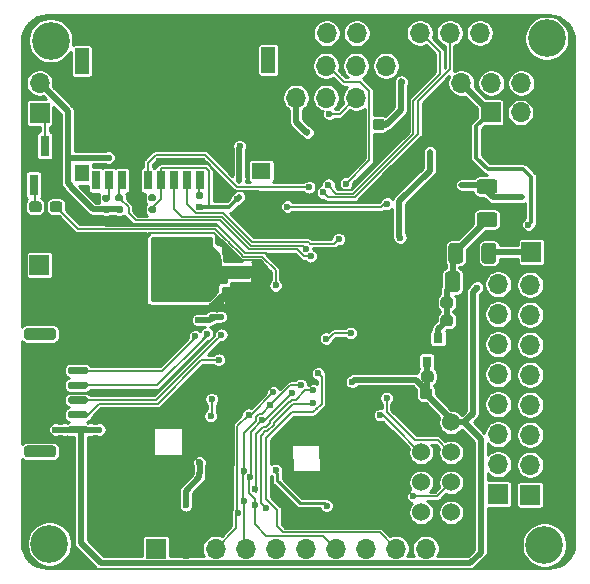
<source format=gbr>
%TF.GenerationSoftware,KiCad,Pcbnew,(5.1.6)-1*%
%TF.CreationDate,2020-08-20T13:52:42+07:00*%
%TF.ProjectId,drone_v3,64726f6e-655f-4763-932e-6b696361645f,rev?*%
%TF.SameCoordinates,Original*%
%TF.FileFunction,Copper,L2,Bot*%
%TF.FilePolarity,Positive*%
%FSLAX46Y46*%
G04 Gerber Fmt 4.6, Leading zero omitted, Abs format (unit mm)*
G04 Created by KiCad (PCBNEW (5.1.6)-1) date 2020-08-20 13:52:42*
%MOMM*%
%LPD*%
G01*
G04 APERTURE LIST*
%TA.AperFunction,ComponentPad*%
%ADD10C,1.524000*%
%TD*%
%TA.AperFunction,ComponentPad*%
%ADD11R,1.524000X1.524000*%
%TD*%
%TA.AperFunction,ComponentPad*%
%ADD12O,1.700000X1.700000*%
%TD*%
%TA.AperFunction,ComponentPad*%
%ADD13R,1.700000X1.700000*%
%TD*%
%TA.AperFunction,SMDPad,CuDef*%
%ADD14R,1.200000X2.200000*%
%TD*%
%TA.AperFunction,SMDPad,CuDef*%
%ADD15R,0.700000X1.600000*%
%TD*%
%TA.AperFunction,SMDPad,CuDef*%
%ADD16R,1.200000X1.400000*%
%TD*%
%TA.AperFunction,SMDPad,CuDef*%
%ADD17R,1.600000X1.400000*%
%TD*%
%TA.AperFunction,SMDPad,CuDef*%
%ADD18R,0.800000X0.900000*%
%TD*%
%TA.AperFunction,SMDPad,CuDef*%
%ADD19R,0.800000X1.800000*%
%TD*%
%TA.AperFunction,ComponentPad*%
%ADD20C,1.450000*%
%TD*%
%TA.AperFunction,ComponentPad*%
%ADD21O,1.900000X1.200000*%
%TD*%
%TA.AperFunction,ViaPad*%
%ADD22C,3.200000*%
%TD*%
%TA.AperFunction,ViaPad*%
%ADD23C,0.600000*%
%TD*%
%TA.AperFunction,Conductor*%
%ADD24C,0.152400*%
%TD*%
%TA.AperFunction,Conductor*%
%ADD25C,0.508000*%
%TD*%
%TA.AperFunction,Conductor*%
%ADD26C,0.150000*%
%TD*%
%TA.AperFunction,Conductor*%
%ADD27C,0.200000*%
%TD*%
%TA.AperFunction,Conductor*%
%ADD28C,1.500000*%
%TD*%
%TA.AperFunction,Conductor*%
%ADD29C,0.254000*%
%TD*%
%TA.AperFunction,Conductor*%
%ADD30C,0.350000*%
%TD*%
G04 APERTURE END LIST*
D10*
%TO.P,nRF24,8*%
%TO.N,Net-(U6-Pad8)*%
X141710000Y-124940000D03*
%TO.P,nRF24,7*%
%TO.N,SPI2_MISO*%
X139170000Y-124940000D03*
%TO.P,nRF24,6*%
%TO.N,SPI2_MOSI*%
X141710000Y-122400000D03*
%TO.P,nRF24,5*%
%TO.N,SPI2_SCL*%
X139170000Y-122400000D03*
%TO.P,nRF24,4*%
%TO.N,SPI2_NSS*%
X141710000Y-119860000D03*
%TO.P,nRF24,3*%
%TO.N,SPI2_CE*%
X139170000Y-119860000D03*
%TO.P,nRF24,2*%
%TO.N,VCC*%
X141710000Y-117320000D03*
D11*
%TO.P,nRF24,1*%
%TO.N,GND*%
X139170000Y-117320000D03*
%TD*%
D12*
%TO.P,3.3v CLK DIO GND,4*%
%TO.N,VCC*%
X142575000Y-88595000D03*
%TO.P,3.3v CLK DIO GND,3*%
%TO.N,SWCLK*%
X145115000Y-88595000D03*
%TO.P,3.3v CLK DIO GND,2*%
%TO.N,SWDIO*%
X147655000Y-88595000D03*
D13*
%TO.P,3.3v CLK DIO GND,1*%
%TO.N,GND*%
X150195000Y-88595000D03*
%TD*%
D14*
%TO.P,MicroSD,*%
%TO.N,*%
X126230000Y-86635000D03*
D15*
%TO.P,MicroSD,CD*%
%TO.N,N/C*%
X111630000Y-96835000D03*
D16*
%TO.P,MicroSD,*%
%TO.N,*%
X110430000Y-96235000D03*
D14*
X110430000Y-86735000D03*
D17*
X125630000Y-96035000D03*
D15*
%TO.P,MicroSD,1*%
%TO.N,Net-(J19-Pad1)*%
X120430000Y-96835000D03*
%TO.P,MicroSD,2*%
%TO.N,SD_CS*%
X119330000Y-96835000D03*
%TO.P,MicroSD,3*%
%TO.N,SD_MOSI*%
X118230000Y-96835000D03*
%TO.P,MicroSD,4*%
%TO.N,VCC*%
X117130000Y-96835000D03*
%TO.P,MicroSD,5*%
%TO.N,SD_CLK*%
X116030000Y-96835000D03*
%TO.P,MicroSD,6*%
%TO.N,GND*%
X114930000Y-96835000D03*
%TO.P,MicroSD,7*%
%TO.N,SD_MISO*%
X113830000Y-96835000D03*
%TO.P,MicroSD,8*%
%TO.N,Net-(J19-Pad8)*%
X112730000Y-96835000D03*
%TD*%
D12*
%TO.P,3.3v RX1 TX1 GND,4*%
%TO.N,VCC*%
X128575000Y-89825000D03*
%TO.P,3.3v RX1 TX1 GND,3*%
%TO.N,UART1_RX*%
X131115000Y-89825000D03*
%TO.P,3.3v RX1 TX1 GND,2*%
%TO.N,UART1_TX*%
X133655000Y-89825000D03*
D13*
%TO.P,3.3v RX1 TX1 GND,1*%
%TO.N,GND*%
X136195000Y-89825000D03*
%TD*%
%TO.P,D6,1*%
%TO.N,VBUS*%
%TA.AperFunction,SMDPad,CuDef*%
G36*
G01*
X144125000Y-96725000D02*
X145375000Y-96725000D01*
G75*
G02*
X145625000Y-96975000I0J-250000D01*
G01*
X145625000Y-97725000D01*
G75*
G02*
X145375000Y-97975000I-250000J0D01*
G01*
X144125000Y-97975000D01*
G75*
G02*
X143875000Y-97725000I0J250000D01*
G01*
X143875000Y-96975000D01*
G75*
G02*
X144125000Y-96725000I250000J0D01*
G01*
G37*
%TD.AperFunction*%
%TO.P,D6,2*%
%TO.N,PWR_IN*%
%TA.AperFunction,SMDPad,CuDef*%
G36*
G01*
X144125000Y-99525000D02*
X145375000Y-99525000D01*
G75*
G02*
X145625000Y-99775000I0J-250000D01*
G01*
X145625000Y-100525000D01*
G75*
G02*
X145375000Y-100775000I-250000J0D01*
G01*
X144125000Y-100775000D01*
G75*
G02*
X143875000Y-100525000I0J250000D01*
G01*
X143875000Y-99775000D01*
G75*
G02*
X144125000Y-99525000I250000J0D01*
G01*
G37*
%TD.AperFunction*%
%TD*%
%TO.P,D1,2*%
%TO.N,PWR_IN*%
%TA.AperFunction,SMDPad,CuDef*%
G36*
G01*
X142725000Y-102375000D02*
X142725000Y-103625000D01*
G75*
G02*
X142475000Y-103875000I-250000J0D01*
G01*
X141725000Y-103875000D01*
G75*
G02*
X141475000Y-103625000I0J250000D01*
G01*
X141475000Y-102375000D01*
G75*
G02*
X141725000Y-102125000I250000J0D01*
G01*
X142475000Y-102125000D01*
G75*
G02*
X142725000Y-102375000I0J-250000D01*
G01*
G37*
%TD.AperFunction*%
%TO.P,D1,1*%
%TO.N,+5V*%
%TA.AperFunction,SMDPad,CuDef*%
G36*
G01*
X145525000Y-102375000D02*
X145525000Y-103625000D01*
G75*
G02*
X145275000Y-103875000I-250000J0D01*
G01*
X144525000Y-103875000D01*
G75*
G02*
X144275000Y-103625000I0J250000D01*
G01*
X144275000Y-102375000D01*
G75*
G02*
X144525000Y-102125000I250000J0D01*
G01*
X145275000Y-102125000D01*
G75*
G02*
X145525000Y-102375000I0J-250000D01*
G01*
G37*
%TD.AperFunction*%
%TD*%
%TO.P,C10,2*%
%TO.N,GND*%
%TA.AperFunction,SMDPad,CuDef*%
G36*
G01*
X121672500Y-107760000D02*
X121327500Y-107760000D01*
G75*
G02*
X121180000Y-107612500I0J147500D01*
G01*
X121180000Y-107317500D01*
G75*
G02*
X121327500Y-107170000I147500J0D01*
G01*
X121672500Y-107170000D01*
G75*
G02*
X121820000Y-107317500I0J-147500D01*
G01*
X121820000Y-107612500D01*
G75*
G02*
X121672500Y-107760000I-147500J0D01*
G01*
G37*
%TD.AperFunction*%
%TO.P,C10,1*%
%TO.N,VCC*%
%TA.AperFunction,SMDPad,CuDef*%
G36*
G01*
X121672500Y-108730000D02*
X121327500Y-108730000D01*
G75*
G02*
X121180000Y-108582500I0J147500D01*
G01*
X121180000Y-108287500D01*
G75*
G02*
X121327500Y-108140000I147500J0D01*
G01*
X121672500Y-108140000D01*
G75*
G02*
X121820000Y-108287500I0J-147500D01*
G01*
X121820000Y-108582500D01*
G75*
G02*
X121672500Y-108730000I-147500J0D01*
G01*
G37*
%TD.AperFunction*%
%TD*%
%TO.P,C15,2*%
%TO.N,GND*%
%TA.AperFunction,SMDPad,CuDef*%
G36*
G01*
X139650000Y-104775000D02*
X139650000Y-106025000D01*
G75*
G02*
X139400000Y-106275000I-250000J0D01*
G01*
X138650000Y-106275000D01*
G75*
G02*
X138400000Y-106025000I0J250000D01*
G01*
X138400000Y-104775000D01*
G75*
G02*
X138650000Y-104525000I250000J0D01*
G01*
X139400000Y-104525000D01*
G75*
G02*
X139650000Y-104775000I0J-250000D01*
G01*
G37*
%TD.AperFunction*%
%TO.P,C15,1*%
%TO.N,PWR_IN*%
%TA.AperFunction,SMDPad,CuDef*%
G36*
G01*
X142450000Y-104775000D02*
X142450000Y-106025000D01*
G75*
G02*
X142200000Y-106275000I-250000J0D01*
G01*
X141450000Y-106275000D01*
G75*
G02*
X141200000Y-106025000I0J250000D01*
G01*
X141200000Y-104775000D01*
G75*
G02*
X141450000Y-104525000I250000J0D01*
G01*
X142200000Y-104525000D01*
G75*
G02*
X142450000Y-104775000I0J-250000D01*
G01*
G37*
%TD.AperFunction*%
%TD*%
D18*
%TO.P,MCP1700,3*%
%TO.N,PWR_IN*%
X140600000Y-110175000D03*
%TO.P,MCP1700,2*%
%TO.N,VCC*%
X139650000Y-112175000D03*
%TO.P,MCP1700,1*%
%TO.N,GND*%
X141550000Y-112175000D03*
%TD*%
D12*
%TO.P,J7,4*%
%TO.N,VCC*%
X144120000Y-84350000D03*
%TO.P,J7,3*%
%TO.N,UART5_RX*%
X141580000Y-84350000D03*
%TO.P,J7,2*%
%TO.N,UART5_TX*%
X139040000Y-84350000D03*
D13*
%TO.P,J7,1*%
%TO.N,GND*%
X136500000Y-84350000D03*
%TD*%
%TO.P,Telemetry,1*%
%TO.N,VCC*%
%TA.AperFunction,SMDPad,CuDef*%
G36*
G01*
X110800000Y-118225000D02*
X109400000Y-118225000D01*
G75*
G02*
X109250000Y-118075000I0J150000D01*
G01*
X109250000Y-117775000D01*
G75*
G02*
X109400000Y-117625000I150000J0D01*
G01*
X110800000Y-117625000D01*
G75*
G02*
X110950000Y-117775000I0J-150000D01*
G01*
X110950000Y-118075000D01*
G75*
G02*
X110800000Y-118225000I-150000J0D01*
G01*
G37*
%TD.AperFunction*%
%TO.P,Telemetry,2*%
%TO.N,UART2_RX*%
%TA.AperFunction,SMDPad,CuDef*%
G36*
G01*
X110800000Y-116975000D02*
X109400000Y-116975000D01*
G75*
G02*
X109250000Y-116825000I0J150000D01*
G01*
X109250000Y-116525000D01*
G75*
G02*
X109400000Y-116375000I150000J0D01*
G01*
X110800000Y-116375000D01*
G75*
G02*
X110950000Y-116525000I0J-150000D01*
G01*
X110950000Y-116825000D01*
G75*
G02*
X110800000Y-116975000I-150000J0D01*
G01*
G37*
%TD.AperFunction*%
%TO.P,Telemetry,3*%
%TO.N,UART2_TX*%
%TA.AperFunction,SMDPad,CuDef*%
G36*
G01*
X110800000Y-115725000D02*
X109400000Y-115725000D01*
G75*
G02*
X109250000Y-115575000I0J150000D01*
G01*
X109250000Y-115275000D01*
G75*
G02*
X109400000Y-115125000I150000J0D01*
G01*
X110800000Y-115125000D01*
G75*
G02*
X110950000Y-115275000I0J-150000D01*
G01*
X110950000Y-115575000D01*
G75*
G02*
X110800000Y-115725000I-150000J0D01*
G01*
G37*
%TD.AperFunction*%
%TO.P,Telemetry,4*%
%TO.N,UART2_RTS*%
%TA.AperFunction,SMDPad,CuDef*%
G36*
G01*
X110800000Y-114475000D02*
X109400000Y-114475000D01*
G75*
G02*
X109250000Y-114325000I0J150000D01*
G01*
X109250000Y-114025000D01*
G75*
G02*
X109400000Y-113875000I150000J0D01*
G01*
X110800000Y-113875000D01*
G75*
G02*
X110950000Y-114025000I0J-150000D01*
G01*
X110950000Y-114325000D01*
G75*
G02*
X110800000Y-114475000I-150000J0D01*
G01*
G37*
%TD.AperFunction*%
%TO.P,Telemetry,5*%
%TO.N,UART2_CTS*%
%TA.AperFunction,SMDPad,CuDef*%
G36*
G01*
X110800000Y-113225000D02*
X109400000Y-113225000D01*
G75*
G02*
X109250000Y-113075000I0J150000D01*
G01*
X109250000Y-112775000D01*
G75*
G02*
X109400000Y-112625000I150000J0D01*
G01*
X110800000Y-112625000D01*
G75*
G02*
X110950000Y-112775000I0J-150000D01*
G01*
X110950000Y-113075000D01*
G75*
G02*
X110800000Y-113225000I-150000J0D01*
G01*
G37*
%TD.AperFunction*%
%TO.P,Telemetry,6*%
%TO.N,GND*%
%TA.AperFunction,SMDPad,CuDef*%
G36*
G01*
X110800000Y-111975000D02*
X109400000Y-111975000D01*
G75*
G02*
X109250000Y-111825000I0J150000D01*
G01*
X109250000Y-111525000D01*
G75*
G02*
X109400000Y-111375000I150000J0D01*
G01*
X110800000Y-111375000D01*
G75*
G02*
X110950000Y-111525000I0J-150000D01*
G01*
X110950000Y-111825000D01*
G75*
G02*
X110800000Y-111975000I-150000J0D01*
G01*
G37*
%TD.AperFunction*%
%TO.P,Telemetry,MP*%
%TO.N,N/C*%
%TA.AperFunction,SMDPad,CuDef*%
G36*
G01*
X108000000Y-120275000D02*
X105800000Y-120275000D01*
G75*
G02*
X105550000Y-120025000I0J250000D01*
G01*
X105550000Y-119525000D01*
G75*
G02*
X105800000Y-119275000I250000J0D01*
G01*
X108000000Y-119275000D01*
G75*
G02*
X108250000Y-119525000I0J-250000D01*
G01*
X108250000Y-120025000D01*
G75*
G02*
X108000000Y-120275000I-250000J0D01*
G01*
G37*
%TD.AperFunction*%
%TA.AperFunction,SMDPad,CuDef*%
G36*
G01*
X108000000Y-110325000D02*
X105800000Y-110325000D01*
G75*
G02*
X105550000Y-110075000I0J250000D01*
G01*
X105550000Y-109575000D01*
G75*
G02*
X105800000Y-109325000I250000J0D01*
G01*
X108000000Y-109325000D01*
G75*
G02*
X108250000Y-109575000I0J-250000D01*
G01*
X108250000Y-110075000D01*
G75*
G02*
X108000000Y-110325000I-250000J0D01*
G01*
G37*
%TD.AperFunction*%
%TD*%
D12*
%TO.P,UART4,4*%
%TO.N,VCC*%
X136195000Y-87125000D03*
%TO.P,UART4,3*%
%TO.N,SBUS*%
X133655000Y-87125000D03*
%TO.P,UART4,2*%
%TO.N,UART4_TX*%
X131115000Y-87125000D03*
D13*
%TO.P,UART4,1*%
%TO.N,GND*%
X128575000Y-87125000D03*
%TD*%
D12*
%TO.P,SBUS,3*%
%TO.N,VCC*%
X133705000Y-84375000D03*
%TO.P,SBUS,2*%
%TO.N,SBUS_DEVICE*%
X131165000Y-84375000D03*
D13*
%TO.P,SBUS,1*%
%TO.N,GND*%
X128625000Y-84375000D03*
%TD*%
%TO.P,R15,2*%
%TO.N,Net-(J19-Pad1)*%
%TA.AperFunction,SMDPad,CuDef*%
G36*
G01*
X120572500Y-98410000D02*
X120227500Y-98410000D01*
G75*
G02*
X120080000Y-98262500I0J147500D01*
G01*
X120080000Y-97967500D01*
G75*
G02*
X120227500Y-97820000I147500J0D01*
G01*
X120572500Y-97820000D01*
G75*
G02*
X120720000Y-97967500I0J-147500D01*
G01*
X120720000Y-98262500D01*
G75*
G02*
X120572500Y-98410000I-147500J0D01*
G01*
G37*
%TD.AperFunction*%
%TO.P,R15,1*%
%TO.N,VCC*%
%TA.AperFunction,SMDPad,CuDef*%
G36*
G01*
X120572500Y-99380000D02*
X120227500Y-99380000D01*
G75*
G02*
X120080000Y-99232500I0J147500D01*
G01*
X120080000Y-98937500D01*
G75*
G02*
X120227500Y-98790000I147500J0D01*
G01*
X120572500Y-98790000D01*
G75*
G02*
X120720000Y-98937500I0J-147500D01*
G01*
X120720000Y-99232500D01*
G75*
G02*
X120572500Y-99380000I-147500J0D01*
G01*
G37*
%TD.AperFunction*%
%TD*%
%TO.P,R14,2*%
%TO.N,SD_MISO*%
%TA.AperFunction,SMDPad,CuDef*%
G36*
G01*
X113772500Y-98610000D02*
X113427500Y-98610000D01*
G75*
G02*
X113280000Y-98462500I0J147500D01*
G01*
X113280000Y-98167500D01*
G75*
G02*
X113427500Y-98020000I147500J0D01*
G01*
X113772500Y-98020000D01*
G75*
G02*
X113920000Y-98167500I0J-147500D01*
G01*
X113920000Y-98462500D01*
G75*
G02*
X113772500Y-98610000I-147500J0D01*
G01*
G37*
%TD.AperFunction*%
%TO.P,R14,1*%
%TO.N,VCC*%
%TA.AperFunction,SMDPad,CuDef*%
G36*
G01*
X113772500Y-99580000D02*
X113427500Y-99580000D01*
G75*
G02*
X113280000Y-99432500I0J147500D01*
G01*
X113280000Y-99137500D01*
G75*
G02*
X113427500Y-98990000I147500J0D01*
G01*
X113772500Y-98990000D01*
G75*
G02*
X113920000Y-99137500I0J-147500D01*
G01*
X113920000Y-99432500D01*
G75*
G02*
X113772500Y-99580000I-147500J0D01*
G01*
G37*
%TD.AperFunction*%
%TD*%
%TO.P,R13,2*%
%TO.N,Net-(J19-Pad8)*%
%TA.AperFunction,SMDPad,CuDef*%
G36*
G01*
X112672500Y-98620000D02*
X112327500Y-98620000D01*
G75*
G02*
X112180000Y-98472500I0J147500D01*
G01*
X112180000Y-98177500D01*
G75*
G02*
X112327500Y-98030000I147500J0D01*
G01*
X112672500Y-98030000D01*
G75*
G02*
X112820000Y-98177500I0J-147500D01*
G01*
X112820000Y-98472500D01*
G75*
G02*
X112672500Y-98620000I-147500J0D01*
G01*
G37*
%TD.AperFunction*%
%TO.P,R13,1*%
%TO.N,VCC*%
%TA.AperFunction,SMDPad,CuDef*%
G36*
G01*
X112672500Y-99590000D02*
X112327500Y-99590000D01*
G75*
G02*
X112180000Y-99442500I0J147500D01*
G01*
X112180000Y-99147500D01*
G75*
G02*
X112327500Y-99000000I147500J0D01*
G01*
X112672500Y-99000000D01*
G75*
G02*
X112820000Y-99147500I0J-147500D01*
G01*
X112820000Y-99442500D01*
G75*
G02*
X112672500Y-99590000I-147500J0D01*
G01*
G37*
%TD.AperFunction*%
%TD*%
%TO.P,R12,2*%
%TO.N,Net-(J19-Pad9)*%
%TA.AperFunction,SMDPad,CuDef*%
G36*
G01*
X116572500Y-98610000D02*
X116227500Y-98610000D01*
G75*
G02*
X116080000Y-98462500I0J147500D01*
G01*
X116080000Y-98167500D01*
G75*
G02*
X116227500Y-98020000I147500J0D01*
G01*
X116572500Y-98020000D01*
G75*
G02*
X116720000Y-98167500I0J-147500D01*
G01*
X116720000Y-98462500D01*
G75*
G02*
X116572500Y-98610000I-147500J0D01*
G01*
G37*
%TD.AperFunction*%
%TO.P,R12,1*%
%TO.N,VCC*%
%TA.AperFunction,SMDPad,CuDef*%
G36*
G01*
X116572500Y-99580000D02*
X116227500Y-99580000D01*
G75*
G02*
X116080000Y-99432500I0J147500D01*
G01*
X116080000Y-99137500D01*
G75*
G02*
X116227500Y-98990000I147500J0D01*
G01*
X116572500Y-98990000D01*
G75*
G02*
X116720000Y-99137500I0J-147500D01*
G01*
X116720000Y-99432500D01*
G75*
G02*
X116572500Y-99580000I-147500J0D01*
G01*
G37*
%TD.AperFunction*%
%TD*%
%TO.P,R4,2*%
%TO.N,Net-(Q2-Pad2)*%
%TA.AperFunction,SMDPad,CuDef*%
G36*
G01*
X107030000Y-98832500D02*
X107030000Y-99307500D01*
G75*
G02*
X106792500Y-99545000I-237500J0D01*
G01*
X106217500Y-99545000D01*
G75*
G02*
X105980000Y-99307500I0J237500D01*
G01*
X105980000Y-98832500D01*
G75*
G02*
X106217500Y-98595000I237500J0D01*
G01*
X106792500Y-98595000D01*
G75*
G02*
X107030000Y-98832500I0J-237500D01*
G01*
G37*
%TD.AperFunction*%
%TO.P,R4,1*%
%TO.N,Buzzer*%
%TA.AperFunction,SMDPad,CuDef*%
G36*
G01*
X108780000Y-98832500D02*
X108780000Y-99307500D01*
G75*
G02*
X108542500Y-99545000I-237500J0D01*
G01*
X107967500Y-99545000D01*
G75*
G02*
X107730000Y-99307500I0J237500D01*
G01*
X107730000Y-98832500D01*
G75*
G02*
X107967500Y-98595000I237500J0D01*
G01*
X108542500Y-98595000D01*
G75*
G02*
X108780000Y-98832500I0J-237500D01*
G01*
G37*
%TD.AperFunction*%
%TD*%
D19*
%TO.P,Q2,3*%
%TO.N,Net-(J17-Pad1)*%
X107300000Y-93910000D03*
%TO.P,Q2,2*%
%TO.N,Net-(Q2-Pad2)*%
X106350000Y-97210000D03*
%TO.P,Q2,1*%
%TO.N,GND*%
X108250000Y-97210000D03*
%TD*%
D12*
%TO.P,BOOT,3*%
%TO.N,GND*%
X150125000Y-91075000D03*
%TO.P,BOOT,2*%
%TO.N,BOOT0*%
X147585000Y-91075000D03*
D13*
%TO.P,BOOT,1*%
%TO.N,VCC*%
X145045000Y-91075000D03*
%TD*%
D12*
%TO.P,BUZZ,2*%
%TO.N,VCC*%
X106860000Y-88580000D03*
D13*
%TO.P,BUZZ,1*%
%TO.N,Net-(J17-Pad1)*%
X106860000Y-91120000D03*
%TD*%
D12*
%TO.P,J14,2*%
%TO.N,GND*%
X151050000Y-102900000D03*
D13*
%TO.P,J14,1*%
%TO.N,+5V*%
X148510000Y-102900000D03*
%TD*%
D12*
%TO.P,5v,8*%
%TO.N,+5V*%
X148400000Y-105670000D03*
%TO.P,5v,7*%
X148400000Y-108210000D03*
%TO.P,5v,6*%
X148400000Y-110750000D03*
%TO.P,5v,5*%
X148400000Y-113290000D03*
%TO.P,5v,4*%
X148400000Y-115830000D03*
%TO.P,5v,3*%
X148400000Y-118370000D03*
%TO.P,5v,2*%
X148400000Y-120910000D03*
D13*
%TO.P,5v,1*%
X148400000Y-123450000D03*
%TD*%
D12*
%TO.P,GND,8*%
%TO.N,GND*%
X151050000Y-105670000D03*
%TO.P,GND,7*%
X151050000Y-108210000D03*
%TO.P,GND,6*%
X151050000Y-110750000D03*
%TO.P,GND,5*%
X151050000Y-113290000D03*
%TO.P,GND,4*%
X151050000Y-115830000D03*
%TO.P,GND,3*%
X151050000Y-118370000D03*
%TO.P,GND,2*%
X151050000Y-120910000D03*
D13*
%TO.P,GND,1*%
X151050000Y-123450000D03*
%TD*%
D12*
%TO.P,PWM,8*%
%TO.N,USB_D+*%
X145700000Y-105620000D03*
%TO.P,PWM,7*%
%TO.N,TIM1_CH3*%
X145700000Y-108160000D03*
%TO.P,PWM,6*%
%TO.N,TIM1_CH2*%
X145700000Y-110700000D03*
%TO.P,PWM,5*%
%TO.N,TIM1_CH1*%
X145700000Y-113240000D03*
%TO.P,PWM,4*%
%TO.N,TIM3_CH4*%
X145700000Y-115780000D03*
%TO.P,PWM,3*%
%TO.N,TIM3_CH3*%
X145700000Y-118320000D03*
%TO.P,PWM,2*%
%TO.N,TIM3_CH2*%
X145700000Y-120860000D03*
D13*
%TO.P,PWM,1*%
%TO.N,TIM3_CH1*%
X145700000Y-123400000D03*
%TD*%
D12*
%TO.P,BAT,2*%
%TO.N,GND*%
X106850000Y-106540000D03*
D13*
%TO.P,BAT,1*%
%TO.N,Net-(J5-Pad1)*%
X106850000Y-104000000D03*
%TD*%
D12*
%TO.P,J2,10*%
%TO.N,Net-(J2-Pad10)*%
X139560000Y-128000000D03*
%TO.P,J2,9*%
%TO.N,IMU_CS3*%
X137020000Y-128000000D03*
%TO.P,J2,8*%
%TO.N,IMU_INT*%
X134480000Y-128000000D03*
%TO.P,J2,7*%
%TO.N,IMU_MISO*%
X131940000Y-128000000D03*
%TO.P,J2,6*%
%TO.N,Net-(J2-Pad6)*%
X129400000Y-128000000D03*
%TO.P,J2,5*%
%TO.N,Net-(J2-Pad5)*%
X126860000Y-128000000D03*
%TO.P,J2,4*%
%TO.N,IMU_MOSI*%
X124320000Y-128000000D03*
%TO.P,J2,3*%
%TO.N,IMU_CLK*%
X121780000Y-128000000D03*
%TO.P,J2,2*%
%TO.N,GND*%
X119240000Y-128000000D03*
D13*
%TO.P,J2,1*%
%TO.N,+3.3VA*%
X116700000Y-128000000D03*
%TD*%
D20*
%TO.P,J1,6*%
%TO.N,GND*%
X147287500Y-99450000D03*
X147287500Y-94450000D03*
D21*
X149987500Y-100450000D03*
X149987500Y-93450000D03*
%TD*%
%TO.P,C19,2*%
%TO.N,GND*%
%TA.AperFunction,SMDPad,CuDef*%
G36*
G01*
X140925000Y-113687500D02*
X140925000Y-113212500D01*
G75*
G02*
X141162500Y-112975000I237500J0D01*
G01*
X141737500Y-112975000D01*
G75*
G02*
X141975000Y-113212500I0J-237500D01*
G01*
X141975000Y-113687500D01*
G75*
G02*
X141737500Y-113925000I-237500J0D01*
G01*
X141162500Y-113925000D01*
G75*
G02*
X140925000Y-113687500I0J237500D01*
G01*
G37*
%TD.AperFunction*%
%TO.P,C19,1*%
%TO.N,VCC*%
%TA.AperFunction,SMDPad,CuDef*%
G36*
G01*
X139175000Y-113687500D02*
X139175000Y-113212500D01*
G75*
G02*
X139412500Y-112975000I237500J0D01*
G01*
X139987500Y-112975000D01*
G75*
G02*
X140225000Y-113212500I0J-237500D01*
G01*
X140225000Y-113687500D01*
G75*
G02*
X139987500Y-113925000I-237500J0D01*
G01*
X139412500Y-113925000D01*
G75*
G02*
X139175000Y-113687500I0J237500D01*
G01*
G37*
%TD.AperFunction*%
%TD*%
%TO.P,C18,2*%
%TO.N,GND*%
%TA.AperFunction,SMDPad,CuDef*%
G36*
G01*
X140800000Y-115137500D02*
X140800000Y-114662500D01*
G75*
G02*
X141037500Y-114425000I237500J0D01*
G01*
X141612500Y-114425000D01*
G75*
G02*
X141850000Y-114662500I0J-237500D01*
G01*
X141850000Y-115137500D01*
G75*
G02*
X141612500Y-115375000I-237500J0D01*
G01*
X141037500Y-115375000D01*
G75*
G02*
X140800000Y-115137500I0J237500D01*
G01*
G37*
%TD.AperFunction*%
%TO.P,C18,1*%
%TO.N,VCC*%
%TA.AperFunction,SMDPad,CuDef*%
G36*
G01*
X139050000Y-115137500D02*
X139050000Y-114662500D01*
G75*
G02*
X139287500Y-114425000I237500J0D01*
G01*
X139862500Y-114425000D01*
G75*
G02*
X140100000Y-114662500I0J-237500D01*
G01*
X140100000Y-115137500D01*
G75*
G02*
X139862500Y-115375000I-237500J0D01*
G01*
X139287500Y-115375000D01*
G75*
G02*
X139050000Y-115137500I0J237500D01*
G01*
G37*
%TD.AperFunction*%
%TD*%
%TO.P,C17,2*%
%TO.N,GND*%
%TA.AperFunction,SMDPad,CuDef*%
G36*
G01*
X140100000Y-106937500D02*
X140100000Y-107412500D01*
G75*
G02*
X139862500Y-107650000I-237500J0D01*
G01*
X139287500Y-107650000D01*
G75*
G02*
X139050000Y-107412500I0J237500D01*
G01*
X139050000Y-106937500D01*
G75*
G02*
X139287500Y-106700000I237500J0D01*
G01*
X139862500Y-106700000D01*
G75*
G02*
X140100000Y-106937500I0J-237500D01*
G01*
G37*
%TD.AperFunction*%
%TO.P,C17,1*%
%TO.N,PWR_IN*%
%TA.AperFunction,SMDPad,CuDef*%
G36*
G01*
X141850000Y-106937500D02*
X141850000Y-107412500D01*
G75*
G02*
X141612500Y-107650000I-237500J0D01*
G01*
X141037500Y-107650000D01*
G75*
G02*
X140800000Y-107412500I0J237500D01*
G01*
X140800000Y-106937500D01*
G75*
G02*
X141037500Y-106700000I237500J0D01*
G01*
X141612500Y-106700000D01*
G75*
G02*
X141850000Y-106937500I0J-237500D01*
G01*
G37*
%TD.AperFunction*%
%TD*%
%TO.P,C16,2*%
%TO.N,GND*%
%TA.AperFunction,SMDPad,CuDef*%
G36*
G01*
X140100000Y-108462500D02*
X140100000Y-108937500D01*
G75*
G02*
X139862500Y-109175000I-237500J0D01*
G01*
X139287500Y-109175000D01*
G75*
G02*
X139050000Y-108937500I0J237500D01*
G01*
X139050000Y-108462500D01*
G75*
G02*
X139287500Y-108225000I237500J0D01*
G01*
X139862500Y-108225000D01*
G75*
G02*
X140100000Y-108462500I0J-237500D01*
G01*
G37*
%TD.AperFunction*%
%TO.P,C16,1*%
%TO.N,PWR_IN*%
%TA.AperFunction,SMDPad,CuDef*%
G36*
G01*
X141850000Y-108462500D02*
X141850000Y-108937500D01*
G75*
G02*
X141612500Y-109175000I-237500J0D01*
G01*
X141037500Y-109175000D01*
G75*
G02*
X140800000Y-108937500I0J237500D01*
G01*
X140800000Y-108462500D01*
G75*
G02*
X141037500Y-108225000I237500J0D01*
G01*
X141612500Y-108225000D01*
G75*
G02*
X141850000Y-108462500I0J-237500D01*
G01*
G37*
%TD.AperFunction*%
%TD*%
%TO.P,C12,2*%
%TO.N,GND*%
%TA.AperFunction,SMDPad,CuDef*%
G36*
G01*
X134350000Y-91862500D02*
X134350000Y-92337500D01*
G75*
G02*
X134112500Y-92575000I-237500J0D01*
G01*
X133537500Y-92575000D01*
G75*
G02*
X133300000Y-92337500I0J237500D01*
G01*
X133300000Y-91862500D01*
G75*
G02*
X133537500Y-91625000I237500J0D01*
G01*
X134112500Y-91625000D01*
G75*
G02*
X134350000Y-91862500I0J-237500D01*
G01*
G37*
%TD.AperFunction*%
%TO.P,C12,1*%
%TO.N,VCC*%
%TA.AperFunction,SMDPad,CuDef*%
G36*
G01*
X136100000Y-91862500D02*
X136100000Y-92337500D01*
G75*
G02*
X135862500Y-92575000I-237500J0D01*
G01*
X135287500Y-92575000D01*
G75*
G02*
X135050000Y-92337500I0J237500D01*
G01*
X135050000Y-91862500D01*
G75*
G02*
X135287500Y-91625000I237500J0D01*
G01*
X135862500Y-91625000D01*
G75*
G02*
X136100000Y-91862500I0J-237500D01*
G01*
G37*
%TD.AperFunction*%
%TD*%
D22*
%TO.N,*%
X107700000Y-127600000D03*
X149600000Y-127700000D03*
X107800000Y-85000000D03*
X149800000Y-84800000D03*
D23*
%TO.N,GND*%
X105950000Y-93650000D03*
X113600000Y-121700000D03*
X128125000Y-103975000D03*
X115975000Y-93325000D03*
X115825000Y-91800000D03*
X114250000Y-90125000D03*
X138565000Y-105705000D03*
X138025000Y-104995000D03*
X138900000Y-99300000D03*
X134925000Y-117125000D03*
X129575000Y-125400000D03*
X130250000Y-117900000D03*
X120150000Y-106775000D03*
X119150000Y-106775000D03*
X118150000Y-106775000D03*
X116600000Y-105125000D03*
X121000000Y-106800000D03*
X133800000Y-93200000D03*
X116675000Y-106675000D03*
X132250000Y-118600000D03*
X138450000Y-115500000D03*
X110225000Y-128950000D03*
X109225000Y-111675000D03*
X108325000Y-111675000D03*
X107525000Y-111675000D03*
X111075000Y-111675000D03*
X112125000Y-111675000D03*
X110100000Y-111675000D03*
X126045000Y-98115000D03*
X145325000Y-101500000D03*
X119000000Y-93200000D03*
X138700000Y-94500000D03*
X113600000Y-94500000D03*
X108300000Y-95300000D03*
X114825000Y-97400000D03*
X130250000Y-96550000D03*
X118475000Y-108100000D03*
X136800000Y-93200000D03*
X113630000Y-93270000D03*
X125650000Y-94125000D03*
X126325000Y-93425000D03*
X127350000Y-93425000D03*
X127350000Y-95825000D03*
X127350000Y-95025000D03*
X127350000Y-94225000D03*
X139950000Y-99825000D03*
X139825000Y-98325000D03*
X145000000Y-95100000D03*
X145800000Y-95100000D03*
X142800000Y-95100000D03*
X127750000Y-98100000D03*
X127000000Y-118950000D03*
X114400000Y-108975000D03*
X113000000Y-108975000D03*
X111475000Y-108925000D03*
X110125000Y-108925000D03*
X115550000Y-108975000D03*
X115375000Y-106775000D03*
X115350000Y-105425000D03*
X115400000Y-104350000D03*
X115350000Y-102650000D03*
X113925000Y-102650000D03*
X113900000Y-103875000D03*
X113925000Y-105425000D03*
X108325000Y-102300000D03*
X108400000Y-101050000D03*
X108300000Y-100050000D03*
X110450000Y-90925000D03*
X111575000Y-91000000D03*
X112275000Y-89450000D03*
X111275000Y-89125000D03*
X112550000Y-88150000D03*
X121450000Y-89950000D03*
X121450000Y-87950000D03*
X123150000Y-91300000D03*
X124625000Y-89175000D03*
X124650000Y-90375000D03*
X124675000Y-91500000D03*
X124700000Y-87225000D03*
X124650000Y-85550000D03*
X124825000Y-84250000D03*
X124775000Y-83300000D03*
X123375000Y-83250000D03*
X122075000Y-83225000D03*
X120900000Y-83275000D03*
X142775000Y-83075000D03*
X138975000Y-86375000D03*
X142450000Y-86325000D03*
X139025000Y-87350000D03*
X140100000Y-91550000D03*
X140850000Y-90625000D03*
X141675000Y-90050000D03*
X143050000Y-93900000D03*
X147450000Y-93150000D03*
X145575000Y-93100000D03*
X142675000Y-109075000D03*
X115075000Y-111875000D03*
X116075000Y-111875000D03*
X116900000Y-111850000D03*
X113800000Y-111850000D03*
X132975000Y-102500000D03*
X121650000Y-113425000D03*
X120950000Y-112675000D03*
X137210000Y-121740000D03*
X137200000Y-120760000D03*
X142900000Y-118700000D03*
X142900000Y-120925000D03*
X143000000Y-122400000D03*
X143000000Y-123400000D03*
X143000000Y-124425000D03*
X143000000Y-125550000D03*
X142725000Y-116050000D03*
X142645000Y-114825000D03*
X137625000Y-110275000D03*
X137675000Y-111100000D03*
X112800000Y-125250000D03*
X119300000Y-115175000D03*
X121050000Y-117800000D03*
X146200000Y-85000000D03*
X146175000Y-86325000D03*
X146200000Y-83575000D03*
X127375000Y-92450000D03*
X141650000Y-127575000D03*
X142575000Y-127575000D03*
X143500000Y-127575000D03*
X137120000Y-119970000D03*
X114330000Y-114790000D03*
X115230000Y-114770000D03*
X128295000Y-124475000D03*
X121205000Y-102115000D03*
X117575000Y-104375000D03*
X134450000Y-98375000D03*
X135150000Y-97675000D03*
X135800000Y-97000000D03*
X135625000Y-100350000D03*
X140995000Y-103695000D03*
X115300000Y-127600000D03*
X130375000Y-124800000D03*
X137350000Y-123650000D03*
X137350000Y-124700000D03*
X137625000Y-125875000D03*
X137735000Y-112885000D03*
X138600000Y-112800000D03*
X138650000Y-111425000D03*
X120300000Y-115200000D03*
X138525000Y-110550000D03*
X114325000Y-87675000D03*
X121450000Y-89025000D03*
X116975000Y-84400000D03*
X113150000Y-84400000D03*
X145700000Y-125350000D03*
X146425000Y-124875000D03*
X149300000Y-125250000D03*
X148000000Y-126150000D03*
X147450000Y-126750000D03*
X146800000Y-127350000D03*
X145800000Y-127500000D03*
X145000000Y-127525000D03*
X145075000Y-125900000D03*
X141945000Y-101305000D03*
X139975000Y-101375000D03*
X137900000Y-103050000D03*
X140475000Y-104275000D03*
X109350000Y-89300000D03*
X142150000Y-99025000D03*
X123825000Y-113425000D03*
X122725000Y-113425000D03*
X120225000Y-113400000D03*
X142675000Y-110100000D03*
X121875000Y-103575000D03*
X129450000Y-98450000D03*
X140525000Y-125725000D03*
X116965000Y-95225000D03*
X134655000Y-114655000D03*
X111525000Y-98200000D03*
X144395000Y-107385000D03*
X144375000Y-108850000D03*
X144375000Y-109900000D03*
X144450000Y-111525000D03*
X144425000Y-112325000D03*
X145775000Y-104250000D03*
X146600000Y-104250000D03*
X112825000Y-108000000D03*
X114675000Y-108100000D03*
X116550000Y-108100000D03*
X116650000Y-109975000D03*
X114725000Y-110000000D03*
X112750000Y-109975000D03*
X109825000Y-109975000D03*
X143625000Y-103000000D03*
X142950000Y-104625000D03*
X116625000Y-102650000D03*
X116625000Y-101900000D03*
X116610000Y-103970000D03*
X125350000Y-107750000D03*
X122300000Y-107450000D03*
X118825000Y-110350000D03*
X118215000Y-111125000D03*
X129125000Y-103975000D03*
X130135000Y-104005000D03*
X131125000Y-103975000D03*
X132125000Y-103975000D03*
X128125000Y-104975000D03*
X129125000Y-104975000D03*
X130125000Y-104975000D03*
X131125000Y-104975000D03*
X132125000Y-104975000D03*
X128125000Y-105975000D03*
X129125000Y-105975000D03*
X130125000Y-105975000D03*
X131125000Y-105975000D03*
X132125000Y-105975000D03*
X128125000Y-106975000D03*
X129125000Y-106975000D03*
X130125000Y-106975000D03*
X131125000Y-106975000D03*
X132125000Y-106975000D03*
X128125000Y-107975000D03*
X129125000Y-107975000D03*
X130125000Y-107975000D03*
X131125000Y-107975000D03*
X132125000Y-107975000D03*
X111275000Y-119200000D03*
X108650000Y-122425000D03*
X108650000Y-123425000D03*
X108650000Y-124425000D03*
X139215000Y-106465000D03*
X147115000Y-102015000D03*
X148612500Y-101412500D03*
X119155000Y-121355000D03*
X132200000Y-123350000D03*
X133450000Y-118600000D03*
X130005000Y-110395000D03*
X128950000Y-110375000D03*
X127725000Y-110375000D03*
X133550000Y-116700000D03*
X131500000Y-115725000D03*
X132600000Y-116250000D03*
X133312500Y-115462500D03*
X134450000Y-115400000D03*
X134787140Y-111912860D03*
X134287140Y-111412860D03*
X138315000Y-89425000D03*
X106200000Y-95250000D03*
X108200000Y-92325000D03*
X105900000Y-89600000D03*
X115600000Y-84450000D03*
X119175000Y-91050000D03*
X111850000Y-123450000D03*
X111350000Y-125300000D03*
X112850000Y-126400000D03*
X112700000Y-127800000D03*
X112000000Y-121200000D03*
X111245000Y-122405000D03*
X112700000Y-119550000D03*
X111550000Y-120300000D03*
X108325000Y-121625000D03*
X106750000Y-121950000D03*
X106850000Y-123600000D03*
X107150000Y-124900000D03*
X107600000Y-122750000D03*
X113700000Y-126100000D03*
X117500000Y-91400000D03*
X113200000Y-91700000D03*
X117400000Y-123150000D03*
X122945000Y-124505000D03*
X127635000Y-118135000D03*
X137775000Y-112100000D03*
X117325000Y-124625000D03*
X118050000Y-124625000D03*
X118275000Y-123150000D03*
X142650000Y-100125000D03*
X125100000Y-98150000D03*
X114375000Y-117925000D03*
X115250000Y-117050000D03*
X115975000Y-116350000D03*
X114575000Y-119475000D03*
X113650000Y-120500000D03*
X113450000Y-116450000D03*
X111300000Y-109950000D03*
X109525000Y-107225000D03*
X111450000Y-107975000D03*
X108950000Y-106075000D03*
X122575000Y-87975000D03*
X134862500Y-112887500D03*
X131275000Y-118075000D03*
X126150000Y-105150000D03*
X107500000Y-97925000D03*
X108250000Y-97210000D03*
X107400000Y-96425000D03*
X106700000Y-100675000D03*
X121850000Y-105620000D03*
X139375000Y-102650000D03*
X106775000Y-114705000D03*
X107405000Y-112555000D03*
X114215000Y-84895000D03*
X148035000Y-86555000D03*
X129935000Y-85875000D03*
X117615000Y-101895000D03*
X142805000Y-111295000D03*
X124145000Y-114905000D03*
X122895000Y-114905000D03*
X126865000Y-113335000D03*
%TO.N,VCC*%
X122200000Y-108400000D03*
X137385000Y-101675000D03*
X109675000Y-117925000D03*
X110375000Y-117925000D03*
X111175000Y-117925000D03*
X111900000Y-117925000D03*
X108975000Y-117925000D03*
X108200000Y-117925000D03*
X123800000Y-93925000D03*
X123775000Y-96675000D03*
X112700000Y-94900000D03*
X137535000Y-88525000D03*
X129535000Y-92775000D03*
X136350000Y-91950000D03*
X139910000Y-94600000D03*
X133315000Y-113885000D03*
X143900000Y-105900000D03*
X148250000Y-100575000D03*
X120295000Y-108650000D03*
X123615000Y-98385000D03*
%TO.N,IMU1_CS*%
X125125000Y-122975000D03*
X130050000Y-114600000D03*
%TO.N,IMU_INT*%
X126050000Y-124550000D03*
X129975000Y-115650000D03*
%TO.N,IMU_MISO*%
X125100000Y-124325000D03*
X128250000Y-114825000D03*
X125725000Y-117150000D03*
X124700000Y-121975000D03*
%TO.N,IMU_MOSI*%
X124200000Y-123975000D03*
X128975000Y-114150000D03*
X124150000Y-121400000D03*
X126365000Y-115885000D03*
%TO.N,IMU_CLK*%
X126655000Y-114775000D03*
X124555000Y-116665000D03*
X123675000Y-124997500D03*
%TO.N,UART4_TX*%
X132800000Y-97100000D03*
%TO.N,UART1_TX*%
X131400000Y-91200000D03*
%TO.N,UART5_RX*%
X130850000Y-97850000D03*
%TO.N,UART5_TX*%
X131320000Y-97200000D03*
%TO.N,UART2_RX*%
X122045000Y-112025000D03*
%TO.N,UART2_TX*%
X122245000Y-109895000D03*
%TO.N,BOOT0*%
X127850000Y-99050000D03*
X136280000Y-98790000D03*
%TO.N,SD_MISO*%
X129800000Y-103250000D03*
%TO.N,SD_CLK*%
X129675000Y-97400000D03*
%TO.N,SD_MOSI*%
X129400000Y-102600000D03*
%TO.N,SD_CS*%
X132200000Y-101800000D03*
%TO.N,Buzzer*%
X126850000Y-105725000D03*
%TO.N,SPI2_NSS*%
X136250000Y-115250000D03*
%TO.N,UART2_RTS*%
X121045000Y-109825000D03*
%TO.N,UART2_CTS*%
X120025000Y-110035000D03*
%TO.N,SPI2_MOSI*%
X138500000Y-123575000D03*
%TO.N,IMU_CS2*%
X121350000Y-116775000D03*
X121450000Y-115350000D03*
%TO.N,IMU_CS3*%
X130450000Y-113175000D03*
%TO.N,SPI2_CE*%
X135700000Y-116700000D03*
X131115000Y-110225000D03*
X133200000Y-109750000D03*
%TO.N,+3.3VA*%
X131170000Y-124380000D03*
X126855000Y-121345000D03*
X119250000Y-124325000D03*
X120400000Y-120700000D03*
%TO.N,VBUS*%
X147000000Y-98260000D03*
X142900000Y-97225000D03*
%TD*%
D24*
%TO.N,GND*%
X146604722Y-95175000D02*
X146854722Y-95425000D01*
X146400000Y-95175000D02*
X146604722Y-95175000D01*
X146854722Y-95425000D02*
X147625000Y-95425000D01*
D25*
X138552500Y-101527500D02*
X139135000Y-102110000D01*
X138552500Y-99810000D02*
X138552500Y-101527500D01*
X110100000Y-111675000D02*
X111325000Y-111675000D01*
X110100000Y-111675000D02*
X110100000Y-111675000D01*
X108925000Y-111675000D02*
X108225000Y-111675000D01*
X108225000Y-111675000D02*
X107525000Y-111675000D01*
X107525000Y-111675000D02*
X107525000Y-111675000D01*
X111325000Y-111675000D02*
X112125000Y-111675000D01*
X112125000Y-111675000D02*
X112375000Y-111675000D01*
X110100000Y-111675000D02*
X108925000Y-111675000D01*
X141125000Y-113425000D02*
X141125000Y-114675000D01*
X133050000Y-115725000D02*
X133250000Y-115525000D01*
X131500000Y-115725000D02*
X131500000Y-115725000D01*
X139200000Y-117232078D02*
X139200000Y-117500000D01*
X133250000Y-115525000D02*
X133312500Y-115462500D01*
X130300000Y-117700000D02*
X130300000Y-116925000D01*
D26*
X133800000Y-92125000D02*
X133825000Y-92100000D01*
X133800000Y-93200000D02*
X133800000Y-92125000D01*
X108300000Y-97160000D02*
X108250000Y-97210000D01*
X114930000Y-95830000D02*
X114930000Y-96835000D01*
X113600000Y-94500000D02*
X114930000Y-95830000D01*
X135144999Y-88744999D02*
X136200000Y-89800000D01*
X133825000Y-92100000D02*
X131596998Y-92100000D01*
X128744999Y-87144999D02*
X128600000Y-87000000D01*
X128600000Y-87000000D02*
X128600000Y-84400000D01*
X136500000Y-84250000D02*
X137295001Y-85045001D01*
D25*
X138552500Y-99810000D02*
X140081250Y-98281250D01*
D26*
X136800000Y-93200000D02*
X135300000Y-93200000D01*
X132420000Y-118780000D02*
X132420000Y-122510000D01*
D25*
X140081250Y-98281250D02*
X140404491Y-97958009D01*
X138700000Y-94500000D02*
X139700000Y-93500000D01*
X139700000Y-93500000D02*
X141300000Y-93500000D01*
X141300000Y-93500000D02*
X142300000Y-94500000D01*
X142300000Y-94600000D02*
X142800000Y-95100000D01*
X142300000Y-94500000D02*
X142300000Y-94600000D01*
X137558961Y-115591039D02*
X139200000Y-117232078D01*
X130925000Y-122875000D02*
X132200000Y-124150000D01*
X129800000Y-122875000D02*
X130925000Y-122875000D01*
X129800000Y-125100000D02*
X129500000Y-125400000D01*
X129500000Y-125400000D02*
X129500000Y-124980000D01*
X141450000Y-112275000D02*
X141550000Y-112175000D01*
X141450000Y-113450000D02*
X141450000Y-112275000D01*
X139575000Y-105950000D02*
X139025000Y-105400000D01*
X139575000Y-108700000D02*
X139575000Y-105950000D01*
X149795999Y-101645999D02*
X151050000Y-102900000D01*
X148845999Y-101645999D02*
X149795999Y-101645999D01*
X143202968Y-100502968D02*
X143202968Y-100502968D01*
D27*
X122900000Y-101625000D02*
X124251228Y-102976228D01*
D26*
X121750000Y-96095366D02*
X120929634Y-95275000D01*
X121750000Y-97350000D02*
X121750000Y-96095366D01*
D25*
X122500000Y-112700000D02*
X122904001Y-112295999D01*
D26*
X145000000Y-128270344D02*
X143537333Y-129733011D01*
X145000000Y-127525000D02*
X145000000Y-128270344D01*
X143533011Y-129733011D02*
X143541022Y-129725000D01*
X143441989Y-129733011D02*
X143533011Y-129733011D01*
X143537333Y-129733011D02*
X143441989Y-129733011D01*
X143541022Y-129725000D02*
X143850000Y-129725000D01*
X145800000Y-127775000D02*
X145800000Y-127500000D01*
X143850000Y-129725000D02*
X145800000Y-127775000D01*
X114533011Y-129733011D02*
X114733011Y-129733011D01*
X143441989Y-129733011D02*
X114733011Y-129733011D01*
D28*
X151050000Y-105670000D02*
X151050000Y-123450000D01*
D26*
X121950000Y-103850000D02*
X121875000Y-103775000D01*
X122225000Y-104125000D02*
X121875000Y-103775000D01*
X125500000Y-107600000D02*
X125500000Y-107600000D01*
D29*
X121385000Y-107365000D02*
X120900000Y-107850000D01*
X122250000Y-107365000D02*
X121385000Y-107365000D01*
D25*
X111485990Y-100445990D02*
X113822990Y-100445990D01*
D29*
X115350000Y-102650000D02*
X115350000Y-102150000D01*
X115350000Y-102150000D02*
X116222990Y-101277010D01*
D26*
X123992337Y-103601247D02*
X122791101Y-102400011D01*
D25*
X117600000Y-104375000D02*
X125000000Y-104375000D01*
D26*
X121172990Y-101277010D02*
X121668100Y-101277010D01*
X121172990Y-101277010D02*
X121079194Y-101277010D01*
X121668100Y-101277010D02*
X122615360Y-102224270D01*
X121252732Y-101277010D02*
X121172990Y-101277010D01*
X122615360Y-102224270D02*
X123258046Y-102866955D01*
D25*
X122250000Y-107465000D02*
X122250000Y-106950000D01*
X122575000Y-106625000D02*
X122340000Y-106625000D01*
X122575000Y-106625000D02*
X122875000Y-106325000D01*
X122340000Y-106625000D02*
X121500000Y-107465000D01*
X122250000Y-106950000D02*
X122575000Y-106625000D01*
D26*
X124826247Y-103601247D02*
X123992337Y-103601247D01*
X125026970Y-103601248D02*
X124826247Y-103601247D01*
X126150000Y-109400000D02*
X124125000Y-111425000D01*
X126150000Y-104150000D02*
X126150000Y-105100000D01*
X124826247Y-103601247D02*
X125601247Y-103601247D01*
X125601247Y-103601247D02*
X126150000Y-104150000D01*
X122416510Y-97733490D02*
X122275000Y-97875000D01*
X125333490Y-97733490D02*
X122416510Y-97733490D01*
X125900000Y-98300000D02*
X125333490Y-97733490D01*
D27*
X111484830Y-100534830D02*
X111100000Y-100150000D01*
X124251228Y-102976228D02*
X121809830Y-100534830D01*
X121809830Y-100534830D02*
X111484830Y-100534830D01*
X115350000Y-102650000D02*
X115350000Y-101925010D01*
X122249984Y-101894248D02*
X122677868Y-102322132D01*
X121605746Y-101250010D02*
X122249984Y-101894248D01*
X115350000Y-101925010D02*
X116025000Y-101250010D01*
X116025000Y-101250010D02*
X121605746Y-101250010D01*
X121004456Y-95275000D02*
X117200000Y-95275000D01*
X121825000Y-96095544D02*
X121004456Y-95275000D01*
X121825000Y-97400000D02*
X121825000Y-96095544D01*
X136800000Y-94075000D02*
X136800000Y-93200000D01*
D25*
X148612500Y-101412500D02*
X148845999Y-101645999D01*
D27*
X108650000Y-124425000D02*
X108650000Y-122425000D01*
X146000000Y-127500000D02*
X145800000Y-127500000D01*
D26*
X110300000Y-128450000D02*
X111599990Y-129749990D01*
X111599990Y-129749990D02*
X115550000Y-129749990D01*
D25*
X131500000Y-115725000D02*
X133050000Y-115725000D01*
X133312500Y-115462500D02*
X134179001Y-114595999D01*
D26*
X130623999Y-85924999D02*
X130039999Y-86508999D01*
X135144999Y-86873997D02*
X134196001Y-85924999D01*
X134196001Y-85924999D02*
X130623999Y-85924999D01*
X130039999Y-86508999D02*
X130041001Y-86508999D01*
X130041001Y-86508999D02*
X129850000Y-86700000D01*
X129850000Y-86700000D02*
X129850000Y-88000000D01*
X130044999Y-88194999D02*
X130044999Y-88205001D01*
X129850000Y-88000000D02*
X130044999Y-88194999D01*
D25*
X142725000Y-114900000D02*
X142800000Y-114825000D01*
X141325000Y-114900000D02*
X142725000Y-114900000D01*
X151050000Y-123450000D02*
X149350000Y-125150000D01*
D26*
X126000000Y-98200000D02*
X125900000Y-98300000D01*
X127850000Y-98200000D02*
X126000000Y-98200000D01*
X114450000Y-114650000D02*
X114400000Y-114700000D01*
X115725000Y-114575000D02*
X115650000Y-114650000D01*
X115850000Y-114575000D02*
X115725000Y-114575000D01*
X115650000Y-114650000D02*
X114450000Y-114650000D01*
X125350000Y-107750000D02*
X123825001Y-109274999D01*
X121972001Y-109274999D02*
X121725001Y-109521999D01*
D25*
X143202968Y-100502968D02*
X143202968Y-98543479D01*
D26*
X138700000Y-94500000D02*
X137791986Y-94500000D01*
X137791986Y-94500000D02*
X135880000Y-96411986D01*
X135880000Y-96920000D02*
X135800000Y-97000000D01*
X135880000Y-96411986D02*
X135880000Y-96920000D01*
D29*
X112372990Y-100572990D02*
X121847990Y-100572990D01*
D26*
X132200000Y-122730000D02*
X132420000Y-122510000D01*
X132200000Y-123350000D02*
X132200000Y-122730000D01*
X126150000Y-105100000D02*
X126150000Y-109400000D01*
X108250000Y-97210000D02*
X108250000Y-97210000D01*
X133249999Y-97625001D02*
X134372500Y-96502500D01*
X132522003Y-97625001D02*
X133249999Y-97625001D01*
X131447002Y-96550000D02*
X132522003Y-97625001D01*
X130250000Y-96550000D02*
X131447002Y-96550000D01*
D27*
X134372500Y-96502500D02*
X136800000Y-94075000D01*
X133274999Y-97600001D02*
X134372500Y-96502500D01*
D26*
X116957002Y-114770000D02*
X115230000Y-114770000D01*
X121610001Y-110117001D02*
X116957002Y-114770000D01*
X121948001Y-109274999D02*
X121610001Y-109612999D01*
X122454999Y-109274999D02*
X121948001Y-109274999D01*
X123825001Y-109274999D02*
X122454999Y-109274999D01*
X121610001Y-109612999D02*
X121610001Y-110117001D01*
X122454999Y-109274999D02*
X121972001Y-109274999D01*
X139050000Y-106550000D02*
X136160000Y-106550000D01*
X136160000Y-106550000D02*
X135985000Y-106725000D01*
X139125000Y-106725000D02*
X139575000Y-107175000D01*
X135985000Y-106725000D02*
X139125000Y-106725000D01*
X138575000Y-105400000D02*
X138225000Y-105750000D01*
X139025000Y-105400000D02*
X138575000Y-105400000D01*
X139025000Y-105400000D02*
X139660000Y-105400000D01*
X121685000Y-109538000D02*
X121685000Y-110005000D01*
X125350000Y-107750000D02*
X124174999Y-108925001D01*
X124174999Y-108925001D02*
X122297999Y-108925001D01*
X121625000Y-110065000D02*
X121625000Y-110103724D01*
X121685000Y-110005000D02*
X121625000Y-110065000D01*
X121625000Y-110103724D02*
X121313724Y-110415000D01*
X116965000Y-114535000D02*
X116965000Y-114763724D01*
X116965000Y-114763724D02*
X116663724Y-115065000D01*
X115525000Y-115065000D02*
X115230000Y-114770000D01*
X116663724Y-115065000D02*
X115525000Y-115065000D01*
X121610001Y-110117001D02*
X121610001Y-110115721D01*
X121815000Y-109408000D02*
X122036500Y-109186500D01*
X122297999Y-108925001D02*
X122036500Y-109186500D01*
X122036500Y-109186500D02*
X121685000Y-109538000D01*
D29*
X109135000Y-114705000D02*
X109225000Y-114795000D01*
X106775000Y-114705000D02*
X109135000Y-114705000D01*
X115205000Y-114795000D02*
X115230000Y-114770000D01*
X109225000Y-114795000D02*
X115205000Y-114795000D01*
D27*
X125113772Y-102976228D02*
X126036228Y-102976228D01*
X125113772Y-102976228D02*
X124251228Y-102976228D01*
X125301228Y-102976228D02*
X125113772Y-102976228D01*
X128035000Y-104975000D02*
X132125000Y-104975000D01*
X126036228Y-102976228D02*
X128035000Y-104975000D01*
D26*
%TO.N,VCC*%
X116276810Y-99285000D02*
X117130000Y-98431810D01*
X117130000Y-98431810D02*
X117130000Y-96835000D01*
D25*
X141625000Y-117085000D02*
X141790000Y-117250000D01*
D26*
X113590000Y-99295000D02*
X113600000Y-99285000D01*
X112500000Y-99295000D02*
X113590000Y-99295000D01*
D25*
X110100000Y-117925000D02*
X110375000Y-117925000D01*
X110100000Y-117925000D02*
X109675000Y-117925000D01*
X109675000Y-117925000D02*
X108975000Y-117925000D01*
X110375000Y-117925000D02*
X111175000Y-117925000D01*
X111175000Y-117925000D02*
X111775000Y-117925000D01*
X108975000Y-117925000D02*
X108375000Y-117925000D01*
X123787500Y-98212500D02*
X123787500Y-98287500D01*
D26*
X109100000Y-94900000D02*
X112700000Y-94900000D01*
X112700000Y-94900000D02*
X112700000Y-94900000D01*
D25*
X135575000Y-92100000D02*
X136200000Y-92100000D01*
X136200000Y-92100000D02*
X136350000Y-91950000D01*
X128580000Y-89800000D02*
X128580000Y-91880000D01*
X128580000Y-91880000D02*
X129450000Y-92750000D01*
X129450000Y-92750000D02*
X129500000Y-92800000D01*
X139900000Y-96000088D02*
X139900000Y-95500000D01*
X137300000Y-98600088D02*
X139900000Y-96000088D01*
X137300000Y-101600000D02*
X137300000Y-98600088D01*
X139900000Y-95500000D02*
X139900000Y-95300000D01*
X139900000Y-95500000D02*
X139900000Y-94900000D01*
X139900000Y-94900000D02*
X139900000Y-94400000D01*
X145050000Y-91050000D02*
X144925000Y-91050000D01*
X145030000Y-91050000D02*
X142580000Y-88600000D01*
X145050000Y-91050000D02*
X145030000Y-91050000D01*
X139650000Y-114650000D02*
X139700000Y-114700000D01*
X139650000Y-112175000D02*
X139650000Y-114650000D01*
X113600000Y-99285000D02*
X112285000Y-99285000D01*
X109250000Y-90970000D02*
X106860000Y-88580000D01*
X109350000Y-94900000D02*
X109250000Y-95000000D01*
X112700000Y-94900000D02*
X109350000Y-94900000D01*
X109250000Y-95000000D02*
X109250000Y-90970000D01*
X142787630Y-117320000D02*
X141710000Y-117320000D01*
X142787630Y-117320000D02*
X143458009Y-116649621D01*
D30*
X143834001Y-92265999D02*
X145050000Y-91050000D01*
X143834001Y-94919552D02*
X143834001Y-92265999D01*
X148500000Y-100325000D02*
X148500000Y-96575000D01*
X148421921Y-100403079D02*
X148500000Y-100325000D01*
X148500000Y-96575000D02*
X147825000Y-95900000D01*
X147825000Y-95900000D02*
X144814449Y-95900000D01*
X144814449Y-95900000D02*
X143834001Y-94919552D01*
D25*
X143900000Y-105900000D02*
X143529001Y-106270999D01*
X143529001Y-116578629D02*
X142787630Y-117320000D01*
X143529001Y-106270999D02*
X143529001Y-116578629D01*
D27*
X120980001Y-95784999D02*
X121240000Y-96044998D01*
X117130000Y-95835000D02*
X117180001Y-95784999D01*
X121240000Y-96044998D02*
X121240000Y-99085000D01*
X117130000Y-96835000D02*
X117130000Y-95835000D01*
X117180001Y-95784999D02*
X120980001Y-95784999D01*
D26*
X121240000Y-99085000D02*
X122515000Y-99085000D01*
X120400000Y-99085000D02*
X121240000Y-99085000D01*
D27*
X120400000Y-99085000D02*
X122690000Y-99085000D01*
X122515000Y-99085000D02*
X122690000Y-99085000D01*
X122690000Y-99085000D02*
X122915000Y-99085000D01*
D30*
X122915000Y-99085000D02*
X123615000Y-98385000D01*
X120400000Y-99085000D02*
X122915000Y-99085000D01*
D25*
X109250000Y-97082202D02*
X109250000Y-95000000D01*
X112500000Y-99295000D02*
X111420000Y-99295000D01*
X109506799Y-97339001D02*
X109250000Y-97082202D01*
X109506799Y-97381799D02*
X109506799Y-97339001D01*
X111420000Y-99295000D02*
X109506799Y-97381799D01*
X121285000Y-108650000D02*
X120600000Y-108650000D01*
X121500000Y-108435000D02*
X121285000Y-108650000D01*
X121500000Y-108435000D02*
X122250000Y-108435000D01*
X110375000Y-117925000D02*
X110375000Y-127557078D01*
X110375000Y-127557078D02*
X112071923Y-129254001D01*
X144204001Y-118736371D02*
X142787630Y-117320000D01*
X112071923Y-129254001D02*
X143338921Y-129254001D01*
X144204001Y-128388921D02*
X144204001Y-118736371D01*
X143338921Y-129254001D02*
X144204001Y-128388921D01*
X138700001Y-113700001D02*
X133499999Y-113700001D01*
X139700000Y-114700000D02*
X138700001Y-113700001D01*
X141710000Y-117035000D02*
X139575000Y-114900000D01*
X141710000Y-117320000D02*
X141710000Y-117035000D01*
X136350000Y-91950000D02*
X137454001Y-90845999D01*
X137454001Y-88445999D02*
X137475000Y-88425000D01*
X137454001Y-90845999D02*
X137454001Y-88445999D01*
X123787500Y-96920990D02*
X123787500Y-96920990D01*
X123787500Y-94112500D02*
X123787500Y-96687500D01*
D30*
X123615000Y-98385000D02*
X123787500Y-98212500D01*
D25*
X121285000Y-108650000D02*
X120295000Y-108650000D01*
%TO.N,+5V*%
X144725000Y-102900000D02*
X144625000Y-103000000D01*
X148510000Y-102900000D02*
X144725000Y-102900000D01*
D26*
%TO.N,IMU1_CS*%
X125225000Y-123050000D02*
X125225000Y-123175000D01*
X126355000Y-117371002D02*
X126355000Y-117240990D01*
X126001001Y-117725001D02*
X126355000Y-117371002D01*
X128224999Y-115400001D02*
X128274999Y-115400001D01*
X125125000Y-122975000D02*
X125125000Y-122950000D01*
X125225000Y-122850000D02*
X125225000Y-118315000D01*
X126355000Y-117240990D02*
X128102995Y-115492995D01*
X125225000Y-118315000D02*
X125814999Y-117725001D01*
X125125000Y-122950000D02*
X125225000Y-122850000D01*
X125814999Y-117725001D02*
X126001001Y-117725001D01*
X129350000Y-114600000D02*
X130050000Y-114600000D01*
X128549999Y-115400001D02*
X129350000Y-114600000D01*
X127647995Y-115947995D02*
X128195989Y-115400001D01*
X128195989Y-115400001D02*
X128549999Y-115400001D01*
%TO.N,IMU_INT*%
X125674278Y-118375722D02*
X125650000Y-118400000D01*
X125674278Y-118375000D02*
X125674278Y-118375722D01*
X125650000Y-124150000D02*
X126050000Y-124550000D01*
X125650000Y-118399278D02*
X125650000Y-124150000D01*
X125674278Y-118375000D02*
X125650000Y-118399278D01*
X128340967Y-115750011D02*
X129874989Y-115750011D01*
X129874989Y-115750011D02*
X129975000Y-115650000D01*
X126705008Y-117385970D02*
X128340967Y-115750011D01*
X126705008Y-117515982D02*
X126705008Y-117385970D01*
X125674278Y-118365722D02*
X125964989Y-118075011D01*
X125964989Y-118075011D02*
X126145979Y-118075011D01*
X125674278Y-118375000D02*
X125674278Y-118365722D01*
X126145979Y-118075011D02*
X126705008Y-117515982D01*
%TO.N,IMU_MISO*%
X131940000Y-128000000D02*
X130864999Y-126924999D01*
X126299999Y-126924999D02*
X126174999Y-126924999D01*
X126550001Y-126924999D02*
X126299999Y-126924999D01*
X130864999Y-126924999D02*
X126550001Y-126924999D01*
X125725000Y-117150000D02*
X125700000Y-117150000D01*
X126049999Y-126924999D02*
X125075000Y-125950000D01*
X126550001Y-126924999D02*
X126049999Y-126924999D01*
X125075000Y-125950000D02*
X125075000Y-124072998D01*
X124549999Y-123259999D02*
X125100000Y-123810000D01*
X124549999Y-122125001D02*
X124549999Y-123259999D01*
X125100000Y-123810000D02*
X125100000Y-124325000D01*
X124700000Y-121975000D02*
X124549999Y-122125001D01*
X124725001Y-118149999D02*
X125725000Y-117150000D01*
X124725001Y-121949999D02*
X124725001Y-118149999D01*
X124700000Y-121975000D02*
X124725001Y-121949999D01*
X125951002Y-117150000D02*
X125725000Y-117150000D01*
X128250000Y-114851002D02*
X125951002Y-117150000D01*
X128250000Y-114825000D02*
X128250000Y-114851002D01*
D24*
%TO.N,IMU_MOSI*%
X123800000Y-127480000D02*
X124320000Y-128000000D01*
D26*
X124777002Y-127542998D02*
X124320000Y-128000000D01*
X124150000Y-127830000D02*
X124320000Y-128000000D01*
X124777002Y-117600000D02*
X124576001Y-117801001D01*
X124576001Y-117801001D02*
X124175000Y-118202002D01*
X124175000Y-123950000D02*
X124200000Y-123975000D01*
X124200000Y-127880000D02*
X124320000Y-128000000D01*
X124200000Y-123975000D02*
X124200000Y-127880000D01*
X124175000Y-121375000D02*
X124150000Y-121400000D01*
X124175000Y-118202002D02*
X124175000Y-121375000D01*
X126501001Y-116023999D02*
X126501001Y-115900000D01*
X125149999Y-117230013D02*
X125149999Y-116873999D01*
X124175000Y-118202002D02*
X124178010Y-118202002D01*
X124178010Y-118202002D02*
X125149999Y-117230013D01*
X125675001Y-116574999D02*
X126365000Y-115885000D01*
X125448999Y-116574999D02*
X125675001Y-116574999D01*
X125266999Y-116756999D02*
X125448999Y-116574999D01*
X125149999Y-116873999D02*
X125266999Y-116756999D01*
X128975000Y-114150000D02*
X128120000Y-114150000D01*
X124124999Y-121698999D02*
X124124999Y-123899999D01*
X124124999Y-123899999D02*
X124200000Y-123975000D01*
X124150000Y-121400000D02*
X124150000Y-121673998D01*
X124150000Y-121673998D02*
X124124999Y-121698999D01*
X128100000Y-114150000D02*
X128120000Y-114150000D01*
X126365000Y-115885000D02*
X128100000Y-114150000D01*
%TO.N,IMU_CLK*%
X123502500Y-126277500D02*
X121780000Y-128000000D01*
X123502500Y-124997500D02*
X123502500Y-126277500D01*
X124727459Y-116825000D02*
X124675000Y-116825000D01*
X123624999Y-124875001D02*
X123502500Y-124997500D01*
X123574999Y-121123999D02*
X123574999Y-124897499D01*
X123574999Y-124897499D02*
X123675000Y-124997500D01*
X123612541Y-121086457D02*
X123574999Y-121123999D01*
X123612541Y-117607459D02*
X123612541Y-121086457D01*
X124555000Y-116665000D02*
X123612541Y-117607459D01*
X124765000Y-116665000D02*
X124555000Y-116665000D01*
X126655000Y-114775000D02*
X124765000Y-116665000D01*
D24*
%TO.N,UART4_TX*%
X134786201Y-89259423D02*
X134786201Y-94813799D01*
X131140000Y-87000000D02*
X132266201Y-88126201D01*
D26*
X134786201Y-95086201D02*
X134786201Y-95113799D01*
X134786201Y-95113799D02*
X132800000Y-97100000D01*
X134786201Y-94813799D02*
X134786201Y-95086201D01*
X132266201Y-88126201D02*
X132276201Y-88126201D01*
X132276201Y-88126201D02*
X132650000Y-88500000D01*
X134026778Y-88500000D02*
X134786201Y-89259423D01*
X132650000Y-88500000D02*
X134026778Y-88500000D01*
D24*
%TO.N,UART1_TX*%
X132260000Y-91200000D02*
X133660000Y-89800000D01*
X131400000Y-91200000D02*
X132260000Y-91200000D01*
D26*
%TO.N,UART5_RX*%
X131250000Y-98250000D02*
X133546998Y-98250000D01*
X130850000Y-97850000D02*
X131250000Y-98250000D01*
X141580000Y-87420000D02*
X141580000Y-84250000D01*
X133546998Y-98250000D02*
X138920000Y-92876998D01*
X138920000Y-90080000D02*
X141580000Y-87420000D01*
X138920000Y-92876998D02*
X138920000Y-90080000D01*
%TO.N,UART5_TX*%
X131250000Y-97250000D02*
X131500000Y-97500000D01*
X140750000Y-85960000D02*
X140750000Y-87825722D01*
X133422730Y-97949990D02*
X131949990Y-97949990D01*
X138500000Y-90075722D02*
X138500000Y-92872720D01*
X139040000Y-84250000D02*
X140750000Y-85960000D01*
X140750000Y-87825722D02*
X138500000Y-90075722D01*
X131949990Y-97949990D02*
X131250000Y-97250000D01*
X138500000Y-92872720D02*
X133422730Y-97949990D01*
%TO.N,UART2_RX*%
X110575000Y-116675000D02*
X110100000Y-116675000D01*
X111899990Y-115725010D02*
X116852271Y-115725009D01*
X110100000Y-116675000D02*
X110950000Y-116675000D01*
X110950000Y-116675000D02*
X111899990Y-115725010D01*
X120552280Y-112025000D02*
X120458640Y-112118640D01*
X122045000Y-112025000D02*
X120552280Y-112025000D01*
X116852271Y-115725009D02*
X120458640Y-112118640D01*
%TO.N,UART2_TX*%
X116728002Y-115425000D02*
X110100000Y-115425000D01*
X121939001Y-110214001D02*
X116728002Y-115425000D01*
X121939001Y-110210999D02*
X121939001Y-110214001D01*
X122350000Y-109800000D02*
X121939001Y-110210999D01*
%TO.N,Net-(J17-Pad1)*%
X107300000Y-91560000D02*
X106860000Y-91120000D01*
X107300000Y-93910000D02*
X107300000Y-91560000D01*
%TO.N,BOOT0*%
X127900000Y-99100000D02*
X127800000Y-99000000D01*
X136200000Y-98700000D02*
X135800000Y-99100000D01*
X135800000Y-99100000D02*
X127900000Y-99100000D01*
%TO.N,Net-(J19-Pad8)*%
X112730000Y-98095000D02*
X112500000Y-98325000D01*
X112730000Y-96835000D02*
X112730000Y-98095000D01*
D24*
%TO.N,SD_MISO*%
X115004402Y-100208620D02*
X121159694Y-100208620D01*
X114403790Y-99608008D02*
X115004402Y-100208620D01*
X113600000Y-98315000D02*
X114403790Y-99118790D01*
X114403790Y-99118790D02*
X114403790Y-99608008D01*
D26*
X113600000Y-97065000D02*
X113830000Y-96835000D01*
X113600000Y-98315000D02*
X113600000Y-97065000D01*
X129800000Y-103250000D02*
X129350000Y-103250000D01*
X122157167Y-100207420D02*
X121441858Y-100207420D01*
X121441858Y-100207420D02*
X120625000Y-100207420D01*
X124600965Y-102651218D02*
X122157167Y-100207420D01*
X129272998Y-103250000D02*
X128674216Y-102651218D01*
X128674216Y-102651218D02*
X128468782Y-102651218D01*
X129800000Y-103250000D02*
X129272998Y-103250000D01*
X128468782Y-102651218D02*
X124600965Y-102651218D01*
D24*
%TO.N,SD_CLK*%
X116030000Y-96835000D02*
X116030000Y-95882600D01*
D26*
X125100000Y-97400000D02*
X124800000Y-97400000D01*
X116030000Y-96835000D02*
X116030000Y-95320000D01*
X116030000Y-95320000D02*
X116700000Y-94650000D01*
X116700000Y-94650000D02*
X120839088Y-94650000D01*
X123589088Y-97400000D02*
X123650000Y-97400000D01*
X124800000Y-97400000D02*
X123650000Y-97400000D01*
X129200000Y-97400000D02*
X124800000Y-97400000D01*
X129675000Y-97400000D02*
X129200000Y-97400000D01*
X123419544Y-97230456D02*
X123500000Y-97310912D01*
X123419544Y-97230456D02*
X123589088Y-97400000D01*
X120839088Y-94650000D02*
X123419544Y-97230456D01*
D24*
%TO.N,SD_MOSI*%
X118230000Y-97787400D02*
X118230000Y-96835000D01*
X118230000Y-99234218D02*
X118230000Y-97787400D01*
D26*
X118230000Y-99234218D02*
X118903192Y-99907410D01*
X129151209Y-102351209D02*
X129400000Y-102600000D01*
D24*
X129400000Y-102600000D02*
X129400000Y-102600000D01*
D26*
X124725234Y-102351209D02*
X129151209Y-102351209D01*
X118903192Y-99907410D02*
X121317590Y-99907410D01*
X121317590Y-99907410D02*
X121319980Y-99905020D01*
X121319980Y-99905020D02*
X122279046Y-99905020D01*
X122279046Y-99905020D02*
X124725234Y-102351209D01*
D24*
%TO.N,SD_CS*%
X119600000Y-97105000D02*
X119330000Y-96835000D01*
X132200000Y-101800000D02*
X131950001Y-102049999D01*
D26*
X119330000Y-96835000D02*
X119330000Y-98861810D01*
D24*
X125049999Y-102049999D02*
X124849999Y-102049999D01*
D26*
X119330000Y-98861810D02*
X120073200Y-99605010D01*
X120073200Y-99605010D02*
X122405010Y-99605010D01*
X122405010Y-99605010D02*
X124849999Y-102049999D01*
X132200000Y-101800000D02*
X131805000Y-102195000D01*
X129772002Y-102195000D02*
X129652001Y-102074999D01*
X131805000Y-102195000D02*
X129772002Y-102195000D01*
X129652001Y-102074999D02*
X129652001Y-102072001D01*
X129629999Y-102049999D02*
X125049999Y-102049999D01*
X129652001Y-102072001D02*
X129629999Y-102049999D01*
D24*
%TO.N,Net-(J19-Pad1)*%
X120400000Y-96865000D02*
X120430000Y-96835000D01*
X120400000Y-98115000D02*
X120400000Y-96865000D01*
D26*
%TO.N,Net-(Q2-Pad2)*%
X106505000Y-97365000D02*
X106350000Y-97210000D01*
X106505000Y-99070000D02*
X106505000Y-97365000D01*
%TO.N,Buzzer*%
X108255000Y-99070000D02*
X109555000Y-100370000D01*
X109555000Y-100370000D02*
X109694830Y-100509830D01*
X110110000Y-100925000D02*
X121225000Y-100925000D01*
X109555000Y-100370000D02*
X110110000Y-100925000D01*
X123832684Y-103017316D02*
X122915368Y-102100001D01*
X123962480Y-103147113D02*
X123832684Y-103017316D01*
X121225000Y-100925000D02*
X121740368Y-100925000D01*
X121740368Y-100925000D02*
X122574992Y-101759624D01*
X122574992Y-101759624D02*
X122945184Y-102129816D01*
X126850000Y-104425722D02*
X126850000Y-105725000D01*
X125725516Y-103301238D02*
X126850000Y-104425722D01*
X124116606Y-103301238D02*
X125725516Y-103301238D01*
X123832684Y-103017316D02*
X124116606Y-103301238D01*
%TO.N,SPI2_NSS*%
X138623997Y-118802999D02*
X140552999Y-118802999D01*
X136250000Y-116429002D02*
X138623997Y-118802999D01*
X140552999Y-118802999D02*
X141540000Y-119790000D01*
X136250000Y-115250000D02*
X136250000Y-116429002D01*
%TO.N,UART2_RTS*%
X110100000Y-114175000D02*
X116825000Y-114175000D01*
X121250000Y-109750000D02*
X120575000Y-110425000D01*
X116825000Y-114175000D02*
X120575000Y-110425000D01*
X120575000Y-110425000D02*
X120800000Y-110200000D01*
%TO.N,UART2_CTS*%
X117240000Y-112950000D02*
X120115000Y-110075000D01*
X110100000Y-112925000D02*
X110125000Y-112950000D01*
X110125000Y-112950000D02*
X117240000Y-112950000D01*
D24*
%TO.N,SPI2_MOSI*%
X140535000Y-123575000D02*
X141710000Y-122400000D01*
X138500000Y-123575000D02*
X140535000Y-123575000D01*
D26*
%TO.N,IMU_CS2*%
X121450000Y-115450000D02*
X121450000Y-116750000D01*
%TO.N,IMU_CS3*%
X130450000Y-113175000D02*
X130749999Y-113474999D01*
X127474989Y-126599989D02*
X127474989Y-126624989D01*
X126975000Y-126100000D02*
X127474989Y-126599989D01*
X135644989Y-126624989D02*
X137020000Y-128000000D01*
X127474989Y-126624989D02*
X135644989Y-126624989D01*
X126975000Y-124697998D02*
X126975000Y-126100000D01*
X126048501Y-121558501D02*
X126048501Y-123771499D01*
X128274010Y-116441968D02*
X126045000Y-118670978D01*
X126048501Y-123771499D02*
X126975000Y-124697998D01*
X126045000Y-118670978D02*
X126045000Y-121555000D01*
X126045000Y-121555000D02*
X126048501Y-121558501D01*
X128274010Y-116441968D02*
X130034034Y-116441968D01*
X130749999Y-115726003D02*
X130749999Y-115540001D01*
X130188001Y-116288001D02*
X130749999Y-115726003D01*
X130749999Y-113474999D02*
X130749999Y-115540001D01*
X130188001Y-116288001D02*
X130318001Y-116158001D01*
X130749999Y-115540001D02*
X130749999Y-115652003D01*
X130034034Y-116441968D02*
X130188001Y-116288001D01*
%TO.N,SPI2_CE*%
X136960000Y-117750000D02*
X139000000Y-119790000D01*
X136960000Y-117750000D02*
X136950000Y-117750000D01*
X135900000Y-116700000D02*
X135700000Y-116700000D01*
X136950000Y-117750000D02*
X135900000Y-116700000D01*
X131750000Y-109750000D02*
X131250000Y-110250000D01*
X133000000Y-109750000D02*
X131750000Y-109750000D01*
D30*
%TO.N,+3.3VA*%
X119600000Y-122750000D02*
X120400000Y-121950000D01*
X120400000Y-121950000D02*
X120400000Y-120850000D01*
D29*
X130950001Y-124150001D02*
X128875001Y-124150001D01*
X131200000Y-124400000D02*
X130950001Y-124150001D01*
D25*
X119250000Y-123100000D02*
X120400000Y-121950000D01*
X119250000Y-124325000D02*
X119250000Y-123100000D01*
X120404001Y-121563921D02*
X120404001Y-120704001D01*
X120404001Y-120704001D02*
X120400000Y-120700000D01*
X120400000Y-121567922D02*
X120404001Y-121563921D01*
X120400000Y-121950000D02*
X120400000Y-121567922D01*
D29*
X127107500Y-122382500D02*
X127102500Y-122382500D01*
X128875001Y-124150001D02*
X127107500Y-122382500D01*
X127102500Y-122382500D02*
X126985000Y-122265000D01*
X126985000Y-121625000D02*
X126715000Y-121355000D01*
X126985000Y-122265000D02*
X126985000Y-121625000D01*
D25*
%TO.N,PWR_IN*%
X141325000Y-108675000D02*
X141325000Y-106150000D01*
X140600000Y-109425000D02*
X141325000Y-108700000D01*
X140600000Y-110175000D02*
X140600000Y-109425000D01*
X141825000Y-103475000D02*
X142350000Y-102950000D01*
X141825000Y-105400000D02*
X141825000Y-103475000D01*
X145036256Y-99761256D02*
X144997506Y-99800006D01*
X142100000Y-102800000D02*
X144750000Y-100150000D01*
X142100000Y-103000000D02*
X142100000Y-102800000D01*
%TO.N,VBUS*%
X146780000Y-98260000D02*
X147720000Y-98260000D01*
X144908010Y-97908010D02*
X144825000Y-97908010D01*
X145260000Y-98260000D02*
X144908010Y-97908010D01*
X147000000Y-98260000D02*
X145260000Y-98260000D01*
X144750000Y-97350000D02*
X144300000Y-97350000D01*
X144300000Y-97350000D02*
X144175000Y-97225000D01*
X144175000Y-97225000D02*
X143150000Y-97225000D01*
X143150000Y-97225000D02*
X142575000Y-97225000D01*
%TD*%
D29*
%TO.N,GND*%
G36*
X121373000Y-102350000D02*
G01*
X121375440Y-102374776D01*
X121377758Y-102382417D01*
X121378356Y-102386493D01*
X121380799Y-102392442D01*
X121382667Y-102398601D01*
X121385518Y-102403934D01*
X121387813Y-102409524D01*
X121391370Y-102414883D01*
X121394403Y-102420557D01*
X121399877Y-102427699D01*
X121401581Y-102430266D01*
X121402733Y-102431425D01*
X121404423Y-102433630D01*
X122059746Y-103182570D01*
X122106591Y-103791567D01*
X122123176Y-104106675D01*
X122126915Y-104131289D01*
X122135384Y-104154700D01*
X122148258Y-104176010D01*
X122165041Y-104194398D01*
X122185090Y-104209159D01*
X122207633Y-104219725D01*
X122231804Y-104225690D01*
X122250000Y-104227000D01*
X124623000Y-104227000D01*
X124623000Y-104973000D01*
X122750000Y-104973000D01*
X122725224Y-104975440D01*
X122701399Y-104982667D01*
X122679443Y-104994403D01*
X122660197Y-105010197D01*
X122644403Y-105029443D01*
X122632667Y-105051399D01*
X122625440Y-105075224D01*
X122623000Y-105100000D01*
X122623000Y-105473000D01*
X122000000Y-105473000D01*
X121975224Y-105475440D01*
X121951399Y-105482667D01*
X121929443Y-105494403D01*
X121910197Y-105510197D01*
X121894403Y-105529443D01*
X121882667Y-105551399D01*
X121875440Y-105575224D01*
X121873000Y-105600000D01*
X121873000Y-106249690D01*
X121860197Y-106260197D01*
X121844403Y-106279443D01*
X121832667Y-106301399D01*
X121825440Y-106325224D01*
X121823285Y-106347109D01*
X121197394Y-106973000D01*
X116377000Y-106973000D01*
X116377000Y-101727000D01*
X121373000Y-101727000D01*
X121373000Y-102350000D01*
G37*
X121373000Y-102350000D02*
X121375440Y-102374776D01*
X121377758Y-102382417D01*
X121378356Y-102386493D01*
X121380799Y-102392442D01*
X121382667Y-102398601D01*
X121385518Y-102403934D01*
X121387813Y-102409524D01*
X121391370Y-102414883D01*
X121394403Y-102420557D01*
X121399877Y-102427699D01*
X121401581Y-102430266D01*
X121402733Y-102431425D01*
X121404423Y-102433630D01*
X122059746Y-103182570D01*
X122106591Y-103791567D01*
X122123176Y-104106675D01*
X122126915Y-104131289D01*
X122135384Y-104154700D01*
X122148258Y-104176010D01*
X122165041Y-104194398D01*
X122185090Y-104209159D01*
X122207633Y-104219725D01*
X122231804Y-104225690D01*
X122250000Y-104227000D01*
X124623000Y-104227000D01*
X124623000Y-104973000D01*
X122750000Y-104973000D01*
X122725224Y-104975440D01*
X122701399Y-104982667D01*
X122679443Y-104994403D01*
X122660197Y-105010197D01*
X122644403Y-105029443D01*
X122632667Y-105051399D01*
X122625440Y-105075224D01*
X122623000Y-105100000D01*
X122623000Y-105473000D01*
X122000000Y-105473000D01*
X121975224Y-105475440D01*
X121951399Y-105482667D01*
X121929443Y-105494403D01*
X121910197Y-105510197D01*
X121894403Y-105529443D01*
X121882667Y-105551399D01*
X121875440Y-105575224D01*
X121873000Y-105600000D01*
X121873000Y-106249690D01*
X121860197Y-106260197D01*
X121844403Y-106279443D01*
X121832667Y-106301399D01*
X121825440Y-106325224D01*
X121823285Y-106347109D01*
X121197394Y-106973000D01*
X116377000Y-106973000D01*
X116377000Y-101727000D01*
X121373000Y-101727000D01*
X121373000Y-102350000D01*
G36*
X150416890Y-82894564D02*
G01*
X150817893Y-83015635D01*
X151187752Y-83212292D01*
X151512366Y-83477040D01*
X151779374Y-83799799D01*
X151978606Y-84168270D01*
X152102474Y-84568422D01*
X152148001Y-85001587D01*
X152148000Y-127482785D01*
X152105436Y-127916885D01*
X151984365Y-128317896D01*
X151787706Y-128687755D01*
X151522960Y-129012365D01*
X151200201Y-129279374D01*
X150831730Y-129478606D01*
X150431578Y-129602474D01*
X149998422Y-129648000D01*
X143767181Y-129648000D01*
X143769938Y-129644641D01*
X144594647Y-128819933D01*
X144616818Y-128801738D01*
X144689422Y-128713269D01*
X144743372Y-128612336D01*
X144776594Y-128502817D01*
X144785001Y-128417461D01*
X144785001Y-128417460D01*
X144787812Y-128388921D01*
X144785001Y-128360381D01*
X144785001Y-127510207D01*
X147673000Y-127510207D01*
X147673000Y-127889793D01*
X147747053Y-128262085D01*
X147892315Y-128612777D01*
X148103201Y-128928391D01*
X148371609Y-129196799D01*
X148687223Y-129407685D01*
X149037915Y-129552947D01*
X149410207Y-129627000D01*
X149789793Y-129627000D01*
X150162085Y-129552947D01*
X150512777Y-129407685D01*
X150828391Y-129196799D01*
X151096799Y-128928391D01*
X151307685Y-128612777D01*
X151452947Y-128262085D01*
X151527000Y-127889793D01*
X151527000Y-127510207D01*
X151452947Y-127137915D01*
X151307685Y-126787223D01*
X151096799Y-126471609D01*
X150828391Y-126203201D01*
X150512777Y-125992315D01*
X150162085Y-125847053D01*
X149789793Y-125773000D01*
X149410207Y-125773000D01*
X149037915Y-125847053D01*
X148687223Y-125992315D01*
X148371609Y-126203201D01*
X148103201Y-126471609D01*
X147892315Y-126787223D01*
X147747053Y-127137915D01*
X147673000Y-127510207D01*
X144785001Y-127510207D01*
X144785001Y-124571996D01*
X144785897Y-124572268D01*
X144850000Y-124578582D01*
X146550000Y-124578582D01*
X146614103Y-124572268D01*
X146675743Y-124553570D01*
X146732550Y-124523206D01*
X146782343Y-124482343D01*
X146823206Y-124432550D01*
X146853570Y-124375743D01*
X146872268Y-124314103D01*
X146878582Y-124250000D01*
X146878582Y-122600000D01*
X147221418Y-122600000D01*
X147221418Y-124300000D01*
X147227732Y-124364103D01*
X147246430Y-124425743D01*
X147276794Y-124482550D01*
X147317657Y-124532343D01*
X147367450Y-124573206D01*
X147424257Y-124603570D01*
X147485897Y-124622268D01*
X147550000Y-124628582D01*
X149250000Y-124628582D01*
X149314103Y-124622268D01*
X149375743Y-124603570D01*
X149432550Y-124573206D01*
X149482343Y-124532343D01*
X149523206Y-124482550D01*
X149553570Y-124425743D01*
X149572268Y-124364103D01*
X149578582Y-124300000D01*
X149578582Y-122600000D01*
X149572268Y-122535897D01*
X149553570Y-122474257D01*
X149523206Y-122417450D01*
X149482343Y-122367657D01*
X149432550Y-122326794D01*
X149375743Y-122296430D01*
X149314103Y-122277732D01*
X149250000Y-122271418D01*
X147550000Y-122271418D01*
X147485897Y-122277732D01*
X147424257Y-122296430D01*
X147367450Y-122326794D01*
X147317657Y-122367657D01*
X147276794Y-122417450D01*
X147246430Y-122474257D01*
X147227732Y-122535897D01*
X147221418Y-122600000D01*
X146878582Y-122600000D01*
X146878582Y-122550000D01*
X146872268Y-122485897D01*
X146853570Y-122424257D01*
X146823206Y-122367450D01*
X146782343Y-122317657D01*
X146732550Y-122276794D01*
X146675743Y-122246430D01*
X146614103Y-122227732D01*
X146550000Y-122221418D01*
X144850000Y-122221418D01*
X144785897Y-122227732D01*
X144785001Y-122228004D01*
X144785001Y-121609152D01*
X144785764Y-121610294D01*
X144949706Y-121774236D01*
X145142481Y-121903044D01*
X145356682Y-121991769D01*
X145584076Y-122037000D01*
X145815924Y-122037000D01*
X146043318Y-121991769D01*
X146257519Y-121903044D01*
X146450294Y-121774236D01*
X146614236Y-121610294D01*
X146743044Y-121417519D01*
X146831769Y-121203318D01*
X146877000Y-120975924D01*
X146877000Y-120794076D01*
X147223000Y-120794076D01*
X147223000Y-121025924D01*
X147268231Y-121253318D01*
X147356956Y-121467519D01*
X147485764Y-121660294D01*
X147649706Y-121824236D01*
X147842481Y-121953044D01*
X148056682Y-122041769D01*
X148284076Y-122087000D01*
X148515924Y-122087000D01*
X148743318Y-122041769D01*
X148957519Y-121953044D01*
X149150294Y-121824236D01*
X149314236Y-121660294D01*
X149443044Y-121467519D01*
X149531769Y-121253318D01*
X149577000Y-121025924D01*
X149577000Y-120794076D01*
X149531769Y-120566682D01*
X149443044Y-120352481D01*
X149314236Y-120159706D01*
X149150294Y-119995764D01*
X148957519Y-119866956D01*
X148743318Y-119778231D01*
X148515924Y-119733000D01*
X148284076Y-119733000D01*
X148056682Y-119778231D01*
X147842481Y-119866956D01*
X147649706Y-119995764D01*
X147485764Y-120159706D01*
X147356956Y-120352481D01*
X147268231Y-120566682D01*
X147223000Y-120794076D01*
X146877000Y-120794076D01*
X146877000Y-120744076D01*
X146831769Y-120516682D01*
X146743044Y-120302481D01*
X146614236Y-120109706D01*
X146450294Y-119945764D01*
X146257519Y-119816956D01*
X146043318Y-119728231D01*
X145815924Y-119683000D01*
X145584076Y-119683000D01*
X145356682Y-119728231D01*
X145142481Y-119816956D01*
X144949706Y-119945764D01*
X144785764Y-120109706D01*
X144785001Y-120110848D01*
X144785001Y-119069152D01*
X144785764Y-119070294D01*
X144949706Y-119234236D01*
X145142481Y-119363044D01*
X145356682Y-119451769D01*
X145584076Y-119497000D01*
X145815924Y-119497000D01*
X146043318Y-119451769D01*
X146257519Y-119363044D01*
X146450294Y-119234236D01*
X146614236Y-119070294D01*
X146743044Y-118877519D01*
X146831769Y-118663318D01*
X146877000Y-118435924D01*
X146877000Y-118254076D01*
X147223000Y-118254076D01*
X147223000Y-118485924D01*
X147268231Y-118713318D01*
X147356956Y-118927519D01*
X147485764Y-119120294D01*
X147649706Y-119284236D01*
X147842481Y-119413044D01*
X148056682Y-119501769D01*
X148284076Y-119547000D01*
X148515924Y-119547000D01*
X148743318Y-119501769D01*
X148957519Y-119413044D01*
X149150294Y-119284236D01*
X149314236Y-119120294D01*
X149443044Y-118927519D01*
X149531769Y-118713318D01*
X149577000Y-118485924D01*
X149577000Y-118254076D01*
X149531769Y-118026682D01*
X149443044Y-117812481D01*
X149314236Y-117619706D01*
X149150294Y-117455764D01*
X148957519Y-117326956D01*
X148743318Y-117238231D01*
X148515924Y-117193000D01*
X148284076Y-117193000D01*
X148056682Y-117238231D01*
X147842481Y-117326956D01*
X147649706Y-117455764D01*
X147485764Y-117619706D01*
X147356956Y-117812481D01*
X147268231Y-118026682D01*
X147223000Y-118254076D01*
X146877000Y-118254076D01*
X146877000Y-118204076D01*
X146831769Y-117976682D01*
X146743044Y-117762481D01*
X146614236Y-117569706D01*
X146450294Y-117405764D01*
X146257519Y-117276956D01*
X146043318Y-117188231D01*
X145815924Y-117143000D01*
X145584076Y-117143000D01*
X145356682Y-117188231D01*
X145142481Y-117276956D01*
X144949706Y-117405764D01*
X144785764Y-117569706D01*
X144656956Y-117762481D01*
X144568231Y-117976682D01*
X144523000Y-118204076D01*
X144523000Y-118233712D01*
X143609287Y-117320000D01*
X143889018Y-117040270D01*
X143889018Y-117040269D01*
X143919646Y-117009642D01*
X143941818Y-116991446D01*
X144014422Y-116902977D01*
X144068372Y-116802044D01*
X144101594Y-116692525D01*
X144110001Y-116607169D01*
X144112812Y-116578629D01*
X144110001Y-116550089D01*
X144110001Y-115664076D01*
X144523000Y-115664076D01*
X144523000Y-115895924D01*
X144568231Y-116123318D01*
X144656956Y-116337519D01*
X144785764Y-116530294D01*
X144949706Y-116694236D01*
X145142481Y-116823044D01*
X145356682Y-116911769D01*
X145584076Y-116957000D01*
X145815924Y-116957000D01*
X146043318Y-116911769D01*
X146257519Y-116823044D01*
X146450294Y-116694236D01*
X146614236Y-116530294D01*
X146743044Y-116337519D01*
X146831769Y-116123318D01*
X146877000Y-115895924D01*
X146877000Y-115714076D01*
X147223000Y-115714076D01*
X147223000Y-115945924D01*
X147268231Y-116173318D01*
X147356956Y-116387519D01*
X147485764Y-116580294D01*
X147649706Y-116744236D01*
X147842481Y-116873044D01*
X148056682Y-116961769D01*
X148284076Y-117007000D01*
X148515924Y-117007000D01*
X148743318Y-116961769D01*
X148957519Y-116873044D01*
X149150294Y-116744236D01*
X149314236Y-116580294D01*
X149443044Y-116387519D01*
X149531769Y-116173318D01*
X149577000Y-115945924D01*
X149577000Y-115714076D01*
X149531769Y-115486682D01*
X149443044Y-115272481D01*
X149314236Y-115079706D01*
X149150294Y-114915764D01*
X148957519Y-114786956D01*
X148743318Y-114698231D01*
X148515924Y-114653000D01*
X148284076Y-114653000D01*
X148056682Y-114698231D01*
X147842481Y-114786956D01*
X147649706Y-114915764D01*
X147485764Y-115079706D01*
X147356956Y-115272481D01*
X147268231Y-115486682D01*
X147223000Y-115714076D01*
X146877000Y-115714076D01*
X146877000Y-115664076D01*
X146831769Y-115436682D01*
X146743044Y-115222481D01*
X146614236Y-115029706D01*
X146450294Y-114865764D01*
X146257519Y-114736956D01*
X146043318Y-114648231D01*
X145815924Y-114603000D01*
X145584076Y-114603000D01*
X145356682Y-114648231D01*
X145142481Y-114736956D01*
X144949706Y-114865764D01*
X144785764Y-115029706D01*
X144656956Y-115222481D01*
X144568231Y-115436682D01*
X144523000Y-115664076D01*
X144110001Y-115664076D01*
X144110001Y-113124076D01*
X144523000Y-113124076D01*
X144523000Y-113355924D01*
X144568231Y-113583318D01*
X144656956Y-113797519D01*
X144785764Y-113990294D01*
X144949706Y-114154236D01*
X145142481Y-114283044D01*
X145356682Y-114371769D01*
X145584076Y-114417000D01*
X145815924Y-114417000D01*
X146043318Y-114371769D01*
X146257519Y-114283044D01*
X146450294Y-114154236D01*
X146614236Y-113990294D01*
X146743044Y-113797519D01*
X146831769Y-113583318D01*
X146877000Y-113355924D01*
X146877000Y-113174076D01*
X147223000Y-113174076D01*
X147223000Y-113405924D01*
X147268231Y-113633318D01*
X147356956Y-113847519D01*
X147485764Y-114040294D01*
X147649706Y-114204236D01*
X147842481Y-114333044D01*
X148056682Y-114421769D01*
X148284076Y-114467000D01*
X148515924Y-114467000D01*
X148743318Y-114421769D01*
X148957519Y-114333044D01*
X149150294Y-114204236D01*
X149314236Y-114040294D01*
X149443044Y-113847519D01*
X149531769Y-113633318D01*
X149577000Y-113405924D01*
X149577000Y-113174076D01*
X149531769Y-112946682D01*
X149443044Y-112732481D01*
X149314236Y-112539706D01*
X149150294Y-112375764D01*
X148957519Y-112246956D01*
X148743318Y-112158231D01*
X148515924Y-112113000D01*
X148284076Y-112113000D01*
X148056682Y-112158231D01*
X147842481Y-112246956D01*
X147649706Y-112375764D01*
X147485764Y-112539706D01*
X147356956Y-112732481D01*
X147268231Y-112946682D01*
X147223000Y-113174076D01*
X146877000Y-113174076D01*
X146877000Y-113124076D01*
X146831769Y-112896682D01*
X146743044Y-112682481D01*
X146614236Y-112489706D01*
X146450294Y-112325764D01*
X146257519Y-112196956D01*
X146043318Y-112108231D01*
X145815924Y-112063000D01*
X145584076Y-112063000D01*
X145356682Y-112108231D01*
X145142481Y-112196956D01*
X144949706Y-112325764D01*
X144785764Y-112489706D01*
X144656956Y-112682481D01*
X144568231Y-112896682D01*
X144523000Y-113124076D01*
X144110001Y-113124076D01*
X144110001Y-110584076D01*
X144523000Y-110584076D01*
X144523000Y-110815924D01*
X144568231Y-111043318D01*
X144656956Y-111257519D01*
X144785764Y-111450294D01*
X144949706Y-111614236D01*
X145142481Y-111743044D01*
X145356682Y-111831769D01*
X145584076Y-111877000D01*
X145815924Y-111877000D01*
X146043318Y-111831769D01*
X146257519Y-111743044D01*
X146450294Y-111614236D01*
X146614236Y-111450294D01*
X146743044Y-111257519D01*
X146831769Y-111043318D01*
X146877000Y-110815924D01*
X146877000Y-110634076D01*
X147223000Y-110634076D01*
X147223000Y-110865924D01*
X147268231Y-111093318D01*
X147356956Y-111307519D01*
X147485764Y-111500294D01*
X147649706Y-111664236D01*
X147842481Y-111793044D01*
X148056682Y-111881769D01*
X148284076Y-111927000D01*
X148515924Y-111927000D01*
X148743318Y-111881769D01*
X148957519Y-111793044D01*
X149150294Y-111664236D01*
X149314236Y-111500294D01*
X149443044Y-111307519D01*
X149531769Y-111093318D01*
X149577000Y-110865924D01*
X149577000Y-110634076D01*
X149531769Y-110406682D01*
X149443044Y-110192481D01*
X149314236Y-109999706D01*
X149150294Y-109835764D01*
X148957519Y-109706956D01*
X148743318Y-109618231D01*
X148515924Y-109573000D01*
X148284076Y-109573000D01*
X148056682Y-109618231D01*
X147842481Y-109706956D01*
X147649706Y-109835764D01*
X147485764Y-109999706D01*
X147356956Y-110192481D01*
X147268231Y-110406682D01*
X147223000Y-110634076D01*
X146877000Y-110634076D01*
X146877000Y-110584076D01*
X146831769Y-110356682D01*
X146743044Y-110142481D01*
X146614236Y-109949706D01*
X146450294Y-109785764D01*
X146257519Y-109656956D01*
X146043318Y-109568231D01*
X145815924Y-109523000D01*
X145584076Y-109523000D01*
X145356682Y-109568231D01*
X145142481Y-109656956D01*
X144949706Y-109785764D01*
X144785764Y-109949706D01*
X144656956Y-110142481D01*
X144568231Y-110356682D01*
X144523000Y-110584076D01*
X144110001Y-110584076D01*
X144110001Y-108044076D01*
X144523000Y-108044076D01*
X144523000Y-108275924D01*
X144568231Y-108503318D01*
X144656956Y-108717519D01*
X144785764Y-108910294D01*
X144949706Y-109074236D01*
X145142481Y-109203044D01*
X145356682Y-109291769D01*
X145584076Y-109337000D01*
X145815924Y-109337000D01*
X146043318Y-109291769D01*
X146257519Y-109203044D01*
X146450294Y-109074236D01*
X146614236Y-108910294D01*
X146743044Y-108717519D01*
X146831769Y-108503318D01*
X146877000Y-108275924D01*
X146877000Y-108094076D01*
X147223000Y-108094076D01*
X147223000Y-108325924D01*
X147268231Y-108553318D01*
X147356956Y-108767519D01*
X147485764Y-108960294D01*
X147649706Y-109124236D01*
X147842481Y-109253044D01*
X148056682Y-109341769D01*
X148284076Y-109387000D01*
X148515924Y-109387000D01*
X148743318Y-109341769D01*
X148957519Y-109253044D01*
X149150294Y-109124236D01*
X149314236Y-108960294D01*
X149443044Y-108767519D01*
X149531769Y-108553318D01*
X149577000Y-108325924D01*
X149577000Y-108094076D01*
X149531769Y-107866682D01*
X149443044Y-107652481D01*
X149314236Y-107459706D01*
X149150294Y-107295764D01*
X148957519Y-107166956D01*
X148743318Y-107078231D01*
X148515924Y-107033000D01*
X148284076Y-107033000D01*
X148056682Y-107078231D01*
X147842481Y-107166956D01*
X147649706Y-107295764D01*
X147485764Y-107459706D01*
X147356956Y-107652481D01*
X147268231Y-107866682D01*
X147223000Y-108094076D01*
X146877000Y-108094076D01*
X146877000Y-108044076D01*
X146831769Y-107816682D01*
X146743044Y-107602481D01*
X146614236Y-107409706D01*
X146450294Y-107245764D01*
X146257519Y-107116956D01*
X146043318Y-107028231D01*
X145815924Y-106983000D01*
X145584076Y-106983000D01*
X145356682Y-107028231D01*
X145142481Y-107116956D01*
X144949706Y-107245764D01*
X144785764Y-107409706D01*
X144656956Y-107602481D01*
X144568231Y-107816682D01*
X144523000Y-108044076D01*
X144110001Y-108044076D01*
X144110001Y-106511656D01*
X144144111Y-106477546D01*
X144196996Y-106455640D01*
X144299689Y-106387023D01*
X144387023Y-106299689D01*
X144455640Y-106196996D01*
X144502905Y-106082889D01*
X144527000Y-105961754D01*
X144527000Y-105838246D01*
X144502905Y-105717111D01*
X144455640Y-105603004D01*
X144389539Y-105504076D01*
X144523000Y-105504076D01*
X144523000Y-105735924D01*
X144568231Y-105963318D01*
X144656956Y-106177519D01*
X144785764Y-106370294D01*
X144949706Y-106534236D01*
X145142481Y-106663044D01*
X145356682Y-106751769D01*
X145584076Y-106797000D01*
X145815924Y-106797000D01*
X146043318Y-106751769D01*
X146257519Y-106663044D01*
X146450294Y-106534236D01*
X146614236Y-106370294D01*
X146743044Y-106177519D01*
X146831769Y-105963318D01*
X146877000Y-105735924D01*
X146877000Y-105554076D01*
X147223000Y-105554076D01*
X147223000Y-105785924D01*
X147268231Y-106013318D01*
X147356956Y-106227519D01*
X147485764Y-106420294D01*
X147649706Y-106584236D01*
X147842481Y-106713044D01*
X148056682Y-106801769D01*
X148284076Y-106847000D01*
X148515924Y-106847000D01*
X148743318Y-106801769D01*
X148957519Y-106713044D01*
X149150294Y-106584236D01*
X149314236Y-106420294D01*
X149443044Y-106227519D01*
X149531769Y-106013318D01*
X149577000Y-105785924D01*
X149577000Y-105554076D01*
X149531769Y-105326682D01*
X149443044Y-105112481D01*
X149314236Y-104919706D01*
X149150294Y-104755764D01*
X148957519Y-104626956D01*
X148743318Y-104538231D01*
X148515924Y-104493000D01*
X148284076Y-104493000D01*
X148056682Y-104538231D01*
X147842481Y-104626956D01*
X147649706Y-104755764D01*
X147485764Y-104919706D01*
X147356956Y-105112481D01*
X147268231Y-105326682D01*
X147223000Y-105554076D01*
X146877000Y-105554076D01*
X146877000Y-105504076D01*
X146831769Y-105276682D01*
X146743044Y-105062481D01*
X146614236Y-104869706D01*
X146450294Y-104705764D01*
X146257519Y-104576956D01*
X146043318Y-104488231D01*
X145815924Y-104443000D01*
X145584076Y-104443000D01*
X145356682Y-104488231D01*
X145142481Y-104576956D01*
X144949706Y-104705764D01*
X144785764Y-104869706D01*
X144656956Y-105062481D01*
X144568231Y-105276682D01*
X144523000Y-105504076D01*
X144389539Y-105504076D01*
X144387023Y-105500311D01*
X144299689Y-105412977D01*
X144196996Y-105344360D01*
X144082889Y-105297095D01*
X143961754Y-105273000D01*
X143838246Y-105273000D01*
X143717111Y-105297095D01*
X143603004Y-105344360D01*
X143500311Y-105412977D01*
X143412977Y-105500311D01*
X143344360Y-105603004D01*
X143322454Y-105655889D01*
X143138361Y-105839982D01*
X143116184Y-105858182D01*
X143049555Y-105939371D01*
X143043580Y-105946652D01*
X142989630Y-106047585D01*
X142956408Y-106157104D01*
X142945190Y-106270999D01*
X142948001Y-106299539D01*
X142948002Y-116337970D01*
X142597653Y-116688319D01*
X142555881Y-116625803D01*
X142404197Y-116474119D01*
X142225835Y-116354941D01*
X142027650Y-116272850D01*
X141817257Y-116231000D01*
X141727658Y-116231000D01*
X140428582Y-114931925D01*
X140428582Y-114662500D01*
X140417705Y-114552063D01*
X140385492Y-114445870D01*
X140333180Y-114348002D01*
X140262780Y-114262220D01*
X140231000Y-114236139D01*
X140231000Y-114196130D01*
X140301998Y-114158180D01*
X140387780Y-114087780D01*
X140458180Y-114001998D01*
X140510492Y-113904130D01*
X140542705Y-113797937D01*
X140553582Y-113687500D01*
X140553582Y-113212500D01*
X140542705Y-113102063D01*
X140510492Y-112995870D01*
X140458180Y-112898002D01*
X140387780Y-112812220D01*
X140341160Y-112773960D01*
X140353570Y-112750743D01*
X140372268Y-112689103D01*
X140378582Y-112625000D01*
X140378582Y-111725000D01*
X140372268Y-111660897D01*
X140353570Y-111599257D01*
X140323206Y-111542450D01*
X140282343Y-111492657D01*
X140232550Y-111451794D01*
X140175743Y-111421430D01*
X140114103Y-111402732D01*
X140050000Y-111396418D01*
X139250000Y-111396418D01*
X139185897Y-111402732D01*
X139124257Y-111421430D01*
X139067450Y-111451794D01*
X139017657Y-111492657D01*
X138976794Y-111542450D01*
X138946430Y-111599257D01*
X138927732Y-111660897D01*
X138921418Y-111725000D01*
X138921418Y-112625000D01*
X138927732Y-112689103D01*
X138946430Y-112750743D01*
X138976794Y-112807550D01*
X138996423Y-112831469D01*
X138941820Y-112898002D01*
X138889508Y-112995870D01*
X138857295Y-113102063D01*
X138853612Y-113139455D01*
X138813897Y-113127408D01*
X138728541Y-113119001D01*
X138700001Y-113116190D01*
X138671461Y-113119001D01*
X133471459Y-113119001D01*
X133386103Y-113127408D01*
X133276584Y-113160630D01*
X133175651Y-113214580D01*
X133087182Y-113287184D01*
X133070371Y-113307669D01*
X133018004Y-113329360D01*
X132915311Y-113397977D01*
X132827977Y-113485311D01*
X132759360Y-113588004D01*
X132712095Y-113702111D01*
X132688000Y-113823246D01*
X132688000Y-113946754D01*
X132712095Y-114067889D01*
X132759360Y-114181996D01*
X132827977Y-114284689D01*
X132915311Y-114372023D01*
X133018004Y-114440640D01*
X133132111Y-114487905D01*
X133253246Y-114512000D01*
X133376754Y-114512000D01*
X133497889Y-114487905D01*
X133611996Y-114440640D01*
X133714689Y-114372023D01*
X133802023Y-114284689D01*
X133804487Y-114281001D01*
X138459344Y-114281001D01*
X138732126Y-114553783D01*
X138721418Y-114662500D01*
X138721418Y-115137500D01*
X138732295Y-115247937D01*
X138764508Y-115354130D01*
X138816820Y-115451998D01*
X138887220Y-115537780D01*
X138973002Y-115608180D01*
X139070870Y-115660492D01*
X139177063Y-115692705D01*
X139287500Y-115703582D01*
X139556925Y-115703582D01*
X140719332Y-116865990D01*
X140662850Y-117002350D01*
X140621000Y-117212743D01*
X140621000Y-117427257D01*
X140662850Y-117637650D01*
X140744941Y-117835835D01*
X140864119Y-118014197D01*
X141015803Y-118165881D01*
X141194165Y-118285059D01*
X141392350Y-118367150D01*
X141602743Y-118409000D01*
X141817257Y-118409000D01*
X142027650Y-118367150D01*
X142225835Y-118285059D01*
X142404197Y-118165881D01*
X142555881Y-118014197D01*
X142597653Y-117951680D01*
X143623002Y-118977030D01*
X143623001Y-128148263D01*
X143098264Y-128673001D01*
X140525881Y-128673001D01*
X140603044Y-128557519D01*
X140691769Y-128343318D01*
X140737000Y-128115924D01*
X140737000Y-127884076D01*
X140691769Y-127656682D01*
X140603044Y-127442481D01*
X140474236Y-127249706D01*
X140310294Y-127085764D01*
X140117519Y-126956956D01*
X139903318Y-126868231D01*
X139675924Y-126823000D01*
X139444076Y-126823000D01*
X139216682Y-126868231D01*
X139002481Y-126956956D01*
X138809706Y-127085764D01*
X138645764Y-127249706D01*
X138516956Y-127442481D01*
X138428231Y-127656682D01*
X138383000Y-127884076D01*
X138383000Y-128115924D01*
X138428231Y-128343318D01*
X138516956Y-128557519D01*
X138594119Y-128673001D01*
X137985881Y-128673001D01*
X138063044Y-128557519D01*
X138151769Y-128343318D01*
X138197000Y-128115924D01*
X138197000Y-127884076D01*
X138151769Y-127656682D01*
X138063044Y-127442481D01*
X137934236Y-127249706D01*
X137770294Y-127085764D01*
X137577519Y-126956956D01*
X137363318Y-126868231D01*
X137135924Y-126823000D01*
X136904076Y-126823000D01*
X136676682Y-126868231D01*
X136521163Y-126932649D01*
X135943212Y-126354699D01*
X135930621Y-126339357D01*
X135869409Y-126289121D01*
X135799572Y-126251792D01*
X135723795Y-126228806D01*
X135664736Y-126222989D01*
X135664728Y-126222989D01*
X135644989Y-126221045D01*
X135625250Y-126222989D01*
X127666503Y-126222989D01*
X127377000Y-125933487D01*
X127377000Y-124717737D01*
X127378944Y-124697997D01*
X127377000Y-124678258D01*
X127377000Y-124678251D01*
X127371183Y-124619192D01*
X127348197Y-124543415D01*
X127310868Y-124473578D01*
X127260632Y-124412366D01*
X127245297Y-124399781D01*
X126450501Y-123604986D01*
X126450501Y-121827213D01*
X126455311Y-121832023D01*
X126531001Y-121882597D01*
X126531000Y-122242712D01*
X126528805Y-122265000D01*
X126531000Y-122287288D01*
X126531000Y-122287294D01*
X126531900Y-122296430D01*
X126537570Y-122353999D01*
X126546216Y-122382500D01*
X126563530Y-122439578D01*
X126605687Y-122518448D01*
X126662421Y-122587579D01*
X126679743Y-122601795D01*
X126765705Y-122687757D01*
X126779921Y-122705079D01*
X126825126Y-122742178D01*
X128538209Y-124455262D01*
X128552422Y-124472580D01*
X128621552Y-124529314D01*
X128700422Y-124571471D01*
X128786001Y-124597431D01*
X128789860Y-124597811D01*
X128852706Y-124604001D01*
X128852713Y-124604001D01*
X128875001Y-124606196D01*
X128897289Y-124604001D01*
X130584124Y-124604001D01*
X130614360Y-124676996D01*
X130682977Y-124779689D01*
X130770311Y-124867023D01*
X130873004Y-124935640D01*
X130987111Y-124982905D01*
X131108246Y-125007000D01*
X131231754Y-125007000D01*
X131352889Y-124982905D01*
X131466996Y-124935640D01*
X131569689Y-124867023D01*
X131657023Y-124779689D01*
X131725640Y-124676996D01*
X131772905Y-124562889D01*
X131797000Y-124441754D01*
X131797000Y-124318246D01*
X131772905Y-124197111D01*
X131725640Y-124083004D01*
X131657023Y-123980311D01*
X131569689Y-123892977D01*
X131466996Y-123824360D01*
X131352889Y-123777095D01*
X131231754Y-123753000D01*
X131170358Y-123753000D01*
X131124580Y-123728531D01*
X131039000Y-123702571D01*
X130972296Y-123696001D01*
X130972289Y-123696001D01*
X130950001Y-123693806D01*
X130927713Y-123696001D01*
X129063054Y-123696001D01*
X128880299Y-123513246D01*
X137873000Y-123513246D01*
X137873000Y-123636754D01*
X137897095Y-123757889D01*
X137944360Y-123871996D01*
X138012977Y-123974689D01*
X138100311Y-124062023D01*
X138203004Y-124130640D01*
X138317111Y-124177905D01*
X138379589Y-124190333D01*
X138324119Y-124245803D01*
X138204941Y-124424165D01*
X138122850Y-124622350D01*
X138081000Y-124832743D01*
X138081000Y-125047257D01*
X138122850Y-125257650D01*
X138204941Y-125455835D01*
X138324119Y-125634197D01*
X138475803Y-125785881D01*
X138654165Y-125905059D01*
X138852350Y-125987150D01*
X139062743Y-126029000D01*
X139277257Y-126029000D01*
X139487650Y-125987150D01*
X139685835Y-125905059D01*
X139864197Y-125785881D01*
X140015881Y-125634197D01*
X140135059Y-125455835D01*
X140217150Y-125257650D01*
X140259000Y-125047257D01*
X140259000Y-124832743D01*
X140621000Y-124832743D01*
X140621000Y-125047257D01*
X140662850Y-125257650D01*
X140744941Y-125455835D01*
X140864119Y-125634197D01*
X141015803Y-125785881D01*
X141194165Y-125905059D01*
X141392350Y-125987150D01*
X141602743Y-126029000D01*
X141817257Y-126029000D01*
X142027650Y-125987150D01*
X142225835Y-125905059D01*
X142404197Y-125785881D01*
X142555881Y-125634197D01*
X142675059Y-125455835D01*
X142757150Y-125257650D01*
X142799000Y-125047257D01*
X142799000Y-124832743D01*
X142757150Y-124622350D01*
X142675059Y-124424165D01*
X142555881Y-124245803D01*
X142404197Y-124094119D01*
X142225835Y-123974941D01*
X142027650Y-123892850D01*
X141817257Y-123851000D01*
X141602743Y-123851000D01*
X141392350Y-123892850D01*
X141194165Y-123974941D01*
X141015803Y-124094119D01*
X140864119Y-124245803D01*
X140744941Y-124424165D01*
X140662850Y-124622350D01*
X140621000Y-124832743D01*
X140259000Y-124832743D01*
X140217150Y-124622350D01*
X140135059Y-124424165D01*
X140015881Y-124245803D01*
X139864197Y-124094119D01*
X139690712Y-123978200D01*
X140515209Y-123978200D01*
X140535000Y-123980149D01*
X140554791Y-123978200D01*
X140554798Y-123978200D01*
X140614041Y-123972365D01*
X140690044Y-123949310D01*
X140760089Y-123911870D01*
X140821484Y-123861484D01*
X140834107Y-123846103D01*
X141279715Y-123400495D01*
X141392350Y-123447150D01*
X141602743Y-123489000D01*
X141817257Y-123489000D01*
X142027650Y-123447150D01*
X142225835Y-123365059D01*
X142404197Y-123245881D01*
X142555881Y-123094197D01*
X142675059Y-122915835D01*
X142757150Y-122717650D01*
X142799000Y-122507257D01*
X142799000Y-122292743D01*
X142757150Y-122082350D01*
X142675059Y-121884165D01*
X142555881Y-121705803D01*
X142404197Y-121554119D01*
X142225835Y-121434941D01*
X142027650Y-121352850D01*
X141817257Y-121311000D01*
X141602743Y-121311000D01*
X141392350Y-121352850D01*
X141194165Y-121434941D01*
X141015803Y-121554119D01*
X140864119Y-121705803D01*
X140744941Y-121884165D01*
X140662850Y-122082350D01*
X140621000Y-122292743D01*
X140621000Y-122507257D01*
X140662850Y-122717650D01*
X140709505Y-122830285D01*
X140367990Y-123171800D01*
X139938278Y-123171800D01*
X140015881Y-123094197D01*
X140135059Y-122915835D01*
X140217150Y-122717650D01*
X140259000Y-122507257D01*
X140259000Y-122292743D01*
X140217150Y-122082350D01*
X140135059Y-121884165D01*
X140015881Y-121705803D01*
X139864197Y-121554119D01*
X139685835Y-121434941D01*
X139487650Y-121352850D01*
X139277257Y-121311000D01*
X139062743Y-121311000D01*
X138852350Y-121352850D01*
X138654165Y-121434941D01*
X138475803Y-121554119D01*
X138324119Y-121705803D01*
X138204941Y-121884165D01*
X138122850Y-122082350D01*
X138081000Y-122292743D01*
X138081000Y-122507257D01*
X138122850Y-122717650D01*
X138204941Y-122915835D01*
X138258699Y-122996290D01*
X138203004Y-123019360D01*
X138100311Y-123087977D01*
X138012977Y-123175311D01*
X137944360Y-123278004D01*
X137897095Y-123392111D01*
X137873000Y-123513246D01*
X128880299Y-123513246D01*
X127444294Y-122077242D01*
X127439000Y-122070791D01*
X127439000Y-121647288D01*
X127441195Y-121625000D01*
X127439000Y-121602712D01*
X127439000Y-121602705D01*
X127436678Y-121579134D01*
X127457905Y-121527889D01*
X127482000Y-121406754D01*
X127482000Y-121283246D01*
X127457905Y-121162111D01*
X127410640Y-121048004D01*
X127342023Y-120945311D01*
X127254689Y-120857977D01*
X127151996Y-120789360D01*
X127037889Y-120742095D01*
X126916754Y-120718000D01*
X126793246Y-120718000D01*
X126672111Y-120742095D01*
X126558004Y-120789360D01*
X126455311Y-120857977D01*
X126447000Y-120866288D01*
X126447000Y-119251460D01*
X128173008Y-119251460D01*
X128198008Y-121426460D01*
X128200440Y-121449776D01*
X128207667Y-121473601D01*
X128219403Y-121495557D01*
X128235197Y-121514803D01*
X128254443Y-121530597D01*
X128276399Y-121542333D01*
X128300224Y-121549560D01*
X128325000Y-121552000D01*
X130525000Y-121552000D01*
X130551206Y-121549267D01*
X130574946Y-121541766D01*
X130596766Y-121529779D01*
X130615829Y-121513764D01*
X130631401Y-121494339D01*
X130642884Y-121472249D01*
X130649836Y-121448343D01*
X130651992Y-121423540D01*
X130626992Y-119248540D01*
X130624560Y-119225224D01*
X130617333Y-119201399D01*
X130605597Y-119179443D01*
X130589803Y-119160197D01*
X130570557Y-119144403D01*
X130548601Y-119132667D01*
X130524776Y-119125440D01*
X130500000Y-119123000D01*
X128300000Y-119123000D01*
X128273794Y-119125733D01*
X128250054Y-119133234D01*
X128228234Y-119145221D01*
X128209171Y-119161236D01*
X128193599Y-119180661D01*
X128182116Y-119202751D01*
X128175164Y-119226657D01*
X128173008Y-119251460D01*
X126447000Y-119251460D01*
X126447000Y-118837491D01*
X128440524Y-116843968D01*
X130014295Y-116843968D01*
X130034034Y-116845912D01*
X130053773Y-116843968D01*
X130053781Y-116843968D01*
X130112840Y-116838151D01*
X130188617Y-116815165D01*
X130258454Y-116777836D01*
X130319666Y-116727600D01*
X130332257Y-116712258D01*
X130406269Y-116638246D01*
X135073000Y-116638246D01*
X135073000Y-116761754D01*
X135097095Y-116882889D01*
X135144360Y-116996996D01*
X135212977Y-117099689D01*
X135300311Y-117187023D01*
X135403004Y-117255640D01*
X135517111Y-117302905D01*
X135638246Y-117327000D01*
X135761754Y-117327000D01*
X135882889Y-117302905D01*
X135919307Y-117287820D01*
X136651777Y-118020290D01*
X136664368Y-118035632D01*
X136725580Y-118085868D01*
X136729393Y-118087906D01*
X138140712Y-119499226D01*
X138122850Y-119542350D01*
X138081000Y-119752743D01*
X138081000Y-119967257D01*
X138122850Y-120177650D01*
X138204941Y-120375835D01*
X138324119Y-120554197D01*
X138475803Y-120705881D01*
X138654165Y-120825059D01*
X138852350Y-120907150D01*
X139062743Y-120949000D01*
X139277257Y-120949000D01*
X139487650Y-120907150D01*
X139685835Y-120825059D01*
X139864197Y-120705881D01*
X140015881Y-120554197D01*
X140135059Y-120375835D01*
X140217150Y-120177650D01*
X140259000Y-119967257D01*
X140259000Y-119752743D01*
X140217150Y-119542350D01*
X140135059Y-119344165D01*
X140042071Y-119204999D01*
X140386486Y-119204999D01*
X140680713Y-119499226D01*
X140662850Y-119542350D01*
X140621000Y-119752743D01*
X140621000Y-119967257D01*
X140662850Y-120177650D01*
X140744941Y-120375835D01*
X140864119Y-120554197D01*
X141015803Y-120705881D01*
X141194165Y-120825059D01*
X141392350Y-120907150D01*
X141602743Y-120949000D01*
X141817257Y-120949000D01*
X142027650Y-120907150D01*
X142225835Y-120825059D01*
X142404197Y-120705881D01*
X142555881Y-120554197D01*
X142675059Y-120375835D01*
X142757150Y-120177650D01*
X142799000Y-119967257D01*
X142799000Y-119752743D01*
X142757150Y-119542350D01*
X142675059Y-119344165D01*
X142555881Y-119165803D01*
X142404197Y-119014119D01*
X142225835Y-118894941D01*
X142027650Y-118812850D01*
X141817257Y-118771000D01*
X141602743Y-118771000D01*
X141392350Y-118812850D01*
X141207805Y-118889291D01*
X140851222Y-118532709D01*
X140838631Y-118517367D01*
X140777419Y-118467131D01*
X140707582Y-118429802D01*
X140631805Y-118406816D01*
X140572746Y-118400999D01*
X140572738Y-118400999D01*
X140552999Y-118399055D01*
X140533260Y-118400999D01*
X138790511Y-118400999D01*
X136652000Y-116262489D01*
X136652000Y-115734712D01*
X136737023Y-115649689D01*
X136805640Y-115546996D01*
X136852905Y-115432889D01*
X136877000Y-115311754D01*
X136877000Y-115188246D01*
X136852905Y-115067111D01*
X136805640Y-114953004D01*
X136737023Y-114850311D01*
X136649689Y-114762977D01*
X136546996Y-114694360D01*
X136432889Y-114647095D01*
X136311754Y-114623000D01*
X136188246Y-114623000D01*
X136067111Y-114647095D01*
X135953004Y-114694360D01*
X135850311Y-114762977D01*
X135762977Y-114850311D01*
X135694360Y-114953004D01*
X135647095Y-115067111D01*
X135623000Y-115188246D01*
X135623000Y-115311754D01*
X135647095Y-115432889D01*
X135694360Y-115546996D01*
X135762977Y-115649689D01*
X135848000Y-115734712D01*
X135848001Y-116090155D01*
X135761754Y-116073000D01*
X135638246Y-116073000D01*
X135517111Y-116097095D01*
X135403004Y-116144360D01*
X135300311Y-116212977D01*
X135212977Y-116300311D01*
X135144360Y-116403004D01*
X135097095Y-116517111D01*
X135073000Y-116638246D01*
X130406269Y-116638246D01*
X130616221Y-116428294D01*
X131020295Y-116024221D01*
X131035631Y-116011635D01*
X131085867Y-115950423D01*
X131123196Y-115880586D01*
X131146182Y-115804809D01*
X131151999Y-115745750D01*
X131151999Y-115745743D01*
X131153943Y-115726004D01*
X131151999Y-115706264D01*
X131151999Y-113494738D01*
X131153943Y-113474999D01*
X131151999Y-113455259D01*
X131151999Y-113455252D01*
X131146182Y-113396193D01*
X131139952Y-113375654D01*
X131123196Y-113320415D01*
X131085867Y-113250579D01*
X131076516Y-113239185D01*
X131077000Y-113236754D01*
X131077000Y-113113246D01*
X131052905Y-112992111D01*
X131005640Y-112878004D01*
X130937023Y-112775311D01*
X130849689Y-112687977D01*
X130746996Y-112619360D01*
X130632889Y-112572095D01*
X130511754Y-112548000D01*
X130388246Y-112548000D01*
X130267111Y-112572095D01*
X130153004Y-112619360D01*
X130050311Y-112687977D01*
X129962977Y-112775311D01*
X129894360Y-112878004D01*
X129847095Y-112992111D01*
X129823000Y-113113246D01*
X129823000Y-113236754D01*
X129847095Y-113357889D01*
X129894360Y-113471996D01*
X129962977Y-113574689D01*
X130050311Y-113662023D01*
X130153004Y-113730640D01*
X130267111Y-113777905D01*
X130347999Y-113793994D01*
X130347999Y-114045030D01*
X130346996Y-114044360D01*
X130232889Y-113997095D01*
X130111754Y-113973000D01*
X129988246Y-113973000D01*
X129867111Y-113997095D01*
X129753004Y-114044360D01*
X129650311Y-114112977D01*
X129602000Y-114161288D01*
X129602000Y-114088246D01*
X129577905Y-113967111D01*
X129530640Y-113853004D01*
X129462023Y-113750311D01*
X129374689Y-113662977D01*
X129271996Y-113594360D01*
X129157889Y-113547095D01*
X129036754Y-113523000D01*
X128913246Y-113523000D01*
X128792111Y-113547095D01*
X128678004Y-113594360D01*
X128575311Y-113662977D01*
X128490288Y-113748000D01*
X128119739Y-113748000D01*
X128100000Y-113746056D01*
X128080260Y-113748000D01*
X128080253Y-113748000D01*
X128021194Y-113753817D01*
X127945416Y-113776803D01*
X127898277Y-113802000D01*
X127875580Y-113814132D01*
X127814368Y-113864368D01*
X127801781Y-113879705D01*
X127207773Y-114473713D01*
X127142023Y-114375311D01*
X127054689Y-114287977D01*
X126951996Y-114219360D01*
X126837889Y-114172095D01*
X126716754Y-114148000D01*
X126593246Y-114148000D01*
X126472111Y-114172095D01*
X126358004Y-114219360D01*
X126255311Y-114287977D01*
X126167977Y-114375311D01*
X126099360Y-114478004D01*
X126052095Y-114592111D01*
X126028000Y-114713246D01*
X126028000Y-114833486D01*
X124781378Y-116080109D01*
X124737889Y-116062095D01*
X124616754Y-116038000D01*
X124493246Y-116038000D01*
X124372111Y-116062095D01*
X124258004Y-116109360D01*
X124155311Y-116177977D01*
X124067977Y-116265311D01*
X123999360Y-116368004D01*
X123952095Y-116482111D01*
X123928000Y-116603246D01*
X123928000Y-116723487D01*
X123342251Y-117309236D01*
X123326909Y-117321827D01*
X123276673Y-117383040D01*
X123239344Y-117452877D01*
X123216358Y-117528654D01*
X123210541Y-117587713D01*
X123210541Y-117587720D01*
X123208597Y-117607459D01*
X123210541Y-117627198D01*
X123210542Y-120953066D01*
X123201802Y-120969417D01*
X123178816Y-121045194D01*
X123172999Y-121104253D01*
X123172999Y-121104260D01*
X123171055Y-121123999D01*
X123172999Y-121143738D01*
X123173000Y-124620226D01*
X123119360Y-124700504D01*
X123072095Y-124814611D01*
X123048000Y-124935746D01*
X123048000Y-125059254D01*
X123072095Y-125180389D01*
X123100500Y-125248965D01*
X123100501Y-126110985D01*
X122278837Y-126932649D01*
X122123318Y-126868231D01*
X121895924Y-126823000D01*
X121664076Y-126823000D01*
X121436682Y-126868231D01*
X121222481Y-126956956D01*
X121029706Y-127085764D01*
X120865764Y-127249706D01*
X120736956Y-127442481D01*
X120648231Y-127656682D01*
X120603000Y-127884076D01*
X120603000Y-128115924D01*
X120648231Y-128343318D01*
X120736956Y-128557519D01*
X120814119Y-128673001D01*
X117878582Y-128673001D01*
X117878582Y-127150000D01*
X117872268Y-127085897D01*
X117853570Y-127024257D01*
X117823206Y-126967450D01*
X117782343Y-126917657D01*
X117732550Y-126876794D01*
X117675743Y-126846430D01*
X117614103Y-126827732D01*
X117550000Y-126821418D01*
X115850000Y-126821418D01*
X115785897Y-126827732D01*
X115724257Y-126846430D01*
X115667450Y-126876794D01*
X115617657Y-126917657D01*
X115576794Y-126967450D01*
X115546430Y-127024257D01*
X115527732Y-127085897D01*
X115521418Y-127150000D01*
X115521418Y-128673001D01*
X112312581Y-128673001D01*
X110956000Y-127316421D01*
X110956000Y-124263246D01*
X118623000Y-124263246D01*
X118623000Y-124386754D01*
X118647095Y-124507889D01*
X118694360Y-124621996D01*
X118762977Y-124724689D01*
X118850311Y-124812023D01*
X118953004Y-124880640D01*
X119067111Y-124927905D01*
X119188246Y-124952000D01*
X119311754Y-124952000D01*
X119432889Y-124927905D01*
X119546996Y-124880640D01*
X119649689Y-124812023D01*
X119737023Y-124724689D01*
X119805640Y-124621996D01*
X119852905Y-124507889D01*
X119877000Y-124386754D01*
X119877000Y-124263246D01*
X119852905Y-124142111D01*
X119831000Y-124089228D01*
X119831000Y-123340657D01*
X120790646Y-122381012D01*
X120812817Y-122362817D01*
X120885421Y-122274348D01*
X120939371Y-122173415D01*
X120972593Y-122063896D01*
X120981000Y-121978540D01*
X120981000Y-121978539D01*
X120983811Y-121950000D01*
X120981000Y-121921460D01*
X120981000Y-121633083D01*
X120985001Y-121592461D01*
X120985001Y-121592459D01*
X120987812Y-121563922D01*
X120985001Y-121535385D01*
X120985001Y-120926113D01*
X121002905Y-120882889D01*
X121027000Y-120761754D01*
X121027000Y-120638246D01*
X121002905Y-120517111D01*
X120955640Y-120403004D01*
X120887023Y-120300311D01*
X120799689Y-120212977D01*
X120696996Y-120144360D01*
X120582889Y-120097095D01*
X120461754Y-120073000D01*
X120338246Y-120073000D01*
X120217111Y-120097095D01*
X120103004Y-120144360D01*
X120000311Y-120212977D01*
X119912977Y-120300311D01*
X119844360Y-120403004D01*
X119797095Y-120517111D01*
X119773000Y-120638246D01*
X119773000Y-120761754D01*
X119797095Y-120882889D01*
X119823001Y-120945431D01*
X119823001Y-121498760D01*
X119820967Y-121519415D01*
X119816189Y-121567922D01*
X119819000Y-121596462D01*
X119819000Y-121709342D01*
X118859355Y-122668988D01*
X118837184Y-122687183D01*
X118805673Y-122725580D01*
X118764579Y-122775653D01*
X118710629Y-122876586D01*
X118677407Y-122986105D01*
X118666189Y-123100000D01*
X118669001Y-123128549D01*
X118669000Y-124089228D01*
X118647095Y-124142111D01*
X118623000Y-124263246D01*
X110956000Y-124263246D01*
X110956000Y-118525386D01*
X110973335Y-118520128D01*
X110992111Y-118527905D01*
X111113246Y-118552000D01*
X111236754Y-118552000D01*
X111357889Y-118527905D01*
X111410772Y-118506000D01*
X111664228Y-118506000D01*
X111717111Y-118527905D01*
X111838246Y-118552000D01*
X111961754Y-118552000D01*
X112082889Y-118527905D01*
X112196996Y-118480640D01*
X112299689Y-118412023D01*
X112387023Y-118324689D01*
X112455640Y-118221996D01*
X112502905Y-118107889D01*
X112527000Y-117986754D01*
X112527000Y-117863246D01*
X112514420Y-117800000D01*
X116473000Y-117800000D01*
X116473000Y-120050000D01*
X116475440Y-120074776D01*
X116482667Y-120098601D01*
X116494403Y-120120557D01*
X116510197Y-120139803D01*
X116529443Y-120155597D01*
X116551399Y-120167333D01*
X116575224Y-120174560D01*
X116600000Y-120177000D01*
X118850000Y-120177000D01*
X118874776Y-120174560D01*
X118898601Y-120167333D01*
X118920557Y-120155597D01*
X118939803Y-120139803D01*
X118955597Y-120120557D01*
X118967333Y-120098601D01*
X118974560Y-120074776D01*
X118977000Y-120050000D01*
X118977000Y-117800000D01*
X118974560Y-117775224D01*
X118967333Y-117751399D01*
X118955597Y-117729443D01*
X118939803Y-117710197D01*
X118920557Y-117694403D01*
X118898601Y-117682667D01*
X118874776Y-117675440D01*
X118850000Y-117673000D01*
X116600000Y-117673000D01*
X116575224Y-117675440D01*
X116551399Y-117682667D01*
X116529443Y-117694403D01*
X116510197Y-117710197D01*
X116494403Y-117729443D01*
X116482667Y-117751399D01*
X116475440Y-117775224D01*
X116473000Y-117800000D01*
X112514420Y-117800000D01*
X112502905Y-117742111D01*
X112455640Y-117628004D01*
X112387023Y-117525311D01*
X112299689Y-117437977D01*
X112196996Y-117369360D01*
X112082889Y-117322095D01*
X111961754Y-117298000D01*
X111838246Y-117298000D01*
X111717111Y-117322095D01*
X111664228Y-117344000D01*
X111410772Y-117344000D01*
X111357889Y-117322095D01*
X111236754Y-117298000D01*
X111113246Y-117298000D01*
X110992111Y-117322095D01*
X110973335Y-117329872D01*
X110893367Y-117305614D01*
X110836368Y-117300000D01*
X110893367Y-117294386D01*
X110983145Y-117267152D01*
X111065886Y-117222926D01*
X111138409Y-117163409D01*
X111197926Y-117090886D01*
X111242152Y-117008145D01*
X111266878Y-116926635D01*
X111480267Y-116713246D01*
X120723000Y-116713246D01*
X120723000Y-116836754D01*
X120747095Y-116957889D01*
X120794360Y-117071996D01*
X120862977Y-117174689D01*
X120950311Y-117262023D01*
X121053004Y-117330640D01*
X121167111Y-117377905D01*
X121288246Y-117402000D01*
X121411754Y-117402000D01*
X121532889Y-117377905D01*
X121646996Y-117330640D01*
X121749689Y-117262023D01*
X121837023Y-117174689D01*
X121905640Y-117071996D01*
X121952905Y-116957889D01*
X121977000Y-116836754D01*
X121977000Y-116713246D01*
X121952905Y-116592111D01*
X121905640Y-116478004D01*
X121852000Y-116397726D01*
X121852000Y-115834712D01*
X121937023Y-115749689D01*
X122005640Y-115646996D01*
X122052905Y-115532889D01*
X122077000Y-115411754D01*
X122077000Y-115288246D01*
X122052905Y-115167111D01*
X122005640Y-115053004D01*
X121937023Y-114950311D01*
X121849689Y-114862977D01*
X121746996Y-114794360D01*
X121632889Y-114747095D01*
X121511754Y-114723000D01*
X121388246Y-114723000D01*
X121267111Y-114747095D01*
X121153004Y-114794360D01*
X121050311Y-114862977D01*
X120962977Y-114950311D01*
X120894360Y-115053004D01*
X120847095Y-115167111D01*
X120823000Y-115288246D01*
X120823000Y-115411754D01*
X120847095Y-115532889D01*
X120894360Y-115646996D01*
X120962977Y-115749689D01*
X121048000Y-115834712D01*
X121048001Y-116222703D01*
X120950311Y-116287977D01*
X120862977Y-116375311D01*
X120794360Y-116478004D01*
X120747095Y-116592111D01*
X120723000Y-116713246D01*
X111480267Y-116713246D01*
X112066504Y-116127010D01*
X116832522Y-116127008D01*
X116852271Y-116128953D01*
X116931076Y-116121192D01*
X117006854Y-116098205D01*
X117029916Y-116085878D01*
X117076691Y-116060876D01*
X117110878Y-116032819D01*
X117122564Y-116023229D01*
X117122567Y-116023226D01*
X117137903Y-116010640D01*
X117150489Y-115995304D01*
X120718794Y-112427000D01*
X121560288Y-112427000D01*
X121645311Y-112512023D01*
X121748004Y-112580640D01*
X121862111Y-112627905D01*
X121983246Y-112652000D01*
X122106754Y-112652000D01*
X122227889Y-112627905D01*
X122341996Y-112580640D01*
X122444689Y-112512023D01*
X122532023Y-112424689D01*
X122600640Y-112321996D01*
X122647905Y-112207889D01*
X122672000Y-112086754D01*
X122672000Y-111963246D01*
X122647905Y-111842111D01*
X122600640Y-111728004D01*
X122532023Y-111625311D01*
X122444689Y-111537977D01*
X122341996Y-111469360D01*
X122227889Y-111422095D01*
X122106754Y-111398000D01*
X121983246Y-111398000D01*
X121862111Y-111422095D01*
X121748004Y-111469360D01*
X121645311Y-111537977D01*
X121560288Y-111623000D01*
X121098516Y-111623000D01*
X122199516Y-110522000D01*
X122306754Y-110522000D01*
X122427889Y-110497905D01*
X122541996Y-110450640D01*
X122644689Y-110382023D01*
X122732023Y-110294689D01*
X122800640Y-110191996D01*
X122812548Y-110163246D01*
X130488000Y-110163246D01*
X130488000Y-110286754D01*
X130512095Y-110407889D01*
X130559360Y-110521996D01*
X130627977Y-110624689D01*
X130715311Y-110712023D01*
X130818004Y-110780640D01*
X130932111Y-110827905D01*
X131053246Y-110852000D01*
X131176754Y-110852000D01*
X131297889Y-110827905D01*
X131411996Y-110780640D01*
X131514689Y-110712023D01*
X131602023Y-110624689D01*
X131670640Y-110521996D01*
X131717905Y-110407889D01*
X131732128Y-110336386D01*
X131916514Y-110152000D01*
X132715288Y-110152000D01*
X132800311Y-110237023D01*
X132903004Y-110305640D01*
X133017111Y-110352905D01*
X133138246Y-110377000D01*
X133261754Y-110377000D01*
X133382889Y-110352905D01*
X133496996Y-110305640D01*
X133599689Y-110237023D01*
X133687023Y-110149689D01*
X133755640Y-110046996D01*
X133802905Y-109932889D01*
X133827000Y-109811754D01*
X133827000Y-109725000D01*
X139871418Y-109725000D01*
X139871418Y-110625000D01*
X139877732Y-110689103D01*
X139896430Y-110750743D01*
X139926794Y-110807550D01*
X139967657Y-110857343D01*
X140017450Y-110898206D01*
X140074257Y-110928570D01*
X140135897Y-110947268D01*
X140200000Y-110953582D01*
X141000000Y-110953582D01*
X141064103Y-110947268D01*
X141125743Y-110928570D01*
X141182550Y-110898206D01*
X141232343Y-110857343D01*
X141273206Y-110807550D01*
X141303570Y-110750743D01*
X141322268Y-110689103D01*
X141328582Y-110625000D01*
X141328582Y-109725000D01*
X141322268Y-109660897D01*
X141303570Y-109599257D01*
X141284005Y-109562653D01*
X141343075Y-109503582D01*
X141612500Y-109503582D01*
X141722937Y-109492705D01*
X141829130Y-109460492D01*
X141926998Y-109408180D01*
X142012780Y-109337780D01*
X142083180Y-109251998D01*
X142135492Y-109154130D01*
X142167705Y-109047937D01*
X142178582Y-108937500D01*
X142178582Y-108462500D01*
X142167705Y-108352063D01*
X142135492Y-108245870D01*
X142083180Y-108148002D01*
X142012780Y-108062220D01*
X141926998Y-107991820D01*
X141906000Y-107980596D01*
X141906000Y-107894404D01*
X141926998Y-107883180D01*
X142012780Y-107812780D01*
X142083180Y-107726998D01*
X142135492Y-107629130D01*
X142167705Y-107522937D01*
X142178582Y-107412500D01*
X142178582Y-106937500D01*
X142167705Y-106827063D01*
X142135492Y-106720870D01*
X142083180Y-106623002D01*
X142067242Y-106603582D01*
X142200000Y-106603582D01*
X142312876Y-106592465D01*
X142421414Y-106559540D01*
X142521443Y-106506073D01*
X142609119Y-106434119D01*
X142681073Y-106346443D01*
X142734540Y-106246414D01*
X142767465Y-106137876D01*
X142778582Y-106025000D01*
X142778582Y-104775000D01*
X142767465Y-104662124D01*
X142734540Y-104553586D01*
X142681073Y-104453557D01*
X142609119Y-104365881D01*
X142521443Y-104293927D01*
X142421414Y-104240460D01*
X142406000Y-104235784D01*
X142406000Y-104203582D01*
X142475000Y-104203582D01*
X142587876Y-104192465D01*
X142696414Y-104159540D01*
X142796443Y-104106073D01*
X142884119Y-104034119D01*
X142956073Y-103946443D01*
X143009540Y-103846414D01*
X143042465Y-103737876D01*
X143053582Y-103625000D01*
X143053582Y-102668075D01*
X143346657Y-102375000D01*
X143946418Y-102375000D01*
X143946418Y-103625000D01*
X143957535Y-103737876D01*
X143990460Y-103846414D01*
X144043927Y-103946443D01*
X144115881Y-104034119D01*
X144203557Y-104106073D01*
X144303586Y-104159540D01*
X144412124Y-104192465D01*
X144525000Y-104203582D01*
X145275000Y-104203582D01*
X145387876Y-104192465D01*
X145496414Y-104159540D01*
X145596443Y-104106073D01*
X145684119Y-104034119D01*
X145756073Y-103946443D01*
X145809540Y-103846414D01*
X145842465Y-103737876D01*
X145853582Y-103625000D01*
X145853582Y-103481000D01*
X147331418Y-103481000D01*
X147331418Y-103750000D01*
X147337732Y-103814103D01*
X147356430Y-103875743D01*
X147386794Y-103932550D01*
X147427657Y-103982343D01*
X147477450Y-104023206D01*
X147534257Y-104053570D01*
X147595897Y-104072268D01*
X147660000Y-104078582D01*
X149360000Y-104078582D01*
X149424103Y-104072268D01*
X149485743Y-104053570D01*
X149542550Y-104023206D01*
X149592343Y-103982343D01*
X149633206Y-103932550D01*
X149663570Y-103875743D01*
X149682268Y-103814103D01*
X149688582Y-103750000D01*
X149688582Y-102050000D01*
X149682268Y-101985897D01*
X149663570Y-101924257D01*
X149633206Y-101867450D01*
X149592343Y-101817657D01*
X149542550Y-101776794D01*
X149485743Y-101746430D01*
X149424103Y-101727732D01*
X149360000Y-101721418D01*
X147660000Y-101721418D01*
X147595897Y-101727732D01*
X147534257Y-101746430D01*
X147477450Y-101776794D01*
X147427657Y-101817657D01*
X147386794Y-101867450D01*
X147356430Y-101924257D01*
X147337732Y-101985897D01*
X147331418Y-102050000D01*
X147331418Y-102319000D01*
X145848067Y-102319000D01*
X145842465Y-102262124D01*
X145809540Y-102153586D01*
X145756073Y-102053557D01*
X145684119Y-101965881D01*
X145596443Y-101893927D01*
X145496414Y-101840460D01*
X145387876Y-101807535D01*
X145275000Y-101796418D01*
X144525000Y-101796418D01*
X144412124Y-101807535D01*
X144303586Y-101840460D01*
X144203557Y-101893927D01*
X144115881Y-101965881D01*
X144043927Y-102053557D01*
X143990460Y-102153586D01*
X143957535Y-102262124D01*
X143946418Y-102375000D01*
X143346657Y-102375000D01*
X144618076Y-101103582D01*
X145375000Y-101103582D01*
X145487876Y-101092465D01*
X145596414Y-101059540D01*
X145696443Y-101006073D01*
X145784119Y-100934119D01*
X145856073Y-100846443D01*
X145909540Y-100746414D01*
X145942465Y-100637876D01*
X145953582Y-100525000D01*
X145953582Y-99775000D01*
X145942465Y-99662124D01*
X145909540Y-99553586D01*
X145856073Y-99453557D01*
X145784119Y-99365881D01*
X145696443Y-99293927D01*
X145596414Y-99240460D01*
X145487876Y-99207535D01*
X145375000Y-99196418D01*
X145175716Y-99196418D01*
X145150151Y-99188663D01*
X145036256Y-99177445D01*
X144922361Y-99188663D01*
X144896796Y-99196418D01*
X144125000Y-99196418D01*
X144012124Y-99207535D01*
X143903586Y-99240460D01*
X143803557Y-99293927D01*
X143715881Y-99365881D01*
X143643927Y-99453557D01*
X143590460Y-99553586D01*
X143557535Y-99662124D01*
X143546418Y-99775000D01*
X143546418Y-100525000D01*
X143547039Y-100531303D01*
X142281925Y-101796418D01*
X141725000Y-101796418D01*
X141612124Y-101807535D01*
X141503586Y-101840460D01*
X141403557Y-101893927D01*
X141315881Y-101965881D01*
X141243927Y-102053557D01*
X141190460Y-102153586D01*
X141157535Y-102262124D01*
X141146418Y-102375000D01*
X141146418Y-103625000D01*
X141157535Y-103737876D01*
X141190460Y-103846414D01*
X141243927Y-103946443D01*
X141244001Y-103946533D01*
X141244001Y-104235784D01*
X141228586Y-104240460D01*
X141128557Y-104293927D01*
X141040881Y-104365881D01*
X140968927Y-104453557D01*
X140915460Y-104553586D01*
X140882535Y-104662124D01*
X140871418Y-104775000D01*
X140871418Y-105786857D01*
X140839580Y-105825652D01*
X140785630Y-105926585D01*
X140752408Y-106036104D01*
X140744001Y-106121460D01*
X140744001Y-106455596D01*
X140723002Y-106466820D01*
X140637220Y-106537220D01*
X140566820Y-106623002D01*
X140514508Y-106720870D01*
X140482295Y-106827063D01*
X140471418Y-106937500D01*
X140471418Y-107412500D01*
X140482295Y-107522937D01*
X140514508Y-107629130D01*
X140566820Y-107726998D01*
X140637220Y-107812780D01*
X140723002Y-107883180D01*
X140744000Y-107894404D01*
X140744000Y-107980596D01*
X140723002Y-107991820D01*
X140637220Y-108062220D01*
X140566820Y-108148002D01*
X140514508Y-108245870D01*
X140482295Y-108352063D01*
X140471418Y-108462500D01*
X140471418Y-108731925D01*
X140209355Y-108993988D01*
X140187184Y-109012183D01*
X140168991Y-109034352D01*
X140114579Y-109100653D01*
X140060629Y-109201586D01*
X140040483Y-109268000D01*
X140027407Y-109311104D01*
X140023773Y-109348000D01*
X140016189Y-109425000D01*
X140018759Y-109451094D01*
X140017450Y-109451794D01*
X139967657Y-109492657D01*
X139926794Y-109542450D01*
X139896430Y-109599257D01*
X139877732Y-109660897D01*
X139871418Y-109725000D01*
X133827000Y-109725000D01*
X133827000Y-109688246D01*
X133802905Y-109567111D01*
X133755640Y-109453004D01*
X133687023Y-109350311D01*
X133599689Y-109262977D01*
X133496996Y-109194360D01*
X133382889Y-109147095D01*
X133261754Y-109123000D01*
X133138246Y-109123000D01*
X133017111Y-109147095D01*
X132903004Y-109194360D01*
X132800311Y-109262977D01*
X132715288Y-109348000D01*
X131769739Y-109348000D01*
X131750000Y-109346056D01*
X131730260Y-109348000D01*
X131730253Y-109348000D01*
X131671194Y-109353817D01*
X131595417Y-109376803D01*
X131558642Y-109396460D01*
X131525580Y-109414132D01*
X131511959Y-109425311D01*
X131464368Y-109464368D01*
X131451781Y-109479705D01*
X131306022Y-109625464D01*
X131297889Y-109622095D01*
X131176754Y-109598000D01*
X131053246Y-109598000D01*
X130932111Y-109622095D01*
X130818004Y-109669360D01*
X130715311Y-109737977D01*
X130627977Y-109825311D01*
X130559360Y-109928004D01*
X130512095Y-110042111D01*
X130488000Y-110163246D01*
X122812548Y-110163246D01*
X122847905Y-110077889D01*
X122872000Y-109956754D01*
X122872000Y-109833246D01*
X122847905Y-109712111D01*
X122800640Y-109598004D01*
X122732023Y-109495311D01*
X122644689Y-109407977D01*
X122541996Y-109339360D01*
X122427889Y-109292095D01*
X122306754Y-109268000D01*
X122183246Y-109268000D01*
X122062111Y-109292095D01*
X121948004Y-109339360D01*
X121845311Y-109407977D01*
X121757977Y-109495311D01*
X121689360Y-109598004D01*
X121655427Y-109679926D01*
X121647905Y-109642111D01*
X121600640Y-109528004D01*
X121532023Y-109425311D01*
X121444689Y-109337977D01*
X121341996Y-109269360D01*
X121249387Y-109231000D01*
X121256460Y-109231000D01*
X121285000Y-109233811D01*
X121313540Y-109231000D01*
X121398896Y-109222593D01*
X121508415Y-109189371D01*
X121609348Y-109135421D01*
X121697817Y-109062817D01*
X121703825Y-109055497D01*
X121765379Y-109049434D01*
X121854689Y-109022342D01*
X121866554Y-109016000D01*
X122082945Y-109016000D01*
X122138246Y-109027000D01*
X122261754Y-109027000D01*
X122354833Y-109008486D01*
X122363896Y-109007593D01*
X122372611Y-109004949D01*
X122382889Y-109002905D01*
X122392571Y-108998895D01*
X122473415Y-108974371D01*
X122574348Y-108920421D01*
X122662817Y-108847817D01*
X122735421Y-108759348D01*
X122789371Y-108658415D01*
X122822593Y-108548896D01*
X122833811Y-108435000D01*
X122827000Y-108365848D01*
X122827000Y-108338246D01*
X122802905Y-108217111D01*
X122755640Y-108103004D01*
X122687023Y-108000311D01*
X122599689Y-107912977D01*
X122496996Y-107844360D01*
X122382889Y-107797095D01*
X122261754Y-107773000D01*
X122138246Y-107773000D01*
X122017111Y-107797095D01*
X121903004Y-107844360D01*
X121888577Y-107854000D01*
X121866554Y-107854000D01*
X121854689Y-107847658D01*
X121765379Y-107820566D01*
X121672500Y-107811418D01*
X121327500Y-107811418D01*
X121234621Y-107820566D01*
X121145311Y-107847658D01*
X121063003Y-107891652D01*
X120990859Y-107950859D01*
X120931652Y-108023003D01*
X120907066Y-108069000D01*
X120530772Y-108069000D01*
X120477889Y-108047095D01*
X120356754Y-108023000D01*
X120233246Y-108023000D01*
X120112111Y-108047095D01*
X119998004Y-108094360D01*
X119895311Y-108162977D01*
X119807977Y-108250311D01*
X119739360Y-108353004D01*
X119692095Y-108467111D01*
X119668000Y-108588246D01*
X119668000Y-108711754D01*
X119692095Y-108832889D01*
X119739360Y-108946996D01*
X119807977Y-109049689D01*
X119895311Y-109137023D01*
X119998004Y-109205640D01*
X120112111Y-109252905D01*
X120233246Y-109277000D01*
X120356754Y-109277000D01*
X120477889Y-109252905D01*
X120530772Y-109231000D01*
X120840613Y-109231000D01*
X120748004Y-109269360D01*
X120645311Y-109337977D01*
X120557977Y-109425311D01*
X120489360Y-109528004D01*
X120464568Y-109587856D01*
X120424689Y-109547977D01*
X120321996Y-109479360D01*
X120207889Y-109432095D01*
X120086754Y-109408000D01*
X119963246Y-109408000D01*
X119842111Y-109432095D01*
X119728004Y-109479360D01*
X119625311Y-109547977D01*
X119537977Y-109635311D01*
X119469360Y-109738004D01*
X119422095Y-109852111D01*
X119398000Y-109973246D01*
X119398000Y-110096754D01*
X119419026Y-110202460D01*
X117073487Y-112548000D01*
X111218711Y-112548000D01*
X111197926Y-112509114D01*
X111138409Y-112436591D01*
X111065886Y-112377074D01*
X110983145Y-112332848D01*
X110893367Y-112305614D01*
X110800000Y-112296418D01*
X109400000Y-112296418D01*
X109306633Y-112305614D01*
X109216855Y-112332848D01*
X109134114Y-112377074D01*
X109061591Y-112436591D01*
X109002074Y-112509114D01*
X108957848Y-112591855D01*
X108930614Y-112681633D01*
X108921418Y-112775000D01*
X108921418Y-113075000D01*
X108930614Y-113168367D01*
X108957848Y-113258145D01*
X109002074Y-113340886D01*
X109061591Y-113413409D01*
X109134114Y-113472926D01*
X109216855Y-113517152D01*
X109306633Y-113544386D01*
X109363632Y-113550000D01*
X109306633Y-113555614D01*
X109216855Y-113582848D01*
X109134114Y-113627074D01*
X109061591Y-113686591D01*
X109002074Y-113759114D01*
X108957848Y-113841855D01*
X108930614Y-113931633D01*
X108921418Y-114025000D01*
X108921418Y-114325000D01*
X108930614Y-114418367D01*
X108957848Y-114508145D01*
X109002074Y-114590886D01*
X109061591Y-114663409D01*
X109134114Y-114722926D01*
X109216855Y-114767152D01*
X109306633Y-114794386D01*
X109363632Y-114800000D01*
X109306633Y-114805614D01*
X109216855Y-114832848D01*
X109134114Y-114877074D01*
X109061591Y-114936591D01*
X109002074Y-115009114D01*
X108957848Y-115091855D01*
X108930614Y-115181633D01*
X108921418Y-115275000D01*
X108921418Y-115575000D01*
X108930614Y-115668367D01*
X108957848Y-115758145D01*
X109002074Y-115840886D01*
X109061591Y-115913409D01*
X109134114Y-115972926D01*
X109216855Y-116017152D01*
X109306633Y-116044386D01*
X109363632Y-116050000D01*
X109306633Y-116055614D01*
X109216855Y-116082848D01*
X109134114Y-116127074D01*
X109061591Y-116186591D01*
X109002074Y-116259114D01*
X108957848Y-116341855D01*
X108930614Y-116431633D01*
X108921418Y-116525000D01*
X108921418Y-116825000D01*
X108930614Y-116918367D01*
X108957848Y-117008145D01*
X109002074Y-117090886D01*
X109061591Y-117163409D01*
X109134114Y-117222926D01*
X109216855Y-117267152D01*
X109306633Y-117294386D01*
X109363632Y-117300000D01*
X109306633Y-117305614D01*
X109216855Y-117332848D01*
X109202444Y-117340551D01*
X109157889Y-117322095D01*
X109036754Y-117298000D01*
X108913246Y-117298000D01*
X108792111Y-117322095D01*
X108739228Y-117344000D01*
X108435772Y-117344000D01*
X108382889Y-117322095D01*
X108261754Y-117298000D01*
X108138246Y-117298000D01*
X108017111Y-117322095D01*
X107903004Y-117369360D01*
X107800311Y-117437977D01*
X107712977Y-117525311D01*
X107644360Y-117628004D01*
X107597095Y-117742111D01*
X107573000Y-117863246D01*
X107573000Y-117986754D01*
X107597095Y-118107889D01*
X107644360Y-118221996D01*
X107712977Y-118324689D01*
X107800311Y-118412023D01*
X107903004Y-118480640D01*
X108017111Y-118527905D01*
X108138246Y-118552000D01*
X108261754Y-118552000D01*
X108382889Y-118527905D01*
X108435772Y-118506000D01*
X108739228Y-118506000D01*
X108792111Y-118527905D01*
X108913246Y-118552000D01*
X109036754Y-118552000D01*
X109157889Y-118527905D01*
X109202444Y-118509449D01*
X109216855Y-118517152D01*
X109306633Y-118544386D01*
X109400000Y-118553582D01*
X109794000Y-118553582D01*
X109794001Y-127528528D01*
X109791189Y-127557078D01*
X109802407Y-127670973D01*
X109835629Y-127780492D01*
X109889579Y-127881425D01*
X109903679Y-127898606D01*
X109962184Y-127969895D01*
X109984355Y-127988091D01*
X111640910Y-129644646D01*
X111643663Y-129648000D01*
X107517215Y-129648000D01*
X107083115Y-129605436D01*
X106682104Y-129484365D01*
X106312245Y-129287706D01*
X105987635Y-129022960D01*
X105720626Y-128700201D01*
X105521394Y-128331730D01*
X105397526Y-127931578D01*
X105352000Y-127498422D01*
X105352000Y-127410207D01*
X105773000Y-127410207D01*
X105773000Y-127789793D01*
X105847053Y-128162085D01*
X105992315Y-128512777D01*
X106203201Y-128828391D01*
X106471609Y-129096799D01*
X106787223Y-129307685D01*
X107137915Y-129452947D01*
X107510207Y-129527000D01*
X107889793Y-129527000D01*
X108262085Y-129452947D01*
X108612777Y-129307685D01*
X108928391Y-129096799D01*
X109196799Y-128828391D01*
X109407685Y-128512777D01*
X109552947Y-128162085D01*
X109627000Y-127789793D01*
X109627000Y-127410207D01*
X109552947Y-127037915D01*
X109407685Y-126687223D01*
X109196799Y-126371609D01*
X108928391Y-126103201D01*
X108612777Y-125892315D01*
X108262085Y-125747053D01*
X107889793Y-125673000D01*
X107510207Y-125673000D01*
X107137915Y-125747053D01*
X106787223Y-125892315D01*
X106471609Y-126103201D01*
X106203201Y-126371609D01*
X105992315Y-126687223D01*
X105847053Y-127037915D01*
X105773000Y-127410207D01*
X105352000Y-127410207D01*
X105352000Y-120386742D01*
X105390881Y-120434119D01*
X105478557Y-120506073D01*
X105578586Y-120559540D01*
X105687124Y-120592465D01*
X105800000Y-120603582D01*
X108000000Y-120603582D01*
X108112876Y-120592465D01*
X108221414Y-120559540D01*
X108321443Y-120506073D01*
X108409119Y-120434119D01*
X108481073Y-120346443D01*
X108534540Y-120246414D01*
X108567465Y-120137876D01*
X108578582Y-120025000D01*
X108578582Y-119525000D01*
X108567465Y-119412124D01*
X108534540Y-119303586D01*
X108481073Y-119203557D01*
X108409119Y-119115881D01*
X108321443Y-119043927D01*
X108221414Y-118990460D01*
X108112876Y-118957535D01*
X108000000Y-118946418D01*
X105800000Y-118946418D01*
X105687124Y-118957535D01*
X105578586Y-118990460D01*
X105478557Y-119043927D01*
X105390881Y-119115881D01*
X105352000Y-119163258D01*
X105352000Y-110436742D01*
X105390881Y-110484119D01*
X105478557Y-110556073D01*
X105578586Y-110609540D01*
X105687124Y-110642465D01*
X105800000Y-110653582D01*
X108000000Y-110653582D01*
X108112876Y-110642465D01*
X108221414Y-110609540D01*
X108321443Y-110556073D01*
X108409119Y-110484119D01*
X108481073Y-110396443D01*
X108534540Y-110296414D01*
X108567465Y-110187876D01*
X108578582Y-110075000D01*
X108578582Y-109575000D01*
X108567465Y-109462124D01*
X108534540Y-109353586D01*
X108481073Y-109253557D01*
X108409119Y-109165881D01*
X108321443Y-109093927D01*
X108221414Y-109040460D01*
X108112876Y-109007535D01*
X108000000Y-108996418D01*
X105800000Y-108996418D01*
X105687124Y-109007535D01*
X105578586Y-109040460D01*
X105478557Y-109093927D01*
X105390881Y-109165881D01*
X105352000Y-109213258D01*
X105352000Y-103150000D01*
X105671418Y-103150000D01*
X105671418Y-104850000D01*
X105677732Y-104914103D01*
X105696430Y-104975743D01*
X105726794Y-105032550D01*
X105767657Y-105082343D01*
X105817450Y-105123206D01*
X105874257Y-105153570D01*
X105935897Y-105172268D01*
X106000000Y-105178582D01*
X107700000Y-105178582D01*
X107764103Y-105172268D01*
X107825743Y-105153570D01*
X107882550Y-105123206D01*
X107932343Y-105082343D01*
X107973206Y-105032550D01*
X108003570Y-104975743D01*
X108022268Y-104914103D01*
X108028582Y-104850000D01*
X108028582Y-103150000D01*
X108022268Y-103085897D01*
X108003570Y-103024257D01*
X107973206Y-102967450D01*
X107932343Y-102917657D01*
X107882550Y-102876794D01*
X107825743Y-102846430D01*
X107764103Y-102827732D01*
X107700000Y-102821418D01*
X106000000Y-102821418D01*
X105935897Y-102827732D01*
X105874257Y-102846430D01*
X105817450Y-102876794D01*
X105767657Y-102917657D01*
X105726794Y-102967450D01*
X105696430Y-103024257D01*
X105677732Y-103085897D01*
X105671418Y-103150000D01*
X105352000Y-103150000D01*
X105352000Y-96310000D01*
X105621418Y-96310000D01*
X105621418Y-98110000D01*
X105627732Y-98174103D01*
X105646430Y-98235743D01*
X105676794Y-98292550D01*
X105717657Y-98342343D01*
X105767450Y-98383206D01*
X105824257Y-98413570D01*
X105835711Y-98417045D01*
X105817220Y-98432220D01*
X105746820Y-98518002D01*
X105694508Y-98615870D01*
X105662295Y-98722063D01*
X105651418Y-98832500D01*
X105651418Y-99307500D01*
X105662295Y-99417937D01*
X105694508Y-99524130D01*
X105746820Y-99621998D01*
X105817220Y-99707780D01*
X105903002Y-99778180D01*
X106000870Y-99830492D01*
X106107063Y-99862705D01*
X106217500Y-99873582D01*
X106792500Y-99873582D01*
X106902937Y-99862705D01*
X107009130Y-99830492D01*
X107106998Y-99778180D01*
X107192780Y-99707780D01*
X107263180Y-99621998D01*
X107315492Y-99524130D01*
X107347705Y-99417937D01*
X107358582Y-99307500D01*
X107358582Y-98832500D01*
X107347705Y-98722063D01*
X107315492Y-98615870D01*
X107263180Y-98518002D01*
X107192780Y-98432220D01*
X107106998Y-98361820D01*
X107009241Y-98309567D01*
X107023206Y-98292550D01*
X107053570Y-98235743D01*
X107072268Y-98174103D01*
X107078582Y-98110000D01*
X107078582Y-96310000D01*
X107072268Y-96245897D01*
X107053570Y-96184257D01*
X107023206Y-96127450D01*
X106982343Y-96077657D01*
X106932550Y-96036794D01*
X106875743Y-96006430D01*
X106814103Y-95987732D01*
X106750000Y-95981418D01*
X105950000Y-95981418D01*
X105885897Y-95987732D01*
X105824257Y-96006430D01*
X105767450Y-96036794D01*
X105717657Y-96077657D01*
X105676794Y-96127450D01*
X105646430Y-96184257D01*
X105627732Y-96245897D01*
X105621418Y-96310000D01*
X105352000Y-96310000D01*
X105352000Y-90270000D01*
X105681418Y-90270000D01*
X105681418Y-91970000D01*
X105687732Y-92034103D01*
X105706430Y-92095743D01*
X105736794Y-92152550D01*
X105777657Y-92202343D01*
X105827450Y-92243206D01*
X105884257Y-92273570D01*
X105945897Y-92292268D01*
X106010000Y-92298582D01*
X106898001Y-92298582D01*
X106898001Y-92681615D01*
X106835897Y-92687732D01*
X106774257Y-92706430D01*
X106717450Y-92736794D01*
X106667657Y-92777657D01*
X106626794Y-92827450D01*
X106596430Y-92884257D01*
X106577732Y-92945897D01*
X106571418Y-93010000D01*
X106571418Y-94810000D01*
X106577732Y-94874103D01*
X106596430Y-94935743D01*
X106626794Y-94992550D01*
X106667657Y-95042343D01*
X106717450Y-95083206D01*
X106774257Y-95113570D01*
X106835897Y-95132268D01*
X106900000Y-95138582D01*
X107700000Y-95138582D01*
X107764103Y-95132268D01*
X107825743Y-95113570D01*
X107882550Y-95083206D01*
X107932343Y-95042343D01*
X107973206Y-94992550D01*
X108003570Y-94935743D01*
X108022268Y-94874103D01*
X108028582Y-94810000D01*
X108028582Y-93010000D01*
X108022268Y-92945897D01*
X108003570Y-92884257D01*
X107973206Y-92827450D01*
X107932343Y-92777657D01*
X107882550Y-92736794D01*
X107825743Y-92706430D01*
X107764103Y-92687732D01*
X107702000Y-92681615D01*
X107702000Y-92298582D01*
X107710000Y-92298582D01*
X107774103Y-92292268D01*
X107835743Y-92273570D01*
X107892550Y-92243206D01*
X107942343Y-92202343D01*
X107983206Y-92152550D01*
X108013570Y-92095743D01*
X108032268Y-92034103D01*
X108038582Y-91970000D01*
X108038582Y-90580240D01*
X108669001Y-91210659D01*
X108669000Y-94971460D01*
X108666189Y-95000000D01*
X108669000Y-95028539D01*
X108669001Y-95028549D01*
X108669000Y-97053662D01*
X108666189Y-97082202D01*
X108670561Y-97126586D01*
X108677407Y-97196097D01*
X108710629Y-97305616D01*
X108764579Y-97406549D01*
X108837183Y-97495019D01*
X108859360Y-97513219D01*
X108985886Y-97639745D01*
X109021378Y-97706146D01*
X109093982Y-97794616D01*
X109116159Y-97812816D01*
X110988992Y-99685651D01*
X111007183Y-99707817D01*
X111029349Y-99726008D01*
X111029351Y-99726010D01*
X111095652Y-99780421D01*
X111196585Y-99834371D01*
X111306104Y-99867593D01*
X111420000Y-99878811D01*
X111448540Y-99876000D01*
X112133446Y-99876000D01*
X112145311Y-99882342D01*
X112234621Y-99909434D01*
X112327500Y-99918582D01*
X112672500Y-99918582D01*
X112765379Y-99909434D01*
X112854689Y-99882342D01*
X112885263Y-99866000D01*
X113233446Y-99866000D01*
X113245311Y-99872342D01*
X113334621Y-99899434D01*
X113427500Y-99908582D01*
X113772500Y-99908582D01*
X113865379Y-99899434D01*
X113954689Y-99872342D01*
X114036997Y-99828348D01*
X114056032Y-99812726D01*
X114066921Y-99833097D01*
X114104438Y-99878811D01*
X114117307Y-99894492D01*
X114132682Y-99907110D01*
X114705300Y-100479729D01*
X114717918Y-100495104D01*
X114733293Y-100507722D01*
X114733296Y-100507725D01*
X114751909Y-100523000D01*
X110276514Y-100523000D01*
X109853224Y-100099711D01*
X109853220Y-100099706D01*
X109104317Y-99350804D01*
X109108582Y-99307500D01*
X109108582Y-98832500D01*
X109097705Y-98722063D01*
X109065492Y-98615870D01*
X109013180Y-98518002D01*
X108942780Y-98432220D01*
X108856998Y-98361820D01*
X108759130Y-98309508D01*
X108652937Y-98277295D01*
X108542500Y-98266418D01*
X107967500Y-98266418D01*
X107857063Y-98277295D01*
X107750870Y-98309508D01*
X107653002Y-98361820D01*
X107567220Y-98432220D01*
X107496820Y-98518002D01*
X107444508Y-98615870D01*
X107412295Y-98722063D01*
X107401418Y-98832500D01*
X107401418Y-99307500D01*
X107412295Y-99417937D01*
X107444508Y-99524130D01*
X107496820Y-99621998D01*
X107567220Y-99707780D01*
X107653002Y-99778180D01*
X107750870Y-99830492D01*
X107857063Y-99862705D01*
X107967500Y-99873582D01*
X108490069Y-99873582D01*
X109284706Y-100668220D01*
X109284711Y-100668224D01*
X109811779Y-101195293D01*
X109824368Y-101210632D01*
X109839704Y-101223218D01*
X109839706Y-101223220D01*
X109885580Y-101260868D01*
X109955416Y-101298197D01*
X110031194Y-101321183D01*
X110090253Y-101327000D01*
X110090260Y-101327000D01*
X110110000Y-101328944D01*
X110129739Y-101327000D01*
X115896408Y-101327000D01*
X115894403Y-101329443D01*
X115882667Y-101351399D01*
X115875440Y-101375224D01*
X115873000Y-101400000D01*
X115873000Y-107250000D01*
X115875440Y-107274776D01*
X115882667Y-107298601D01*
X115894403Y-107320557D01*
X115910197Y-107339803D01*
X115929443Y-107355597D01*
X115951399Y-107367333D01*
X115975224Y-107374560D01*
X116000000Y-107377000D01*
X116149690Y-107377000D01*
X116160197Y-107389803D01*
X116179443Y-107405597D01*
X116201399Y-107417333D01*
X116225224Y-107424560D01*
X116250000Y-107427000D01*
X122500000Y-107427000D01*
X122524776Y-107424560D01*
X122548601Y-107417333D01*
X122570557Y-107405597D01*
X122589803Y-107389803D01*
X122605597Y-107370557D01*
X122617333Y-107348601D01*
X122624560Y-107324776D01*
X122627000Y-107300000D01*
X122627000Y-107100000D01*
X122624560Y-107075224D01*
X122617333Y-107051399D01*
X122605597Y-107029443D01*
X122589803Y-107010197D01*
X122570557Y-106994403D01*
X122548601Y-106982667D01*
X122524776Y-106975440D01*
X122500000Y-106973000D01*
X122277000Y-106973000D01*
X122277000Y-106528490D01*
X122306796Y-106513592D01*
X122320557Y-106505597D01*
X122339803Y-106489803D01*
X122355597Y-106470557D01*
X122367333Y-106448601D01*
X122374560Y-106424776D01*
X122377000Y-106400000D01*
X122377000Y-105977000D01*
X122950000Y-105977000D01*
X122974776Y-105974560D01*
X122998601Y-105967333D01*
X123020557Y-105955597D01*
X123039803Y-105939803D01*
X123055597Y-105920557D01*
X123067333Y-105898601D01*
X123074560Y-105874776D01*
X123077000Y-105850000D01*
X123077000Y-105705279D01*
X123096023Y-105477000D01*
X124750000Y-105477000D01*
X124774776Y-105474560D01*
X124798601Y-105467333D01*
X124820557Y-105455597D01*
X124839803Y-105439803D01*
X124855597Y-105420557D01*
X124867333Y-105398601D01*
X124874560Y-105374776D01*
X124877000Y-105350000D01*
X124877000Y-104174940D01*
X124880597Y-104170557D01*
X124892333Y-104148601D01*
X124899560Y-104124776D01*
X124902000Y-104100000D01*
X124902000Y-103800000D01*
X124899560Y-103775224D01*
X124892333Y-103751399D01*
X124880597Y-103729443D01*
X124864803Y-103710197D01*
X124856323Y-103703238D01*
X125559003Y-103703238D01*
X126448000Y-104592236D01*
X126448001Y-105240287D01*
X126362977Y-105325311D01*
X126294360Y-105428004D01*
X126247095Y-105542111D01*
X126223000Y-105663246D01*
X126223000Y-105786754D01*
X126247095Y-105907889D01*
X126294360Y-106021996D01*
X126362977Y-106124689D01*
X126450311Y-106212023D01*
X126553004Y-106280640D01*
X126667111Y-106327905D01*
X126788246Y-106352000D01*
X126911754Y-106352000D01*
X127032889Y-106327905D01*
X127146996Y-106280640D01*
X127249689Y-106212023D01*
X127337023Y-106124689D01*
X127405640Y-106021996D01*
X127452905Y-105907889D01*
X127477000Y-105786754D01*
X127477000Y-105663246D01*
X127452905Y-105542111D01*
X127405640Y-105428004D01*
X127337023Y-105325311D01*
X127252000Y-105240288D01*
X127252000Y-104445461D01*
X127253944Y-104425722D01*
X127252000Y-104405982D01*
X127252000Y-104405975D01*
X127246183Y-104346916D01*
X127223197Y-104271138D01*
X127185868Y-104201302D01*
X127148220Y-104155428D01*
X127148218Y-104155426D01*
X127135632Y-104140090D01*
X127120297Y-104127505D01*
X126046009Y-103053218D01*
X128507703Y-103053218D01*
X128974779Y-103520295D01*
X128987366Y-103535632D01*
X129002702Y-103548218D01*
X129002704Y-103548220D01*
X129048578Y-103585868D01*
X129118414Y-103623197D01*
X129164265Y-103637105D01*
X129194192Y-103646183D01*
X129253251Y-103652000D01*
X129253258Y-103652000D01*
X129272998Y-103653944D01*
X129292737Y-103652000D01*
X129315288Y-103652000D01*
X129400311Y-103737023D01*
X129503004Y-103805640D01*
X129617111Y-103852905D01*
X129738246Y-103877000D01*
X129861754Y-103877000D01*
X129982889Y-103852905D01*
X130096996Y-103805640D01*
X130199689Y-103737023D01*
X130287023Y-103649689D01*
X130355640Y-103546996D01*
X130402905Y-103432889D01*
X130427000Y-103311754D01*
X130427000Y-103188246D01*
X130402905Y-103067111D01*
X130355640Y-102953004D01*
X130287023Y-102850311D01*
X130199689Y-102762977D01*
X130096996Y-102694360D01*
X130026336Y-102665092D01*
X130027000Y-102661754D01*
X130027000Y-102597000D01*
X131785261Y-102597000D01*
X131805000Y-102598944D01*
X131824739Y-102597000D01*
X131824747Y-102597000D01*
X131883806Y-102591183D01*
X131959583Y-102568197D01*
X132029420Y-102530868D01*
X132090632Y-102480632D01*
X132103223Y-102465290D01*
X132141513Y-102427000D01*
X132261754Y-102427000D01*
X132382889Y-102402905D01*
X132496996Y-102355640D01*
X132599689Y-102287023D01*
X132687023Y-102199689D01*
X132755640Y-102096996D01*
X132802905Y-101982889D01*
X132827000Y-101861754D01*
X132827000Y-101738246D01*
X132802905Y-101617111D01*
X132755640Y-101503004D01*
X132687023Y-101400311D01*
X132599689Y-101312977D01*
X132496996Y-101244360D01*
X132382889Y-101197095D01*
X132261754Y-101173000D01*
X132138246Y-101173000D01*
X132017111Y-101197095D01*
X131903004Y-101244360D01*
X131800311Y-101312977D01*
X131712977Y-101400311D01*
X131644360Y-101503004D01*
X131597095Y-101617111D01*
X131573000Y-101738246D01*
X131573000Y-101793000D01*
X129943075Y-101793000D01*
X129937633Y-101786369D01*
X129925549Y-101776451D01*
X129915631Y-101764367D01*
X129854419Y-101714131D01*
X129784582Y-101676802D01*
X129708805Y-101653816D01*
X129649746Y-101647999D01*
X129649738Y-101647999D01*
X129629999Y-101646055D01*
X129610260Y-101647999D01*
X125081981Y-101647999D01*
X125069797Y-101646799D01*
X125015313Y-101646799D01*
X122954091Y-99585578D01*
X123013409Y-99579736D01*
X123108036Y-99551031D01*
X123195245Y-99504417D01*
X123271684Y-99441684D01*
X123287401Y-99422533D01*
X123703194Y-99006741D01*
X123796174Y-98988246D01*
X127223000Y-98988246D01*
X127223000Y-99111754D01*
X127247095Y-99232889D01*
X127294360Y-99346996D01*
X127362977Y-99449689D01*
X127450311Y-99537023D01*
X127553004Y-99605640D01*
X127667111Y-99652905D01*
X127788246Y-99677000D01*
X127911754Y-99677000D01*
X128032889Y-99652905D01*
X128146996Y-99605640D01*
X128249689Y-99537023D01*
X128284712Y-99502000D01*
X135780261Y-99502000D01*
X135800000Y-99503944D01*
X135819739Y-99502000D01*
X135819747Y-99502000D01*
X135878806Y-99496183D01*
X135954583Y-99473197D01*
X136024420Y-99435868D01*
X136083593Y-99387306D01*
X136097111Y-99392905D01*
X136218246Y-99417000D01*
X136341754Y-99417000D01*
X136462889Y-99392905D01*
X136576996Y-99345640D01*
X136679689Y-99277023D01*
X136719001Y-99237711D01*
X136719000Y-101628539D01*
X136727407Y-101713895D01*
X136760629Y-101823414D01*
X136792558Y-101883149D01*
X136829360Y-101971996D01*
X136897977Y-102074689D01*
X136985311Y-102162023D01*
X137088004Y-102230640D01*
X137202111Y-102277905D01*
X137323246Y-102302000D01*
X137446754Y-102302000D01*
X137567889Y-102277905D01*
X137681996Y-102230640D01*
X137784689Y-102162023D01*
X137872023Y-102074689D01*
X137940640Y-101971996D01*
X137987905Y-101857889D01*
X138012000Y-101736754D01*
X138012000Y-101613246D01*
X137987905Y-101492111D01*
X137940640Y-101378004D01*
X137881000Y-101288746D01*
X137881000Y-98840745D01*
X140290646Y-96431100D01*
X140312817Y-96412905D01*
X140385421Y-96324436D01*
X140439371Y-96223503D01*
X140472593Y-96113984D01*
X140481000Y-96028628D01*
X140481000Y-96028626D01*
X140483811Y-96000089D01*
X140481000Y-95971552D01*
X140481000Y-94859914D01*
X140512905Y-94782889D01*
X140537000Y-94661754D01*
X140537000Y-94538246D01*
X140512905Y-94417111D01*
X140476946Y-94330299D01*
X140472593Y-94286104D01*
X140439371Y-94176585D01*
X140385421Y-94075652D01*
X140312817Y-93987183D01*
X140224348Y-93914579D01*
X140123415Y-93860629D01*
X140013896Y-93827407D01*
X139900000Y-93816189D01*
X139786105Y-93827407D01*
X139676586Y-93860629D01*
X139575653Y-93914579D01*
X139487184Y-93987183D01*
X139414580Y-94075652D01*
X139360629Y-94176585D01*
X139327407Y-94286104D01*
X139319000Y-94371460D01*
X139319000Y-94388370D01*
X139307095Y-94417111D01*
X139283000Y-94538246D01*
X139283000Y-94661754D01*
X139307095Y-94782889D01*
X139319000Y-94811630D01*
X139319000Y-95759430D01*
X136909356Y-98169075D01*
X136887184Y-98187271D01*
X136835959Y-98249689D01*
X136814579Y-98275741D01*
X136760629Y-98376674D01*
X136758943Y-98382231D01*
X136679689Y-98302977D01*
X136576996Y-98234360D01*
X136462889Y-98187095D01*
X136341754Y-98163000D01*
X136218246Y-98163000D01*
X136097111Y-98187095D01*
X135983004Y-98234360D01*
X135880311Y-98302977D01*
X135792977Y-98390311D01*
X135724360Y-98493004D01*
X135677095Y-98607111D01*
X135665355Y-98666132D01*
X135633487Y-98698000D01*
X128368888Y-98698000D01*
X128337023Y-98650311D01*
X128249689Y-98562977D01*
X128146996Y-98494360D01*
X128032889Y-98447095D01*
X127911754Y-98423000D01*
X127788246Y-98423000D01*
X127667111Y-98447095D01*
X127553004Y-98494360D01*
X127450311Y-98562977D01*
X127362977Y-98650311D01*
X127294360Y-98753004D01*
X127247095Y-98867111D01*
X127223000Y-98988246D01*
X123796174Y-98988246D01*
X123797889Y-98987905D01*
X123911996Y-98940640D01*
X124014689Y-98872023D01*
X124102023Y-98784689D01*
X124108796Y-98774552D01*
X124111848Y-98772921D01*
X124200317Y-98700317D01*
X124272921Y-98611847D01*
X124326871Y-98510914D01*
X124360093Y-98401395D01*
X124368500Y-98316039D01*
X124368500Y-98183960D01*
X124360093Y-98098604D01*
X124326871Y-97989085D01*
X124272921Y-97888152D01*
X124202218Y-97802000D01*
X129190288Y-97802000D01*
X129275311Y-97887023D01*
X129378004Y-97955640D01*
X129492111Y-98002905D01*
X129613246Y-98027000D01*
X129736754Y-98027000D01*
X129857889Y-98002905D01*
X129971996Y-97955640D01*
X130074689Y-97887023D01*
X130162023Y-97799689D01*
X130230640Y-97696996D01*
X130277905Y-97582889D01*
X130302000Y-97461754D01*
X130302000Y-97338246D01*
X130277905Y-97217111D01*
X130230640Y-97103004D01*
X130162023Y-97000311D01*
X130074689Y-96912977D01*
X129971996Y-96844360D01*
X129857889Y-96797095D01*
X129736754Y-96773000D01*
X129613246Y-96773000D01*
X129492111Y-96797095D01*
X129378004Y-96844360D01*
X129275311Y-96912977D01*
X129190288Y-96998000D01*
X126624986Y-96998000D01*
X126662343Y-96967343D01*
X126703206Y-96917550D01*
X126733570Y-96860743D01*
X126752268Y-96799103D01*
X126758582Y-96735000D01*
X126758582Y-95335000D01*
X126752268Y-95270897D01*
X126733570Y-95209257D01*
X126703206Y-95152450D01*
X126662343Y-95102657D01*
X126612550Y-95061794D01*
X126555743Y-95031430D01*
X126494103Y-95012732D01*
X126430000Y-95006418D01*
X124830000Y-95006418D01*
X124765897Y-95012732D01*
X124704257Y-95031430D01*
X124647450Y-95061794D01*
X124597657Y-95102657D01*
X124556794Y-95152450D01*
X124526430Y-95209257D01*
X124507732Y-95270897D01*
X124501418Y-95335000D01*
X124501418Y-96735000D01*
X124507732Y-96799103D01*
X124526430Y-96860743D01*
X124556794Y-96917550D01*
X124597657Y-96967343D01*
X124635014Y-96998000D01*
X124363726Y-96998000D01*
X124371311Y-96920990D01*
X124367557Y-96882872D01*
X124377905Y-96857889D01*
X124402000Y-96736754D01*
X124402000Y-96613246D01*
X124377905Y-96492111D01*
X124368500Y-96469405D01*
X124368500Y-94190949D01*
X124402905Y-94107889D01*
X124427000Y-93986754D01*
X124427000Y-93863246D01*
X124402905Y-93742111D01*
X124355640Y-93628004D01*
X124287023Y-93525311D01*
X124199689Y-93437977D01*
X124096996Y-93369360D01*
X123982889Y-93322095D01*
X123861754Y-93298000D01*
X123738246Y-93298000D01*
X123617111Y-93322095D01*
X123503004Y-93369360D01*
X123400311Y-93437977D01*
X123312977Y-93525311D01*
X123244360Y-93628004D01*
X123197095Y-93742111D01*
X123173000Y-93863246D01*
X123173000Y-93986754D01*
X123197095Y-94107889D01*
X123206500Y-94130595D01*
X123206501Y-96409048D01*
X123194829Y-96437227D01*
X121137311Y-94379710D01*
X121124720Y-94364368D01*
X121063508Y-94314132D01*
X120993671Y-94276803D01*
X120917894Y-94253817D01*
X120858835Y-94248000D01*
X120858827Y-94248000D01*
X120839088Y-94246056D01*
X120819349Y-94248000D01*
X116719739Y-94248000D01*
X116699999Y-94246056D01*
X116680260Y-94248000D01*
X116680253Y-94248000D01*
X116621194Y-94253817D01*
X116545417Y-94276803D01*
X116475580Y-94314132D01*
X116439626Y-94343639D01*
X116438748Y-94344360D01*
X116414368Y-94364368D01*
X116401781Y-94379705D01*
X115759705Y-95021782D01*
X115744369Y-95034368D01*
X115731783Y-95049704D01*
X115731780Y-95049707D01*
X115721861Y-95061794D01*
X115694133Y-95095580D01*
X115679255Y-95123415D01*
X115656804Y-95165417D01*
X115633817Y-95241195D01*
X115626056Y-95320000D01*
X115628001Y-95339749D01*
X115628001Y-95711540D01*
X115615897Y-95712732D01*
X115554257Y-95731430D01*
X115497450Y-95761794D01*
X115447657Y-95802657D01*
X115406794Y-95852450D01*
X115376430Y-95909257D01*
X115357732Y-95970897D01*
X115351418Y-96035000D01*
X115351418Y-97635000D01*
X115357732Y-97699103D01*
X115376430Y-97760743D01*
X115406794Y-97817550D01*
X115447657Y-97867343D01*
X115497450Y-97908206D01*
X115554257Y-97938570D01*
X115615897Y-97957268D01*
X115680000Y-97963582D01*
X115799272Y-97963582D01*
X115787658Y-97985311D01*
X115760566Y-98074621D01*
X115751418Y-98167500D01*
X115751418Y-98462500D01*
X115760566Y-98555379D01*
X115787658Y-98644689D01*
X115831652Y-98726997D01*
X115890859Y-98799141D01*
X115891906Y-98800000D01*
X115890859Y-98800859D01*
X115831652Y-98873003D01*
X115787658Y-98955311D01*
X115760566Y-99044621D01*
X115751418Y-99137500D01*
X115751418Y-99432500D01*
X115760566Y-99525379D01*
X115787658Y-99614689D01*
X115831652Y-99696997D01*
X115890859Y-99769141D01*
X115935065Y-99805420D01*
X115171413Y-99805420D01*
X114806990Y-99440998D01*
X114806990Y-99138581D01*
X114808939Y-99118790D01*
X114806990Y-99098999D01*
X114806990Y-99098992D01*
X114801155Y-99039749D01*
X114778100Y-98963745D01*
X114740660Y-98893701D01*
X114731207Y-98882183D01*
X114690274Y-98832306D01*
X114674894Y-98819684D01*
X114248582Y-98393372D01*
X114248582Y-98167500D01*
X114239434Y-98074621D01*
X114212342Y-97985311D01*
X114199691Y-97961642D01*
X114244103Y-97957268D01*
X114305743Y-97938570D01*
X114362550Y-97908206D01*
X114412343Y-97867343D01*
X114453206Y-97817550D01*
X114483570Y-97760743D01*
X114502268Y-97699103D01*
X114508582Y-97635000D01*
X114508582Y-96035000D01*
X114502268Y-95970897D01*
X114483570Y-95909257D01*
X114453206Y-95852450D01*
X114412343Y-95802657D01*
X114362550Y-95761794D01*
X114305743Y-95731430D01*
X114244103Y-95712732D01*
X114180000Y-95706418D01*
X113480000Y-95706418D01*
X113415897Y-95712732D01*
X113354257Y-95731430D01*
X113297450Y-95761794D01*
X113280000Y-95776114D01*
X113262550Y-95761794D01*
X113205743Y-95731430D01*
X113144103Y-95712732D01*
X113080000Y-95706418D01*
X112380000Y-95706418D01*
X112315897Y-95712732D01*
X112254257Y-95731430D01*
X112197450Y-95761794D01*
X112180000Y-95776114D01*
X112162550Y-95761794D01*
X112105743Y-95731430D01*
X112044103Y-95712732D01*
X111980000Y-95706418D01*
X111358582Y-95706418D01*
X111358582Y-95535000D01*
X111353263Y-95481000D01*
X112464228Y-95481000D01*
X112517111Y-95502905D01*
X112638246Y-95527000D01*
X112761754Y-95527000D01*
X112882889Y-95502905D01*
X112996996Y-95455640D01*
X113099689Y-95387023D01*
X113187023Y-95299689D01*
X113255640Y-95196996D01*
X113302905Y-95082889D01*
X113327000Y-94961754D01*
X113327000Y-94838246D01*
X113302905Y-94717111D01*
X113255640Y-94603004D01*
X113187023Y-94500311D01*
X113099689Y-94412977D01*
X112996996Y-94344360D01*
X112882889Y-94297095D01*
X112761754Y-94273000D01*
X112638246Y-94273000D01*
X112517111Y-94297095D01*
X112464228Y-94319000D01*
X109831000Y-94319000D01*
X109831000Y-90998536D01*
X109833811Y-90969999D01*
X109829762Y-90928894D01*
X109822593Y-90856104D01*
X109789371Y-90746585D01*
X109735421Y-90645652D01*
X109662817Y-90557183D01*
X109640645Y-90538987D01*
X108810734Y-89709076D01*
X127398000Y-89709076D01*
X127398000Y-89940924D01*
X127443231Y-90168318D01*
X127531956Y-90382519D01*
X127660764Y-90575294D01*
X127824706Y-90739236D01*
X127999001Y-90855696D01*
X127999001Y-91851450D01*
X127996189Y-91880000D01*
X128007407Y-91993895D01*
X128040629Y-92103414D01*
X128091297Y-92198206D01*
X128094580Y-92204348D01*
X128167184Y-92292817D01*
X128189355Y-92311012D01*
X129037802Y-93159461D01*
X129047977Y-93174689D01*
X129135311Y-93262023D01*
X129238004Y-93330640D01*
X129352111Y-93377905D01*
X129473246Y-93402000D01*
X129596754Y-93402000D01*
X129717889Y-93377905D01*
X129831996Y-93330640D01*
X129934689Y-93262023D01*
X130022023Y-93174689D01*
X130090640Y-93071996D01*
X130137905Y-92957889D01*
X130162000Y-92836754D01*
X130162000Y-92713246D01*
X130137905Y-92592111D01*
X130090640Y-92478004D01*
X130022023Y-92375311D01*
X129934689Y-92287977D01*
X129831996Y-92219360D01*
X129717889Y-92172095D01*
X129687761Y-92166102D01*
X129161000Y-91639343D01*
X129161000Y-90849014D01*
X129325294Y-90739236D01*
X129489236Y-90575294D01*
X129618044Y-90382519D01*
X129706769Y-90168318D01*
X129752000Y-89940924D01*
X129752000Y-89709076D01*
X129706769Y-89481682D01*
X129618044Y-89267481D01*
X129489236Y-89074706D01*
X129325294Y-88910764D01*
X129132519Y-88781956D01*
X128918318Y-88693231D01*
X128690924Y-88648000D01*
X128459076Y-88648000D01*
X128231682Y-88693231D01*
X128017481Y-88781956D01*
X127824706Y-88910764D01*
X127660764Y-89074706D01*
X127531956Y-89267481D01*
X127443231Y-89481682D01*
X127398000Y-89709076D01*
X108810734Y-89709076D01*
X107997278Y-88895621D01*
X108037000Y-88695924D01*
X108037000Y-88464076D01*
X107991769Y-88236682D01*
X107903044Y-88022481D01*
X107774236Y-87829706D01*
X107610294Y-87665764D01*
X107417519Y-87536956D01*
X107203318Y-87448231D01*
X106975924Y-87403000D01*
X106744076Y-87403000D01*
X106516682Y-87448231D01*
X106302481Y-87536956D01*
X106109706Y-87665764D01*
X105945764Y-87829706D01*
X105816956Y-88022481D01*
X105728231Y-88236682D01*
X105683000Y-88464076D01*
X105683000Y-88695924D01*
X105728231Y-88923318D01*
X105816956Y-89137519D01*
X105945764Y-89330294D01*
X106109706Y-89494236D01*
X106302481Y-89623044D01*
X106516682Y-89711769D01*
X106744076Y-89757000D01*
X106975924Y-89757000D01*
X107175621Y-89717278D01*
X107399761Y-89941418D01*
X106010000Y-89941418D01*
X105945897Y-89947732D01*
X105884257Y-89966430D01*
X105827450Y-89996794D01*
X105777657Y-90037657D01*
X105736794Y-90087450D01*
X105706430Y-90144257D01*
X105687732Y-90205897D01*
X105681418Y-90270000D01*
X105352000Y-90270000D01*
X105352000Y-85017215D01*
X105372297Y-84810207D01*
X105873000Y-84810207D01*
X105873000Y-85189793D01*
X105947053Y-85562085D01*
X106092315Y-85912777D01*
X106303201Y-86228391D01*
X106571609Y-86496799D01*
X106887223Y-86707685D01*
X107237915Y-86852947D01*
X107610207Y-86927000D01*
X107989793Y-86927000D01*
X108362085Y-86852947D01*
X108712777Y-86707685D01*
X109028391Y-86496799D01*
X109296799Y-86228391D01*
X109501418Y-85922156D01*
X109501418Y-87835000D01*
X109507732Y-87899103D01*
X109526430Y-87960743D01*
X109556794Y-88017550D01*
X109597657Y-88067343D01*
X109647450Y-88108206D01*
X109704257Y-88138570D01*
X109765897Y-88157268D01*
X109830000Y-88163582D01*
X111030000Y-88163582D01*
X111094103Y-88157268D01*
X111155743Y-88138570D01*
X111212550Y-88108206D01*
X111262343Y-88067343D01*
X111303206Y-88017550D01*
X111333570Y-87960743D01*
X111352268Y-87899103D01*
X111358582Y-87835000D01*
X111358582Y-85635000D01*
X111352268Y-85570897D01*
X111341379Y-85535000D01*
X125301418Y-85535000D01*
X125301418Y-87735000D01*
X125307732Y-87799103D01*
X125326430Y-87860743D01*
X125356794Y-87917550D01*
X125397657Y-87967343D01*
X125447450Y-88008206D01*
X125504257Y-88038570D01*
X125565897Y-88057268D01*
X125630000Y-88063582D01*
X126830000Y-88063582D01*
X126894103Y-88057268D01*
X126955743Y-88038570D01*
X127012550Y-88008206D01*
X127062343Y-87967343D01*
X127103206Y-87917550D01*
X127133570Y-87860743D01*
X127152268Y-87799103D01*
X127158582Y-87735000D01*
X127158582Y-87009076D01*
X129938000Y-87009076D01*
X129938000Y-87240924D01*
X129983231Y-87468318D01*
X130071956Y-87682519D01*
X130200764Y-87875294D01*
X130364706Y-88039236D01*
X130557481Y-88168044D01*
X130771682Y-88256769D01*
X130999076Y-88302000D01*
X131230924Y-88302000D01*
X131458318Y-88256769D01*
X131672519Y-88168044D01*
X131711672Y-88141882D01*
X131975745Y-88405955D01*
X131980569Y-88411833D01*
X131986447Y-88416657D01*
X131995095Y-88425305D01*
X132041112Y-88463071D01*
X132048515Y-88467028D01*
X132351779Y-88770293D01*
X132364368Y-88785632D01*
X132379704Y-88798218D01*
X132379706Y-88798220D01*
X132425580Y-88835868D01*
X132495416Y-88873197D01*
X132534700Y-88885113D01*
X132571194Y-88896183D01*
X132630253Y-88902000D01*
X132630260Y-88902000D01*
X132650000Y-88903944D01*
X132669739Y-88902000D01*
X132917822Y-88902000D01*
X132904706Y-88910764D01*
X132740764Y-89074706D01*
X132611956Y-89267481D01*
X132523231Y-89481682D01*
X132478000Y-89709076D01*
X132478000Y-89940924D01*
X132523231Y-90168318D01*
X132581294Y-90308495D01*
X132092990Y-90796800D01*
X131883512Y-90796800D01*
X131841708Y-90754996D01*
X131865294Y-90739236D01*
X132029236Y-90575294D01*
X132158044Y-90382519D01*
X132246769Y-90168318D01*
X132292000Y-89940924D01*
X132292000Y-89709076D01*
X132246769Y-89481682D01*
X132158044Y-89267481D01*
X132029236Y-89074706D01*
X131865294Y-88910764D01*
X131672519Y-88781956D01*
X131458318Y-88693231D01*
X131230924Y-88648000D01*
X130999076Y-88648000D01*
X130771682Y-88693231D01*
X130557481Y-88781956D01*
X130364706Y-88910764D01*
X130200764Y-89074706D01*
X130071956Y-89267481D01*
X129983231Y-89481682D01*
X129938000Y-89709076D01*
X129938000Y-89940924D01*
X129983231Y-90168318D01*
X130071956Y-90382519D01*
X130200764Y-90575294D01*
X130364706Y-90739236D01*
X130557481Y-90868044D01*
X130771682Y-90956769D01*
X130818253Y-90966032D01*
X130797095Y-91017111D01*
X130773000Y-91138246D01*
X130773000Y-91261754D01*
X130797095Y-91382889D01*
X130844360Y-91496996D01*
X130912977Y-91599689D01*
X131000311Y-91687023D01*
X131103004Y-91755640D01*
X131217111Y-91802905D01*
X131338246Y-91827000D01*
X131461754Y-91827000D01*
X131582889Y-91802905D01*
X131696996Y-91755640D01*
X131799689Y-91687023D01*
X131883512Y-91603200D01*
X132240209Y-91603200D01*
X132260000Y-91605149D01*
X132279791Y-91603200D01*
X132279798Y-91603200D01*
X132339041Y-91597365D01*
X132415044Y-91574310D01*
X132485089Y-91536870D01*
X132546484Y-91486484D01*
X132559107Y-91471103D01*
X133143220Y-90886990D01*
X133311682Y-90956769D01*
X133539076Y-91002000D01*
X133770924Y-91002000D01*
X133998318Y-90956769D01*
X134212519Y-90868044D01*
X134383001Y-90754132D01*
X134383002Y-94833597D01*
X134384201Y-94845770D01*
X134384201Y-94947286D01*
X132858487Y-96473000D01*
X132738246Y-96473000D01*
X132617111Y-96497095D01*
X132503004Y-96544360D01*
X132400311Y-96612977D01*
X132312977Y-96700311D01*
X132244360Y-96803004D01*
X132197095Y-96917111D01*
X132173000Y-97038246D01*
X132173000Y-97161754D01*
X132197095Y-97282889D01*
X132244360Y-97396996D01*
X132312977Y-97499689D01*
X132361278Y-97547990D01*
X132116503Y-97547990D01*
X131927633Y-97359120D01*
X131947000Y-97261754D01*
X131947000Y-97138246D01*
X131922905Y-97017111D01*
X131875640Y-96903004D01*
X131807023Y-96800311D01*
X131719689Y-96712977D01*
X131616996Y-96644360D01*
X131502889Y-96597095D01*
X131381754Y-96573000D01*
X131258246Y-96573000D01*
X131137111Y-96597095D01*
X131023004Y-96644360D01*
X130920311Y-96712977D01*
X130832977Y-96800311D01*
X130764360Y-96903004D01*
X130717095Y-97017111D01*
X130693000Y-97138246D01*
X130693000Y-97241945D01*
X130667111Y-97247095D01*
X130553004Y-97294360D01*
X130450311Y-97362977D01*
X130362977Y-97450311D01*
X130294360Y-97553004D01*
X130247095Y-97667111D01*
X130223000Y-97788246D01*
X130223000Y-97911754D01*
X130247095Y-98032889D01*
X130294360Y-98146996D01*
X130362977Y-98249689D01*
X130450311Y-98337023D01*
X130553004Y-98405640D01*
X130667111Y-98452905D01*
X130788246Y-98477000D01*
X130908487Y-98477000D01*
X130951777Y-98520290D01*
X130964368Y-98535632D01*
X131025580Y-98585868D01*
X131095417Y-98623197D01*
X131171194Y-98646183D01*
X131230253Y-98652000D01*
X131230260Y-98652000D01*
X131249999Y-98653944D01*
X131269739Y-98652000D01*
X133527259Y-98652000D01*
X133546998Y-98653944D01*
X133566737Y-98652000D01*
X133566745Y-98652000D01*
X133625804Y-98646183D01*
X133701581Y-98623197D01*
X133771418Y-98585868D01*
X133832630Y-98535632D01*
X133845221Y-98520290D01*
X139190291Y-93175220D01*
X139205632Y-93162630D01*
X139255868Y-93101418D01*
X139293197Y-93031581D01*
X139316183Y-92955804D01*
X139322000Y-92896745D01*
X139322000Y-92896738D01*
X139323944Y-92876999D01*
X139322000Y-92857259D01*
X139322000Y-90246513D01*
X141533815Y-88034699D01*
X141531956Y-88037481D01*
X141443231Y-88251682D01*
X141398000Y-88479076D01*
X141398000Y-88710924D01*
X141443231Y-88938318D01*
X141531956Y-89152519D01*
X141660764Y-89345294D01*
X141824706Y-89509236D01*
X142017481Y-89638044D01*
X142231682Y-89726769D01*
X142459076Y-89772000D01*
X142690924Y-89772000D01*
X142890621Y-89732278D01*
X143866418Y-90708076D01*
X143866418Y-91523648D01*
X143496464Y-91893602D01*
X143477318Y-91909315D01*
X143461605Y-91928461D01*
X143461602Y-91928464D01*
X143414585Y-91985754D01*
X143367971Y-92072963D01*
X143339266Y-92167590D01*
X143329574Y-92265999D01*
X143332002Y-92290652D01*
X143332001Y-94894909D01*
X143329574Y-94919552D01*
X143332001Y-94944195D01*
X143332001Y-94944204D01*
X143339265Y-95017960D01*
X143367970Y-95112587D01*
X143414584Y-95199797D01*
X143477317Y-95276236D01*
X143496468Y-95291953D01*
X144442056Y-96237543D01*
X144457765Y-96256684D01*
X144476905Y-96272392D01*
X144476913Y-96272400D01*
X144527523Y-96313934D01*
X144534204Y-96319417D01*
X144621413Y-96366031D01*
X144716040Y-96394736D01*
X144733118Y-96396418D01*
X144125000Y-96396418D01*
X144012124Y-96407535D01*
X143903586Y-96440460D01*
X143803557Y-96493927D01*
X143715881Y-96565881D01*
X143651770Y-96644000D01*
X143135772Y-96644000D01*
X143082889Y-96622095D01*
X142961754Y-96598000D01*
X142838246Y-96598000D01*
X142717111Y-96622095D01*
X142664228Y-96644000D01*
X142546460Y-96644000D01*
X142461104Y-96652407D01*
X142351585Y-96685629D01*
X142250652Y-96739579D01*
X142162183Y-96812183D01*
X142089579Y-96900652D01*
X142035629Y-97001585D01*
X142002407Y-97111104D01*
X141991189Y-97225000D01*
X142002407Y-97338896D01*
X142035629Y-97448415D01*
X142089579Y-97549348D01*
X142162183Y-97637817D01*
X142250652Y-97710421D01*
X142351585Y-97764371D01*
X142461104Y-97797593D01*
X142546460Y-97806000D01*
X142664228Y-97806000D01*
X142717111Y-97827905D01*
X142838246Y-97852000D01*
X142961754Y-97852000D01*
X143082889Y-97827905D01*
X143135772Y-97806000D01*
X143554396Y-97806000D01*
X143557535Y-97837876D01*
X143590460Y-97946414D01*
X143643927Y-98046443D01*
X143715881Y-98134119D01*
X143803557Y-98206073D01*
X143903586Y-98259540D01*
X144012124Y-98292465D01*
X144125000Y-98303582D01*
X144398031Y-98303582D01*
X144412183Y-98320827D01*
X144500652Y-98393431D01*
X144601585Y-98447381D01*
X144636235Y-98457892D01*
X144828983Y-98650640D01*
X144847183Y-98672817D01*
X144934505Y-98744480D01*
X144935652Y-98745421D01*
X145036585Y-98799371D01*
X145146104Y-98832593D01*
X145259999Y-98843811D01*
X145288539Y-98841000D01*
X146764228Y-98841000D01*
X146817111Y-98862905D01*
X146938246Y-98887000D01*
X147061754Y-98887000D01*
X147182889Y-98862905D01*
X147235772Y-98841000D01*
X147748540Y-98841000D01*
X147833896Y-98832593D01*
X147943415Y-98799371D01*
X147998000Y-98770194D01*
X147998000Y-100000722D01*
X147953004Y-100019360D01*
X147850311Y-100087977D01*
X147762977Y-100175311D01*
X147694360Y-100278004D01*
X147647095Y-100392111D01*
X147623000Y-100513246D01*
X147623000Y-100636754D01*
X147647095Y-100757889D01*
X147694360Y-100871996D01*
X147762977Y-100974689D01*
X147850311Y-101062023D01*
X147953004Y-101130640D01*
X148067111Y-101177905D01*
X148188246Y-101202000D01*
X148311754Y-101202000D01*
X148432889Y-101177905D01*
X148546996Y-101130640D01*
X148649689Y-101062023D01*
X148737023Y-100974689D01*
X148805640Y-100871996D01*
X148852905Y-100757889D01*
X148871703Y-100663383D01*
X148919417Y-100605245D01*
X148966031Y-100518036D01*
X148994736Y-100423409D01*
X149002000Y-100349653D01*
X149002000Y-100349644D01*
X149004427Y-100325001D01*
X149002000Y-100300358D01*
X149002000Y-96599642D01*
X149004427Y-96574999D01*
X149002000Y-96550356D01*
X149002000Y-96550347D01*
X148994736Y-96476591D01*
X148966031Y-96381964D01*
X148919417Y-96294755D01*
X148894230Y-96264065D01*
X148872399Y-96237464D01*
X148872397Y-96237462D01*
X148856684Y-96218316D01*
X148837538Y-96202603D01*
X148197401Y-95562467D01*
X148181684Y-95543316D01*
X148105245Y-95480583D01*
X148018036Y-95433969D01*
X147923409Y-95405264D01*
X147849653Y-95398000D01*
X147849643Y-95398000D01*
X147825000Y-95395573D01*
X147800357Y-95398000D01*
X145022385Y-95398000D01*
X144336001Y-94711618D01*
X144336001Y-92473933D01*
X144556352Y-92253582D01*
X145895000Y-92253582D01*
X145959103Y-92247268D01*
X146020743Y-92228570D01*
X146077550Y-92198206D01*
X146127343Y-92157343D01*
X146168206Y-92107550D01*
X146198570Y-92050743D01*
X146217268Y-91989103D01*
X146223582Y-91925000D01*
X146223582Y-90959076D01*
X146408000Y-90959076D01*
X146408000Y-91190924D01*
X146453231Y-91418318D01*
X146541956Y-91632519D01*
X146670764Y-91825294D01*
X146834706Y-91989236D01*
X147027481Y-92118044D01*
X147241682Y-92206769D01*
X147469076Y-92252000D01*
X147700924Y-92252000D01*
X147928318Y-92206769D01*
X148142519Y-92118044D01*
X148335294Y-91989236D01*
X148499236Y-91825294D01*
X148628044Y-91632519D01*
X148716769Y-91418318D01*
X148762000Y-91190924D01*
X148762000Y-90959076D01*
X148716769Y-90731682D01*
X148628044Y-90517481D01*
X148499236Y-90324706D01*
X148335294Y-90160764D01*
X148142519Y-90031956D01*
X147928318Y-89943231D01*
X147700924Y-89898000D01*
X147469076Y-89898000D01*
X147241682Y-89943231D01*
X147027481Y-90031956D01*
X146834706Y-90160764D01*
X146670764Y-90324706D01*
X146541956Y-90517481D01*
X146453231Y-90731682D01*
X146408000Y-90959076D01*
X146223582Y-90959076D01*
X146223582Y-90225000D01*
X146217268Y-90160897D01*
X146198570Y-90099257D01*
X146168206Y-90042450D01*
X146127343Y-89992657D01*
X146077550Y-89951794D01*
X146020743Y-89921430D01*
X145959103Y-89902732D01*
X145895000Y-89896418D01*
X144698076Y-89896418D01*
X143712278Y-88910621D01*
X143752000Y-88710924D01*
X143752000Y-88479076D01*
X143938000Y-88479076D01*
X143938000Y-88710924D01*
X143983231Y-88938318D01*
X144071956Y-89152519D01*
X144200764Y-89345294D01*
X144364706Y-89509236D01*
X144557481Y-89638044D01*
X144771682Y-89726769D01*
X144999076Y-89772000D01*
X145230924Y-89772000D01*
X145458318Y-89726769D01*
X145672519Y-89638044D01*
X145865294Y-89509236D01*
X146029236Y-89345294D01*
X146158044Y-89152519D01*
X146246769Y-88938318D01*
X146292000Y-88710924D01*
X146292000Y-88479076D01*
X146478000Y-88479076D01*
X146478000Y-88710924D01*
X146523231Y-88938318D01*
X146611956Y-89152519D01*
X146740764Y-89345294D01*
X146904706Y-89509236D01*
X147097481Y-89638044D01*
X147311682Y-89726769D01*
X147539076Y-89772000D01*
X147770924Y-89772000D01*
X147998318Y-89726769D01*
X148212519Y-89638044D01*
X148405294Y-89509236D01*
X148569236Y-89345294D01*
X148698044Y-89152519D01*
X148786769Y-88938318D01*
X148832000Y-88710924D01*
X148832000Y-88479076D01*
X148786769Y-88251682D01*
X148698044Y-88037481D01*
X148569236Y-87844706D01*
X148405294Y-87680764D01*
X148212519Y-87551956D01*
X147998318Y-87463231D01*
X147770924Y-87418000D01*
X147539076Y-87418000D01*
X147311682Y-87463231D01*
X147097481Y-87551956D01*
X146904706Y-87680764D01*
X146740764Y-87844706D01*
X146611956Y-88037481D01*
X146523231Y-88251682D01*
X146478000Y-88479076D01*
X146292000Y-88479076D01*
X146246769Y-88251682D01*
X146158044Y-88037481D01*
X146029236Y-87844706D01*
X145865294Y-87680764D01*
X145672519Y-87551956D01*
X145458318Y-87463231D01*
X145230924Y-87418000D01*
X144999076Y-87418000D01*
X144771682Y-87463231D01*
X144557481Y-87551956D01*
X144364706Y-87680764D01*
X144200764Y-87844706D01*
X144071956Y-88037481D01*
X143983231Y-88251682D01*
X143938000Y-88479076D01*
X143752000Y-88479076D01*
X143706769Y-88251682D01*
X143618044Y-88037481D01*
X143489236Y-87844706D01*
X143325294Y-87680764D01*
X143132519Y-87551956D01*
X142918318Y-87463231D01*
X142690924Y-87418000D01*
X142459076Y-87418000D01*
X142231682Y-87463231D01*
X142017481Y-87551956D01*
X141936296Y-87606202D01*
X141953197Y-87574583D01*
X141976183Y-87498806D01*
X141982000Y-87439747D01*
X141982000Y-87439740D01*
X141983944Y-87420001D01*
X141982000Y-87400261D01*
X141982000Y-85457462D01*
X142137519Y-85393044D01*
X142330294Y-85264236D01*
X142494236Y-85100294D01*
X142623044Y-84907519D01*
X142711769Y-84693318D01*
X142757000Y-84465924D01*
X142757000Y-84234076D01*
X142943000Y-84234076D01*
X142943000Y-84465924D01*
X142988231Y-84693318D01*
X143076956Y-84907519D01*
X143205764Y-85100294D01*
X143369706Y-85264236D01*
X143562481Y-85393044D01*
X143776682Y-85481769D01*
X144004076Y-85527000D01*
X144235924Y-85527000D01*
X144463318Y-85481769D01*
X144677519Y-85393044D01*
X144870294Y-85264236D01*
X145034236Y-85100294D01*
X145163044Y-84907519D01*
X145251769Y-84693318D01*
X145268300Y-84610207D01*
X147873000Y-84610207D01*
X147873000Y-84989793D01*
X147947053Y-85362085D01*
X148092315Y-85712777D01*
X148303201Y-86028391D01*
X148571609Y-86296799D01*
X148887223Y-86507685D01*
X149237915Y-86652947D01*
X149610207Y-86727000D01*
X149989793Y-86727000D01*
X150362085Y-86652947D01*
X150712777Y-86507685D01*
X151028391Y-86296799D01*
X151296799Y-86028391D01*
X151507685Y-85712777D01*
X151652947Y-85362085D01*
X151727000Y-84989793D01*
X151727000Y-84610207D01*
X151652947Y-84237915D01*
X151507685Y-83887223D01*
X151296799Y-83571609D01*
X151028391Y-83303201D01*
X150712777Y-83092315D01*
X150362085Y-82947053D01*
X149989793Y-82873000D01*
X149610207Y-82873000D01*
X149237915Y-82947053D01*
X148887223Y-83092315D01*
X148571609Y-83303201D01*
X148303201Y-83571609D01*
X148092315Y-83887223D01*
X147947053Y-84237915D01*
X147873000Y-84610207D01*
X145268300Y-84610207D01*
X145297000Y-84465924D01*
X145297000Y-84234076D01*
X145251769Y-84006682D01*
X145163044Y-83792481D01*
X145034236Y-83599706D01*
X144870294Y-83435764D01*
X144677519Y-83306956D01*
X144463318Y-83218231D01*
X144235924Y-83173000D01*
X144004076Y-83173000D01*
X143776682Y-83218231D01*
X143562481Y-83306956D01*
X143369706Y-83435764D01*
X143205764Y-83599706D01*
X143076956Y-83792481D01*
X142988231Y-84006682D01*
X142943000Y-84234076D01*
X142757000Y-84234076D01*
X142711769Y-84006682D01*
X142623044Y-83792481D01*
X142494236Y-83599706D01*
X142330294Y-83435764D01*
X142137519Y-83306956D01*
X141923318Y-83218231D01*
X141695924Y-83173000D01*
X141464076Y-83173000D01*
X141236682Y-83218231D01*
X141022481Y-83306956D01*
X140829706Y-83435764D01*
X140665764Y-83599706D01*
X140536956Y-83792481D01*
X140448231Y-84006682D01*
X140403000Y-84234076D01*
X140403000Y-84465924D01*
X140448231Y-84693318D01*
X140536956Y-84907519D01*
X140665764Y-85100294D01*
X140829706Y-85264236D01*
X141022481Y-85393044D01*
X141178001Y-85457462D01*
X141178000Y-87253486D01*
X141152000Y-87279486D01*
X141152000Y-85979739D01*
X141153944Y-85959999D01*
X141152000Y-85940260D01*
X141152000Y-85940253D01*
X141146183Y-85881194D01*
X141123197Y-85805417D01*
X141085868Y-85735580D01*
X141035632Y-85674368D01*
X141020297Y-85661783D01*
X140136640Y-84778127D01*
X140171769Y-84693318D01*
X140217000Y-84465924D01*
X140217000Y-84234076D01*
X140171769Y-84006682D01*
X140083044Y-83792481D01*
X139954236Y-83599706D01*
X139790294Y-83435764D01*
X139597519Y-83306956D01*
X139383318Y-83218231D01*
X139155924Y-83173000D01*
X138924076Y-83173000D01*
X138696682Y-83218231D01*
X138482481Y-83306956D01*
X138289706Y-83435764D01*
X138125764Y-83599706D01*
X137996956Y-83792481D01*
X137908231Y-84006682D01*
X137863000Y-84234076D01*
X137863000Y-84465924D01*
X137908231Y-84693318D01*
X137996956Y-84907519D01*
X138125764Y-85100294D01*
X138289706Y-85264236D01*
X138482481Y-85393044D01*
X138696682Y-85481769D01*
X138924076Y-85527000D01*
X139155924Y-85527000D01*
X139383318Y-85481769D01*
X139597519Y-85393044D01*
X139607717Y-85386230D01*
X140348000Y-86126514D01*
X140348001Y-87659207D01*
X138229710Y-89777499D01*
X138214368Y-89790090D01*
X138164132Y-89851303D01*
X138126803Y-89921140D01*
X138103817Y-89996917D01*
X138098000Y-90055976D01*
X138098000Y-90055983D01*
X138096056Y-90075722D01*
X138098000Y-90095461D01*
X138098001Y-92706205D01*
X133256217Y-97547990D01*
X133238722Y-97547990D01*
X133287023Y-97499689D01*
X133355640Y-97396996D01*
X133402905Y-97282889D01*
X133427000Y-97161754D01*
X133427000Y-97041513D01*
X135056491Y-95412022D01*
X135071833Y-95399431D01*
X135122069Y-95338218D01*
X135159398Y-95268381D01*
X135174393Y-95218949D01*
X135182384Y-95192605D01*
X135185102Y-95165007D01*
X135188201Y-95133545D01*
X135188201Y-95133539D01*
X135190145Y-95113800D01*
X135188201Y-95094060D01*
X135188201Y-94845781D01*
X135189401Y-94833597D01*
X135189401Y-92893920D01*
X135287500Y-92903582D01*
X135862500Y-92903582D01*
X135972937Y-92892705D01*
X136079130Y-92860492D01*
X136176998Y-92808180D01*
X136262780Y-92737780D01*
X136317068Y-92671631D01*
X136423415Y-92639371D01*
X136524348Y-92585421D01*
X136595643Y-92526911D01*
X136646996Y-92505640D01*
X136749689Y-92437023D01*
X136837023Y-92349689D01*
X136905640Y-92246996D01*
X136927546Y-92194112D01*
X137844647Y-91277011D01*
X137866818Y-91258816D01*
X137939422Y-91170347D01*
X137993372Y-91069414D01*
X138026594Y-90959895D01*
X138035001Y-90874539D01*
X138035001Y-90874538D01*
X138037812Y-90846000D01*
X138035001Y-90817460D01*
X138035001Y-88905266D01*
X138090640Y-88821996D01*
X138137905Y-88707889D01*
X138162000Y-88586754D01*
X138162000Y-88463246D01*
X138137905Y-88342111D01*
X138090640Y-88228004D01*
X138022023Y-88125311D01*
X137934689Y-88037977D01*
X137851576Y-87982443D01*
X137799347Y-87939580D01*
X137698414Y-87885629D01*
X137588895Y-87852407D01*
X137474999Y-87841189D01*
X137361105Y-87852407D01*
X137251586Y-87885629D01*
X137150653Y-87939580D01*
X137084352Y-87993991D01*
X137063357Y-88014986D01*
X137041185Y-88033182D01*
X137018660Y-88060629D01*
X136968580Y-88121652D01*
X136914630Y-88222585D01*
X136881408Y-88332104D01*
X136870190Y-88445999D01*
X136873002Y-88474549D01*
X136873001Y-90605341D01*
X136118038Y-91360305D01*
X136079130Y-91339508D01*
X135972937Y-91307295D01*
X135862500Y-91296418D01*
X135287500Y-91296418D01*
X135189401Y-91306080D01*
X135189401Y-89266977D01*
X135190145Y-89259422D01*
X135189401Y-89251867D01*
X135189401Y-89239625D01*
X135183566Y-89180382D01*
X135160511Y-89104379D01*
X135123071Y-89034334D01*
X135072685Y-88972939D01*
X135047842Y-88952551D01*
X134325001Y-88229710D01*
X134312410Y-88214368D01*
X134251198Y-88164132D01*
X134232962Y-88154385D01*
X134405294Y-88039236D01*
X134569236Y-87875294D01*
X134698044Y-87682519D01*
X134786769Y-87468318D01*
X134832000Y-87240924D01*
X134832000Y-87009076D01*
X135018000Y-87009076D01*
X135018000Y-87240924D01*
X135063231Y-87468318D01*
X135151956Y-87682519D01*
X135280764Y-87875294D01*
X135444706Y-88039236D01*
X135637481Y-88168044D01*
X135851682Y-88256769D01*
X136079076Y-88302000D01*
X136310924Y-88302000D01*
X136538318Y-88256769D01*
X136752519Y-88168044D01*
X136945294Y-88039236D01*
X137109236Y-87875294D01*
X137238044Y-87682519D01*
X137326769Y-87468318D01*
X137372000Y-87240924D01*
X137372000Y-87009076D01*
X137326769Y-86781682D01*
X137238044Y-86567481D01*
X137109236Y-86374706D01*
X136945294Y-86210764D01*
X136752519Y-86081956D01*
X136538318Y-85993231D01*
X136310924Y-85948000D01*
X136079076Y-85948000D01*
X135851682Y-85993231D01*
X135637481Y-86081956D01*
X135444706Y-86210764D01*
X135280764Y-86374706D01*
X135151956Y-86567481D01*
X135063231Y-86781682D01*
X135018000Y-87009076D01*
X134832000Y-87009076D01*
X134786769Y-86781682D01*
X134698044Y-86567481D01*
X134569236Y-86374706D01*
X134405294Y-86210764D01*
X134212519Y-86081956D01*
X133998318Y-85993231D01*
X133770924Y-85948000D01*
X133539076Y-85948000D01*
X133311682Y-85993231D01*
X133097481Y-86081956D01*
X132904706Y-86210764D01*
X132740764Y-86374706D01*
X132611956Y-86567481D01*
X132523231Y-86781682D01*
X132478000Y-87009076D01*
X132478000Y-87240924D01*
X132523231Y-87468318D01*
X132611956Y-87682519D01*
X132740764Y-87875294D01*
X132904706Y-88039236D01*
X132992653Y-88098000D01*
X132816514Y-88098000D01*
X132574424Y-87855911D01*
X132561833Y-87840569D01*
X132500621Y-87790333D01*
X132500453Y-87790243D01*
X132226782Y-87516572D01*
X132246769Y-87468318D01*
X132292000Y-87240924D01*
X132292000Y-87009076D01*
X132246769Y-86781682D01*
X132158044Y-86567481D01*
X132029236Y-86374706D01*
X131865294Y-86210764D01*
X131672519Y-86081956D01*
X131458318Y-85993231D01*
X131230924Y-85948000D01*
X130999076Y-85948000D01*
X130771682Y-85993231D01*
X130557481Y-86081956D01*
X130364706Y-86210764D01*
X130200764Y-86374706D01*
X130071956Y-86567481D01*
X129983231Y-86781682D01*
X129938000Y-87009076D01*
X127158582Y-87009076D01*
X127158582Y-85535000D01*
X127152268Y-85470897D01*
X127133570Y-85409257D01*
X127103206Y-85352450D01*
X127062343Y-85302657D01*
X127012550Y-85261794D01*
X126955743Y-85231430D01*
X126894103Y-85212732D01*
X126830000Y-85206418D01*
X125630000Y-85206418D01*
X125565897Y-85212732D01*
X125504257Y-85231430D01*
X125447450Y-85261794D01*
X125397657Y-85302657D01*
X125356794Y-85352450D01*
X125326430Y-85409257D01*
X125307732Y-85470897D01*
X125301418Y-85535000D01*
X111341379Y-85535000D01*
X111333570Y-85509257D01*
X111303206Y-85452450D01*
X111262343Y-85402657D01*
X111212550Y-85361794D01*
X111155743Y-85331430D01*
X111094103Y-85312732D01*
X111030000Y-85306418D01*
X109830000Y-85306418D01*
X109765897Y-85312732D01*
X109704257Y-85331430D01*
X109698181Y-85334678D01*
X109727000Y-85189793D01*
X109727000Y-84810207D01*
X109652947Y-84437915D01*
X109578870Y-84259076D01*
X129988000Y-84259076D01*
X129988000Y-84490924D01*
X130033231Y-84718318D01*
X130121956Y-84932519D01*
X130250764Y-85125294D01*
X130414706Y-85289236D01*
X130607481Y-85418044D01*
X130821682Y-85506769D01*
X131049076Y-85552000D01*
X131280924Y-85552000D01*
X131508318Y-85506769D01*
X131722519Y-85418044D01*
X131915294Y-85289236D01*
X132079236Y-85125294D01*
X132208044Y-84932519D01*
X132296769Y-84718318D01*
X132342000Y-84490924D01*
X132342000Y-84259076D01*
X132528000Y-84259076D01*
X132528000Y-84490924D01*
X132573231Y-84718318D01*
X132661956Y-84932519D01*
X132790764Y-85125294D01*
X132954706Y-85289236D01*
X133147481Y-85418044D01*
X133361682Y-85506769D01*
X133589076Y-85552000D01*
X133820924Y-85552000D01*
X134048318Y-85506769D01*
X134262519Y-85418044D01*
X134455294Y-85289236D01*
X134619236Y-85125294D01*
X134748044Y-84932519D01*
X134836769Y-84718318D01*
X134882000Y-84490924D01*
X134882000Y-84259076D01*
X134836769Y-84031682D01*
X134748044Y-83817481D01*
X134619236Y-83624706D01*
X134455294Y-83460764D01*
X134262519Y-83331956D01*
X134048318Y-83243231D01*
X133820924Y-83198000D01*
X133589076Y-83198000D01*
X133361682Y-83243231D01*
X133147481Y-83331956D01*
X132954706Y-83460764D01*
X132790764Y-83624706D01*
X132661956Y-83817481D01*
X132573231Y-84031682D01*
X132528000Y-84259076D01*
X132342000Y-84259076D01*
X132296769Y-84031682D01*
X132208044Y-83817481D01*
X132079236Y-83624706D01*
X131915294Y-83460764D01*
X131722519Y-83331956D01*
X131508318Y-83243231D01*
X131280924Y-83198000D01*
X131049076Y-83198000D01*
X130821682Y-83243231D01*
X130607481Y-83331956D01*
X130414706Y-83460764D01*
X130250764Y-83624706D01*
X130121956Y-83817481D01*
X130033231Y-84031682D01*
X129988000Y-84259076D01*
X109578870Y-84259076D01*
X109507685Y-84087223D01*
X109296799Y-83771609D01*
X109028391Y-83503201D01*
X108712777Y-83292315D01*
X108362085Y-83147053D01*
X107989793Y-83073000D01*
X107610207Y-83073000D01*
X107237915Y-83147053D01*
X106887223Y-83292315D01*
X106571609Y-83503201D01*
X106303201Y-83771609D01*
X106092315Y-84087223D01*
X105947053Y-84437915D01*
X105873000Y-84810207D01*
X105372297Y-84810207D01*
X105394564Y-84583110D01*
X105515635Y-84182107D01*
X105712292Y-83812248D01*
X105977040Y-83487634D01*
X106299799Y-83220626D01*
X106668270Y-83021394D01*
X107068422Y-82897526D01*
X107501578Y-82852000D01*
X149982785Y-82852000D01*
X150416890Y-82894564D01*
G37*
X150416890Y-82894564D02*
X150817893Y-83015635D01*
X151187752Y-83212292D01*
X151512366Y-83477040D01*
X151779374Y-83799799D01*
X151978606Y-84168270D01*
X152102474Y-84568422D01*
X152148001Y-85001587D01*
X152148000Y-127482785D01*
X152105436Y-127916885D01*
X151984365Y-128317896D01*
X151787706Y-128687755D01*
X151522960Y-129012365D01*
X151200201Y-129279374D01*
X150831730Y-129478606D01*
X150431578Y-129602474D01*
X149998422Y-129648000D01*
X143767181Y-129648000D01*
X143769938Y-129644641D01*
X144594647Y-128819933D01*
X144616818Y-128801738D01*
X144689422Y-128713269D01*
X144743372Y-128612336D01*
X144776594Y-128502817D01*
X144785001Y-128417461D01*
X144785001Y-128417460D01*
X144787812Y-128388921D01*
X144785001Y-128360381D01*
X144785001Y-127510207D01*
X147673000Y-127510207D01*
X147673000Y-127889793D01*
X147747053Y-128262085D01*
X147892315Y-128612777D01*
X148103201Y-128928391D01*
X148371609Y-129196799D01*
X148687223Y-129407685D01*
X149037915Y-129552947D01*
X149410207Y-129627000D01*
X149789793Y-129627000D01*
X150162085Y-129552947D01*
X150512777Y-129407685D01*
X150828391Y-129196799D01*
X151096799Y-128928391D01*
X151307685Y-128612777D01*
X151452947Y-128262085D01*
X151527000Y-127889793D01*
X151527000Y-127510207D01*
X151452947Y-127137915D01*
X151307685Y-126787223D01*
X151096799Y-126471609D01*
X150828391Y-126203201D01*
X150512777Y-125992315D01*
X150162085Y-125847053D01*
X149789793Y-125773000D01*
X149410207Y-125773000D01*
X149037915Y-125847053D01*
X148687223Y-125992315D01*
X148371609Y-126203201D01*
X148103201Y-126471609D01*
X147892315Y-126787223D01*
X147747053Y-127137915D01*
X147673000Y-127510207D01*
X144785001Y-127510207D01*
X144785001Y-124571996D01*
X144785897Y-124572268D01*
X144850000Y-124578582D01*
X146550000Y-124578582D01*
X146614103Y-124572268D01*
X146675743Y-124553570D01*
X146732550Y-124523206D01*
X146782343Y-124482343D01*
X146823206Y-124432550D01*
X146853570Y-124375743D01*
X146872268Y-124314103D01*
X146878582Y-124250000D01*
X146878582Y-122600000D01*
X147221418Y-122600000D01*
X147221418Y-124300000D01*
X147227732Y-124364103D01*
X147246430Y-124425743D01*
X147276794Y-124482550D01*
X147317657Y-124532343D01*
X147367450Y-124573206D01*
X147424257Y-124603570D01*
X147485897Y-124622268D01*
X147550000Y-124628582D01*
X149250000Y-124628582D01*
X149314103Y-124622268D01*
X149375743Y-124603570D01*
X149432550Y-124573206D01*
X149482343Y-124532343D01*
X149523206Y-124482550D01*
X149553570Y-124425743D01*
X149572268Y-124364103D01*
X149578582Y-124300000D01*
X149578582Y-122600000D01*
X149572268Y-122535897D01*
X149553570Y-122474257D01*
X149523206Y-122417450D01*
X149482343Y-122367657D01*
X149432550Y-122326794D01*
X149375743Y-122296430D01*
X149314103Y-122277732D01*
X149250000Y-122271418D01*
X147550000Y-122271418D01*
X147485897Y-122277732D01*
X147424257Y-122296430D01*
X147367450Y-122326794D01*
X147317657Y-122367657D01*
X147276794Y-122417450D01*
X147246430Y-122474257D01*
X147227732Y-122535897D01*
X147221418Y-122600000D01*
X146878582Y-122600000D01*
X146878582Y-122550000D01*
X146872268Y-122485897D01*
X146853570Y-122424257D01*
X146823206Y-122367450D01*
X146782343Y-122317657D01*
X146732550Y-122276794D01*
X146675743Y-122246430D01*
X146614103Y-122227732D01*
X146550000Y-122221418D01*
X144850000Y-122221418D01*
X144785897Y-122227732D01*
X144785001Y-122228004D01*
X144785001Y-121609152D01*
X144785764Y-121610294D01*
X144949706Y-121774236D01*
X145142481Y-121903044D01*
X145356682Y-121991769D01*
X145584076Y-122037000D01*
X145815924Y-122037000D01*
X146043318Y-121991769D01*
X146257519Y-121903044D01*
X146450294Y-121774236D01*
X146614236Y-121610294D01*
X146743044Y-121417519D01*
X146831769Y-121203318D01*
X146877000Y-120975924D01*
X146877000Y-120794076D01*
X147223000Y-120794076D01*
X147223000Y-121025924D01*
X147268231Y-121253318D01*
X147356956Y-121467519D01*
X147485764Y-121660294D01*
X147649706Y-121824236D01*
X147842481Y-121953044D01*
X148056682Y-122041769D01*
X148284076Y-122087000D01*
X148515924Y-122087000D01*
X148743318Y-122041769D01*
X148957519Y-121953044D01*
X149150294Y-121824236D01*
X149314236Y-121660294D01*
X149443044Y-121467519D01*
X149531769Y-121253318D01*
X149577000Y-121025924D01*
X149577000Y-120794076D01*
X149531769Y-120566682D01*
X149443044Y-120352481D01*
X149314236Y-120159706D01*
X149150294Y-119995764D01*
X148957519Y-119866956D01*
X148743318Y-119778231D01*
X148515924Y-119733000D01*
X148284076Y-119733000D01*
X148056682Y-119778231D01*
X147842481Y-119866956D01*
X147649706Y-119995764D01*
X147485764Y-120159706D01*
X147356956Y-120352481D01*
X147268231Y-120566682D01*
X147223000Y-120794076D01*
X146877000Y-120794076D01*
X146877000Y-120744076D01*
X146831769Y-120516682D01*
X146743044Y-120302481D01*
X146614236Y-120109706D01*
X146450294Y-119945764D01*
X146257519Y-119816956D01*
X146043318Y-119728231D01*
X145815924Y-119683000D01*
X145584076Y-119683000D01*
X145356682Y-119728231D01*
X145142481Y-119816956D01*
X144949706Y-119945764D01*
X144785764Y-120109706D01*
X144785001Y-120110848D01*
X144785001Y-119069152D01*
X144785764Y-119070294D01*
X144949706Y-119234236D01*
X145142481Y-119363044D01*
X145356682Y-119451769D01*
X145584076Y-119497000D01*
X145815924Y-119497000D01*
X146043318Y-119451769D01*
X146257519Y-119363044D01*
X146450294Y-119234236D01*
X146614236Y-119070294D01*
X146743044Y-118877519D01*
X146831769Y-118663318D01*
X146877000Y-118435924D01*
X146877000Y-118254076D01*
X147223000Y-118254076D01*
X147223000Y-118485924D01*
X147268231Y-118713318D01*
X147356956Y-118927519D01*
X147485764Y-119120294D01*
X147649706Y-119284236D01*
X147842481Y-119413044D01*
X148056682Y-119501769D01*
X148284076Y-119547000D01*
X148515924Y-119547000D01*
X148743318Y-119501769D01*
X148957519Y-119413044D01*
X149150294Y-119284236D01*
X149314236Y-119120294D01*
X149443044Y-118927519D01*
X149531769Y-118713318D01*
X149577000Y-118485924D01*
X149577000Y-118254076D01*
X149531769Y-118026682D01*
X149443044Y-117812481D01*
X149314236Y-117619706D01*
X149150294Y-117455764D01*
X148957519Y-117326956D01*
X148743318Y-117238231D01*
X148515924Y-117193000D01*
X148284076Y-117193000D01*
X148056682Y-117238231D01*
X147842481Y-117326956D01*
X147649706Y-117455764D01*
X147485764Y-117619706D01*
X147356956Y-117812481D01*
X147268231Y-118026682D01*
X147223000Y-118254076D01*
X146877000Y-118254076D01*
X146877000Y-118204076D01*
X146831769Y-117976682D01*
X146743044Y-117762481D01*
X146614236Y-117569706D01*
X146450294Y-117405764D01*
X146257519Y-117276956D01*
X146043318Y-117188231D01*
X145815924Y-117143000D01*
X145584076Y-117143000D01*
X145356682Y-117188231D01*
X145142481Y-117276956D01*
X144949706Y-117405764D01*
X144785764Y-117569706D01*
X144656956Y-117762481D01*
X144568231Y-117976682D01*
X144523000Y-118204076D01*
X144523000Y-118233712D01*
X143609287Y-117320000D01*
X143889018Y-117040270D01*
X143889018Y-117040269D01*
X143919646Y-117009642D01*
X143941818Y-116991446D01*
X144014422Y-116902977D01*
X144068372Y-116802044D01*
X144101594Y-116692525D01*
X144110001Y-116607169D01*
X144112812Y-116578629D01*
X144110001Y-116550089D01*
X144110001Y-115664076D01*
X144523000Y-115664076D01*
X144523000Y-115895924D01*
X144568231Y-116123318D01*
X144656956Y-116337519D01*
X144785764Y-116530294D01*
X144949706Y-116694236D01*
X145142481Y-116823044D01*
X145356682Y-116911769D01*
X145584076Y-116957000D01*
X145815924Y-116957000D01*
X146043318Y-116911769D01*
X146257519Y-116823044D01*
X146450294Y-116694236D01*
X146614236Y-116530294D01*
X146743044Y-116337519D01*
X146831769Y-116123318D01*
X146877000Y-115895924D01*
X146877000Y-115714076D01*
X147223000Y-115714076D01*
X147223000Y-115945924D01*
X147268231Y-116173318D01*
X147356956Y-116387519D01*
X147485764Y-116580294D01*
X147649706Y-116744236D01*
X147842481Y-116873044D01*
X148056682Y-116961769D01*
X148284076Y-117007000D01*
X148515924Y-117007000D01*
X148743318Y-116961769D01*
X148957519Y-116873044D01*
X149150294Y-116744236D01*
X149314236Y-116580294D01*
X149443044Y-116387519D01*
X149531769Y-116173318D01*
X149577000Y-115945924D01*
X149577000Y-115714076D01*
X149531769Y-115486682D01*
X149443044Y-115272481D01*
X149314236Y-115079706D01*
X149150294Y-114915764D01*
X148957519Y-114786956D01*
X148743318Y-114698231D01*
X148515924Y-114653000D01*
X148284076Y-114653000D01*
X148056682Y-114698231D01*
X147842481Y-114786956D01*
X147649706Y-114915764D01*
X147485764Y-115079706D01*
X147356956Y-115272481D01*
X147268231Y-115486682D01*
X147223000Y-115714076D01*
X146877000Y-115714076D01*
X146877000Y-115664076D01*
X146831769Y-115436682D01*
X146743044Y-115222481D01*
X146614236Y-115029706D01*
X146450294Y-114865764D01*
X146257519Y-114736956D01*
X146043318Y-114648231D01*
X145815924Y-114603000D01*
X145584076Y-114603000D01*
X145356682Y-114648231D01*
X145142481Y-114736956D01*
X144949706Y-114865764D01*
X144785764Y-115029706D01*
X144656956Y-115222481D01*
X144568231Y-115436682D01*
X144523000Y-115664076D01*
X144110001Y-115664076D01*
X144110001Y-113124076D01*
X144523000Y-113124076D01*
X144523000Y-113355924D01*
X144568231Y-113583318D01*
X144656956Y-113797519D01*
X144785764Y-113990294D01*
X144949706Y-114154236D01*
X145142481Y-114283044D01*
X145356682Y-114371769D01*
X145584076Y-114417000D01*
X145815924Y-114417000D01*
X146043318Y-114371769D01*
X146257519Y-114283044D01*
X146450294Y-114154236D01*
X146614236Y-113990294D01*
X146743044Y-113797519D01*
X146831769Y-113583318D01*
X146877000Y-113355924D01*
X146877000Y-113174076D01*
X147223000Y-113174076D01*
X147223000Y-113405924D01*
X147268231Y-113633318D01*
X147356956Y-113847519D01*
X147485764Y-114040294D01*
X147649706Y-114204236D01*
X147842481Y-114333044D01*
X148056682Y-114421769D01*
X148284076Y-114467000D01*
X148515924Y-114467000D01*
X148743318Y-114421769D01*
X148957519Y-114333044D01*
X149150294Y-114204236D01*
X149314236Y-114040294D01*
X149443044Y-113847519D01*
X149531769Y-113633318D01*
X149577000Y-113405924D01*
X149577000Y-113174076D01*
X149531769Y-112946682D01*
X149443044Y-112732481D01*
X149314236Y-112539706D01*
X149150294Y-112375764D01*
X148957519Y-112246956D01*
X148743318Y-112158231D01*
X148515924Y-112113000D01*
X148284076Y-112113000D01*
X148056682Y-112158231D01*
X147842481Y-112246956D01*
X147649706Y-112375764D01*
X147485764Y-112539706D01*
X147356956Y-112732481D01*
X147268231Y-112946682D01*
X147223000Y-113174076D01*
X146877000Y-113174076D01*
X146877000Y-113124076D01*
X146831769Y-112896682D01*
X146743044Y-112682481D01*
X146614236Y-112489706D01*
X146450294Y-112325764D01*
X146257519Y-112196956D01*
X146043318Y-112108231D01*
X145815924Y-112063000D01*
X145584076Y-112063000D01*
X145356682Y-112108231D01*
X145142481Y-112196956D01*
X144949706Y-112325764D01*
X144785764Y-112489706D01*
X144656956Y-112682481D01*
X144568231Y-112896682D01*
X144523000Y-113124076D01*
X144110001Y-113124076D01*
X144110001Y-110584076D01*
X144523000Y-110584076D01*
X144523000Y-110815924D01*
X144568231Y-111043318D01*
X144656956Y-111257519D01*
X144785764Y-111450294D01*
X144949706Y-111614236D01*
X145142481Y-111743044D01*
X145356682Y-111831769D01*
X145584076Y-111877000D01*
X145815924Y-111877000D01*
X146043318Y-111831769D01*
X146257519Y-111743044D01*
X146450294Y-111614236D01*
X146614236Y-111450294D01*
X146743044Y-111257519D01*
X146831769Y-111043318D01*
X146877000Y-110815924D01*
X146877000Y-110634076D01*
X147223000Y-110634076D01*
X147223000Y-110865924D01*
X147268231Y-111093318D01*
X147356956Y-111307519D01*
X147485764Y-111500294D01*
X147649706Y-111664236D01*
X147842481Y-111793044D01*
X148056682Y-111881769D01*
X148284076Y-111927000D01*
X148515924Y-111927000D01*
X148743318Y-111881769D01*
X148957519Y-111793044D01*
X149150294Y-111664236D01*
X149314236Y-111500294D01*
X149443044Y-111307519D01*
X149531769Y-111093318D01*
X149577000Y-110865924D01*
X149577000Y-110634076D01*
X149531769Y-110406682D01*
X149443044Y-110192481D01*
X149314236Y-109999706D01*
X149150294Y-109835764D01*
X148957519Y-109706956D01*
X148743318Y-109618231D01*
X148515924Y-109573000D01*
X148284076Y-109573000D01*
X148056682Y-109618231D01*
X147842481Y-109706956D01*
X147649706Y-109835764D01*
X147485764Y-109999706D01*
X147356956Y-110192481D01*
X147268231Y-110406682D01*
X147223000Y-110634076D01*
X146877000Y-110634076D01*
X146877000Y-110584076D01*
X146831769Y-110356682D01*
X146743044Y-110142481D01*
X146614236Y-109949706D01*
X146450294Y-109785764D01*
X146257519Y-109656956D01*
X146043318Y-109568231D01*
X145815924Y-109523000D01*
X145584076Y-109523000D01*
X145356682Y-109568231D01*
X145142481Y-109656956D01*
X144949706Y-109785764D01*
X144785764Y-109949706D01*
X144656956Y-110142481D01*
X144568231Y-110356682D01*
X144523000Y-110584076D01*
X144110001Y-110584076D01*
X144110001Y-108044076D01*
X144523000Y-108044076D01*
X144523000Y-108275924D01*
X144568231Y-108503318D01*
X144656956Y-108717519D01*
X144785764Y-108910294D01*
X144949706Y-109074236D01*
X145142481Y-109203044D01*
X145356682Y-109291769D01*
X145584076Y-109337000D01*
X145815924Y-109337000D01*
X146043318Y-109291769D01*
X146257519Y-109203044D01*
X146450294Y-109074236D01*
X146614236Y-108910294D01*
X146743044Y-108717519D01*
X146831769Y-108503318D01*
X146877000Y-108275924D01*
X146877000Y-108094076D01*
X147223000Y-108094076D01*
X147223000Y-108325924D01*
X147268231Y-108553318D01*
X147356956Y-108767519D01*
X147485764Y-108960294D01*
X147649706Y-109124236D01*
X147842481Y-109253044D01*
X148056682Y-109341769D01*
X148284076Y-109387000D01*
X148515924Y-109387000D01*
X148743318Y-109341769D01*
X148957519Y-109253044D01*
X149150294Y-109124236D01*
X149314236Y-108960294D01*
X149443044Y-108767519D01*
X149531769Y-108553318D01*
X149577000Y-108325924D01*
X149577000Y-108094076D01*
X149531769Y-107866682D01*
X149443044Y-107652481D01*
X149314236Y-107459706D01*
X149150294Y-107295764D01*
X148957519Y-107166956D01*
X148743318Y-107078231D01*
X148515924Y-107033000D01*
X148284076Y-107033000D01*
X148056682Y-107078231D01*
X147842481Y-107166956D01*
X147649706Y-107295764D01*
X147485764Y-107459706D01*
X147356956Y-107652481D01*
X147268231Y-107866682D01*
X147223000Y-108094076D01*
X146877000Y-108094076D01*
X146877000Y-108044076D01*
X146831769Y-107816682D01*
X146743044Y-107602481D01*
X146614236Y-107409706D01*
X146450294Y-107245764D01*
X146257519Y-107116956D01*
X146043318Y-107028231D01*
X145815924Y-106983000D01*
X145584076Y-106983000D01*
X145356682Y-107028231D01*
X145142481Y-107116956D01*
X144949706Y-107245764D01*
X144785764Y-107409706D01*
X144656956Y-107602481D01*
X144568231Y-107816682D01*
X144523000Y-108044076D01*
X144110001Y-108044076D01*
X144110001Y-106511656D01*
X144144111Y-106477546D01*
X144196996Y-106455640D01*
X144299689Y-106387023D01*
X144387023Y-106299689D01*
X144455640Y-106196996D01*
X144502905Y-106082889D01*
X144527000Y-105961754D01*
X144527000Y-105838246D01*
X144502905Y-105717111D01*
X144455640Y-105603004D01*
X144389539Y-105504076D01*
X144523000Y-105504076D01*
X144523000Y-105735924D01*
X144568231Y-105963318D01*
X144656956Y-106177519D01*
X144785764Y-106370294D01*
X144949706Y-106534236D01*
X145142481Y-106663044D01*
X145356682Y-106751769D01*
X145584076Y-106797000D01*
X145815924Y-106797000D01*
X146043318Y-106751769D01*
X146257519Y-106663044D01*
X146450294Y-106534236D01*
X146614236Y-106370294D01*
X146743044Y-106177519D01*
X146831769Y-105963318D01*
X146877000Y-105735924D01*
X146877000Y-105554076D01*
X147223000Y-105554076D01*
X147223000Y-105785924D01*
X147268231Y-106013318D01*
X147356956Y-106227519D01*
X147485764Y-106420294D01*
X147649706Y-106584236D01*
X147842481Y-106713044D01*
X148056682Y-106801769D01*
X148284076Y-106847000D01*
X148515924Y-106847000D01*
X148743318Y-106801769D01*
X148957519Y-106713044D01*
X149150294Y-106584236D01*
X149314236Y-106420294D01*
X149443044Y-106227519D01*
X149531769Y-106013318D01*
X149577000Y-105785924D01*
X149577000Y-105554076D01*
X149531769Y-105326682D01*
X149443044Y-105112481D01*
X149314236Y-104919706D01*
X149150294Y-104755764D01*
X148957519Y-104626956D01*
X148743318Y-104538231D01*
X148515924Y-104493000D01*
X148284076Y-104493000D01*
X148056682Y-104538231D01*
X147842481Y-104626956D01*
X147649706Y-104755764D01*
X147485764Y-104919706D01*
X147356956Y-105112481D01*
X147268231Y-105326682D01*
X147223000Y-105554076D01*
X146877000Y-105554076D01*
X146877000Y-105504076D01*
X146831769Y-105276682D01*
X146743044Y-105062481D01*
X146614236Y-104869706D01*
X146450294Y-104705764D01*
X146257519Y-104576956D01*
X146043318Y-104488231D01*
X145815924Y-104443000D01*
X145584076Y-104443000D01*
X145356682Y-104488231D01*
X145142481Y-104576956D01*
X144949706Y-104705764D01*
X144785764Y-104869706D01*
X144656956Y-105062481D01*
X144568231Y-105276682D01*
X144523000Y-105504076D01*
X144389539Y-105504076D01*
X144387023Y-105500311D01*
X144299689Y-105412977D01*
X144196996Y-105344360D01*
X144082889Y-105297095D01*
X143961754Y-105273000D01*
X143838246Y-105273000D01*
X143717111Y-105297095D01*
X143603004Y-105344360D01*
X143500311Y-105412977D01*
X143412977Y-105500311D01*
X143344360Y-105603004D01*
X143322454Y-105655889D01*
X143138361Y-105839982D01*
X143116184Y-105858182D01*
X143049555Y-105939371D01*
X143043580Y-105946652D01*
X142989630Y-106047585D01*
X142956408Y-106157104D01*
X142945190Y-106270999D01*
X142948001Y-106299539D01*
X142948002Y-116337970D01*
X142597653Y-116688319D01*
X142555881Y-116625803D01*
X142404197Y-116474119D01*
X142225835Y-116354941D01*
X142027650Y-116272850D01*
X141817257Y-116231000D01*
X141727658Y-116231000D01*
X140428582Y-114931925D01*
X140428582Y-114662500D01*
X140417705Y-114552063D01*
X140385492Y-114445870D01*
X140333180Y-114348002D01*
X140262780Y-114262220D01*
X140231000Y-114236139D01*
X140231000Y-114196130D01*
X140301998Y-114158180D01*
X140387780Y-114087780D01*
X140458180Y-114001998D01*
X140510492Y-113904130D01*
X140542705Y-113797937D01*
X140553582Y-113687500D01*
X140553582Y-113212500D01*
X140542705Y-113102063D01*
X140510492Y-112995870D01*
X140458180Y-112898002D01*
X140387780Y-112812220D01*
X140341160Y-112773960D01*
X140353570Y-112750743D01*
X140372268Y-112689103D01*
X140378582Y-112625000D01*
X140378582Y-111725000D01*
X140372268Y-111660897D01*
X140353570Y-111599257D01*
X140323206Y-111542450D01*
X140282343Y-111492657D01*
X140232550Y-111451794D01*
X140175743Y-111421430D01*
X140114103Y-111402732D01*
X140050000Y-111396418D01*
X139250000Y-111396418D01*
X139185897Y-111402732D01*
X139124257Y-111421430D01*
X139067450Y-111451794D01*
X139017657Y-111492657D01*
X138976794Y-111542450D01*
X138946430Y-111599257D01*
X138927732Y-111660897D01*
X138921418Y-111725000D01*
X138921418Y-112625000D01*
X138927732Y-112689103D01*
X138946430Y-112750743D01*
X138976794Y-112807550D01*
X138996423Y-112831469D01*
X138941820Y-112898002D01*
X138889508Y-112995870D01*
X138857295Y-113102063D01*
X138853612Y-113139455D01*
X138813897Y-113127408D01*
X138728541Y-113119001D01*
X138700001Y-113116190D01*
X138671461Y-113119001D01*
X133471459Y-113119001D01*
X133386103Y-113127408D01*
X133276584Y-113160630D01*
X133175651Y-113214580D01*
X133087182Y-113287184D01*
X133070371Y-113307669D01*
X133018004Y-113329360D01*
X132915311Y-113397977D01*
X132827977Y-113485311D01*
X132759360Y-113588004D01*
X132712095Y-113702111D01*
X132688000Y-113823246D01*
X132688000Y-113946754D01*
X132712095Y-114067889D01*
X132759360Y-114181996D01*
X132827977Y-114284689D01*
X132915311Y-114372023D01*
X133018004Y-114440640D01*
X133132111Y-114487905D01*
X133253246Y-114512000D01*
X133376754Y-114512000D01*
X133497889Y-114487905D01*
X133611996Y-114440640D01*
X133714689Y-114372023D01*
X133802023Y-114284689D01*
X133804487Y-114281001D01*
X138459344Y-114281001D01*
X138732126Y-114553783D01*
X138721418Y-114662500D01*
X138721418Y-115137500D01*
X138732295Y-115247937D01*
X138764508Y-115354130D01*
X138816820Y-115451998D01*
X138887220Y-115537780D01*
X138973002Y-115608180D01*
X139070870Y-115660492D01*
X139177063Y-115692705D01*
X139287500Y-115703582D01*
X139556925Y-115703582D01*
X140719332Y-116865990D01*
X140662850Y-117002350D01*
X140621000Y-117212743D01*
X140621000Y-117427257D01*
X140662850Y-117637650D01*
X140744941Y-117835835D01*
X140864119Y-118014197D01*
X141015803Y-118165881D01*
X141194165Y-118285059D01*
X141392350Y-118367150D01*
X141602743Y-118409000D01*
X141817257Y-118409000D01*
X142027650Y-118367150D01*
X142225835Y-118285059D01*
X142404197Y-118165881D01*
X142555881Y-118014197D01*
X142597653Y-117951680D01*
X143623002Y-118977030D01*
X143623001Y-128148263D01*
X143098264Y-128673001D01*
X140525881Y-128673001D01*
X140603044Y-128557519D01*
X140691769Y-128343318D01*
X140737000Y-128115924D01*
X140737000Y-127884076D01*
X140691769Y-127656682D01*
X140603044Y-127442481D01*
X140474236Y-127249706D01*
X140310294Y-127085764D01*
X140117519Y-126956956D01*
X139903318Y-126868231D01*
X139675924Y-126823000D01*
X139444076Y-126823000D01*
X139216682Y-126868231D01*
X139002481Y-126956956D01*
X138809706Y-127085764D01*
X138645764Y-127249706D01*
X138516956Y-127442481D01*
X138428231Y-127656682D01*
X138383000Y-127884076D01*
X138383000Y-128115924D01*
X138428231Y-128343318D01*
X138516956Y-128557519D01*
X138594119Y-128673001D01*
X137985881Y-128673001D01*
X138063044Y-128557519D01*
X138151769Y-128343318D01*
X138197000Y-128115924D01*
X138197000Y-127884076D01*
X138151769Y-127656682D01*
X138063044Y-127442481D01*
X137934236Y-127249706D01*
X137770294Y-127085764D01*
X137577519Y-126956956D01*
X137363318Y-126868231D01*
X137135924Y-126823000D01*
X136904076Y-126823000D01*
X136676682Y-126868231D01*
X136521163Y-126932649D01*
X135943212Y-126354699D01*
X135930621Y-126339357D01*
X135869409Y-126289121D01*
X135799572Y-126251792D01*
X135723795Y-126228806D01*
X135664736Y-126222989D01*
X135664728Y-126222989D01*
X135644989Y-126221045D01*
X135625250Y-126222989D01*
X127666503Y-126222989D01*
X127377000Y-125933487D01*
X127377000Y-124717737D01*
X127378944Y-124697997D01*
X127377000Y-124678258D01*
X127377000Y-124678251D01*
X127371183Y-124619192D01*
X127348197Y-124543415D01*
X127310868Y-124473578D01*
X127260632Y-124412366D01*
X127245297Y-124399781D01*
X126450501Y-123604986D01*
X126450501Y-121827213D01*
X126455311Y-121832023D01*
X126531001Y-121882597D01*
X126531000Y-122242712D01*
X126528805Y-122265000D01*
X126531000Y-122287288D01*
X126531000Y-122287294D01*
X126531900Y-122296430D01*
X126537570Y-122353999D01*
X126546216Y-122382500D01*
X126563530Y-122439578D01*
X126605687Y-122518448D01*
X126662421Y-122587579D01*
X126679743Y-122601795D01*
X126765705Y-122687757D01*
X126779921Y-122705079D01*
X126825126Y-122742178D01*
X128538209Y-124455262D01*
X128552422Y-124472580D01*
X128621552Y-124529314D01*
X128700422Y-124571471D01*
X128786001Y-124597431D01*
X128789860Y-124597811D01*
X128852706Y-124604001D01*
X128852713Y-124604001D01*
X128875001Y-124606196D01*
X128897289Y-124604001D01*
X130584124Y-124604001D01*
X130614360Y-124676996D01*
X130682977Y-124779689D01*
X130770311Y-124867023D01*
X130873004Y-124935640D01*
X130987111Y-124982905D01*
X131108246Y-125007000D01*
X131231754Y-125007000D01*
X131352889Y-124982905D01*
X131466996Y-124935640D01*
X131569689Y-124867023D01*
X131657023Y-124779689D01*
X131725640Y-124676996D01*
X131772905Y-124562889D01*
X131797000Y-124441754D01*
X131797000Y-124318246D01*
X131772905Y-124197111D01*
X131725640Y-124083004D01*
X131657023Y-123980311D01*
X131569689Y-123892977D01*
X131466996Y-123824360D01*
X131352889Y-123777095D01*
X131231754Y-123753000D01*
X131170358Y-123753000D01*
X131124580Y-123728531D01*
X131039000Y-123702571D01*
X130972296Y-123696001D01*
X130972289Y-123696001D01*
X130950001Y-123693806D01*
X130927713Y-123696001D01*
X129063054Y-123696001D01*
X128880299Y-123513246D01*
X137873000Y-123513246D01*
X137873000Y-123636754D01*
X137897095Y-123757889D01*
X137944360Y-123871996D01*
X138012977Y-123974689D01*
X138100311Y-124062023D01*
X138203004Y-124130640D01*
X138317111Y-124177905D01*
X138379589Y-124190333D01*
X138324119Y-124245803D01*
X138204941Y-124424165D01*
X138122850Y-124622350D01*
X138081000Y-124832743D01*
X138081000Y-125047257D01*
X138122850Y-125257650D01*
X138204941Y-125455835D01*
X138324119Y-125634197D01*
X138475803Y-125785881D01*
X138654165Y-125905059D01*
X138852350Y-125987150D01*
X139062743Y-126029000D01*
X139277257Y-126029000D01*
X139487650Y-125987150D01*
X139685835Y-125905059D01*
X139864197Y-125785881D01*
X140015881Y-125634197D01*
X140135059Y-125455835D01*
X140217150Y-125257650D01*
X140259000Y-125047257D01*
X140259000Y-124832743D01*
X140621000Y-124832743D01*
X140621000Y-125047257D01*
X140662850Y-125257650D01*
X140744941Y-125455835D01*
X140864119Y-125634197D01*
X141015803Y-125785881D01*
X141194165Y-125905059D01*
X141392350Y-125987150D01*
X141602743Y-126029000D01*
X141817257Y-126029000D01*
X142027650Y-125987150D01*
X142225835Y-125905059D01*
X142404197Y-125785881D01*
X142555881Y-125634197D01*
X142675059Y-125455835D01*
X142757150Y-125257650D01*
X142799000Y-125047257D01*
X142799000Y-124832743D01*
X142757150Y-124622350D01*
X142675059Y-124424165D01*
X142555881Y-124245803D01*
X142404197Y-124094119D01*
X142225835Y-123974941D01*
X142027650Y-123892850D01*
X141817257Y-123851000D01*
X141602743Y-123851000D01*
X141392350Y-123892850D01*
X141194165Y-123974941D01*
X141015803Y-124094119D01*
X140864119Y-124245803D01*
X140744941Y-124424165D01*
X140662850Y-124622350D01*
X140621000Y-124832743D01*
X140259000Y-124832743D01*
X140217150Y-124622350D01*
X140135059Y-124424165D01*
X140015881Y-124245803D01*
X139864197Y-124094119D01*
X139690712Y-123978200D01*
X140515209Y-123978200D01*
X140535000Y-123980149D01*
X140554791Y-123978200D01*
X140554798Y-123978200D01*
X140614041Y-123972365D01*
X140690044Y-123949310D01*
X140760089Y-123911870D01*
X140821484Y-123861484D01*
X140834107Y-123846103D01*
X141279715Y-123400495D01*
X141392350Y-123447150D01*
X141602743Y-123489000D01*
X141817257Y-123489000D01*
X142027650Y-123447150D01*
X142225835Y-123365059D01*
X142404197Y-123245881D01*
X142555881Y-123094197D01*
X142675059Y-122915835D01*
X142757150Y-122717650D01*
X142799000Y-122507257D01*
X142799000Y-122292743D01*
X142757150Y-122082350D01*
X142675059Y-121884165D01*
X142555881Y-121705803D01*
X142404197Y-121554119D01*
X142225835Y-121434941D01*
X142027650Y-121352850D01*
X141817257Y-121311000D01*
X141602743Y-121311000D01*
X141392350Y-121352850D01*
X141194165Y-121434941D01*
X141015803Y-121554119D01*
X140864119Y-121705803D01*
X140744941Y-121884165D01*
X140662850Y-122082350D01*
X140621000Y-122292743D01*
X140621000Y-122507257D01*
X140662850Y-122717650D01*
X140709505Y-122830285D01*
X140367990Y-123171800D01*
X139938278Y-123171800D01*
X140015881Y-123094197D01*
X140135059Y-122915835D01*
X140217150Y-122717650D01*
X140259000Y-122507257D01*
X140259000Y-122292743D01*
X140217150Y-122082350D01*
X140135059Y-121884165D01*
X140015881Y-121705803D01*
X139864197Y-121554119D01*
X139685835Y-121434941D01*
X139487650Y-121352850D01*
X139277257Y-121311000D01*
X139062743Y-121311000D01*
X138852350Y-121352850D01*
X138654165Y-121434941D01*
X138475803Y-121554119D01*
X138324119Y-121705803D01*
X138204941Y-121884165D01*
X138122850Y-122082350D01*
X138081000Y-122292743D01*
X138081000Y-122507257D01*
X138122850Y-122717650D01*
X138204941Y-122915835D01*
X138258699Y-122996290D01*
X138203004Y-123019360D01*
X138100311Y-123087977D01*
X138012977Y-123175311D01*
X137944360Y-123278004D01*
X137897095Y-123392111D01*
X137873000Y-123513246D01*
X128880299Y-123513246D01*
X127444294Y-122077242D01*
X127439000Y-122070791D01*
X127439000Y-121647288D01*
X127441195Y-121625000D01*
X127439000Y-121602712D01*
X127439000Y-121602705D01*
X127436678Y-121579134D01*
X127457905Y-121527889D01*
X127482000Y-121406754D01*
X127482000Y-121283246D01*
X127457905
... [88821 chars truncated]
</source>
